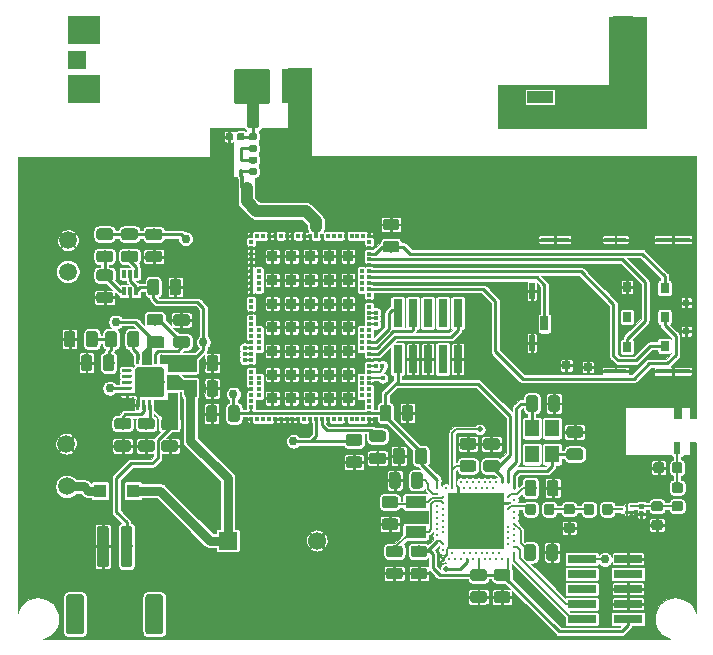
<source format=gbr>
G04 #@! TF.GenerationSoftware,KiCad,Pcbnew,(5.1.0-0)*
G04 #@! TF.CreationDate,2020-07-17T10:06:27-06:00*
G04 #@! TF.ProjectId,Monitor,4d6f6e69-746f-4722-9e6b-696361645f70,rev?*
G04 #@! TF.SameCoordinates,Original*
G04 #@! TF.FileFunction,Copper,L1,Top*
G04 #@! TF.FilePolarity,Positive*
%FSLAX46Y46*%
G04 Gerber Fmt 4.6, Leading zero omitted, Abs format (unit mm)*
G04 Created by KiCad (PCBNEW (5.1.0-0)) date 2020-07-17 10:06:27*
%MOMM*%
%LPD*%
G04 APERTURE LIST*
%ADD10C,0.100000*%
%ADD11C,0.590000*%
%ADD12C,0.875000*%
%ADD13R,0.180000X0.250000*%
%ADD14C,0.400000*%
%ADD15R,1.524000X1.524000*%
%ADD16C,1.524000*%
%ADD17R,2.800000X2.400000*%
%ADD18R,1.600000X1.600000*%
%ADD19R,2.300000X1.100000*%
%ADD20C,1.700000*%
%ADD21R,2.600000X3.000000*%
%ADD22R,3.000000X3.000000*%
%ADD23R,0.600000X1.000000*%
%ADD24C,0.975000*%
%ADD25C,0.330000*%
%ADD26R,4.850000X4.850000*%
%ADD27R,2.400000X0.760000*%
%ADD28R,1.100000X1.100000*%
%ADD29R,0.900000X0.900000*%
%ADD30R,0.350000X0.350000*%
%ADD31R,1.800000X1.000000*%
%ADD32R,1.200000X1.400000*%
%ADD33C,0.250000*%
%ADD34C,2.500000*%
%ADD35R,0.400000X0.700000*%
%ADD36R,0.700000X0.900000*%
%ADD37R,0.700000X0.700000*%
%ADD38R,0.700000X0.750000*%
%ADD39R,1.900000X0.450000*%
%ADD40R,2.900000X0.450000*%
%ADD41R,0.600000X0.600000*%
%ADD42R,2.400000X0.450000*%
%ADD43R,0.650000X1.200000*%
%ADD44R,0.500000X1.400000*%
%ADD45C,1.500000*%
%ADD46C,1.000000*%
%ADD47R,0.760000X2.400000*%
%ADD48C,0.500000*%
%ADD49C,0.450000*%
%ADD50C,0.508000*%
%ADD51C,0.762000*%
%ADD52C,0.152400*%
%ADD53C,0.254000*%
%ADD54C,0.250000*%
%ADD55C,0.127000*%
%ADD56C,0.762000*%
%ADD57C,0.350000*%
%ADD58C,1.000000*%
%ADD59C,0.300000*%
%ADD60C,0.088900*%
G04 APERTURE END LIST*
D10*
G36*
X140396958Y-74390710D02*
G01*
X140411276Y-74392834D01*
X140425317Y-74396351D01*
X140438946Y-74401228D01*
X140452031Y-74407417D01*
X140464447Y-74414858D01*
X140476073Y-74423481D01*
X140486798Y-74433202D01*
X140496519Y-74443927D01*
X140505142Y-74455553D01*
X140512583Y-74467969D01*
X140518772Y-74481054D01*
X140523649Y-74494683D01*
X140527166Y-74508724D01*
X140529290Y-74523042D01*
X140530000Y-74537500D01*
X140530000Y-74832500D01*
X140529290Y-74846958D01*
X140527166Y-74861276D01*
X140523649Y-74875317D01*
X140518772Y-74888946D01*
X140512583Y-74902031D01*
X140505142Y-74914447D01*
X140496519Y-74926073D01*
X140486798Y-74936798D01*
X140476073Y-74946519D01*
X140464447Y-74955142D01*
X140452031Y-74962583D01*
X140438946Y-74968772D01*
X140425317Y-74973649D01*
X140411276Y-74977166D01*
X140396958Y-74979290D01*
X140382500Y-74980000D01*
X140037500Y-74980000D01*
X140023042Y-74979290D01*
X140008724Y-74977166D01*
X139994683Y-74973649D01*
X139981054Y-74968772D01*
X139967969Y-74962583D01*
X139955553Y-74955142D01*
X139943927Y-74946519D01*
X139933202Y-74936798D01*
X139923481Y-74926073D01*
X139914858Y-74914447D01*
X139907417Y-74902031D01*
X139901228Y-74888946D01*
X139896351Y-74875317D01*
X139892834Y-74861276D01*
X139890710Y-74846958D01*
X139890000Y-74832500D01*
X139890000Y-74537500D01*
X139890710Y-74523042D01*
X139892834Y-74508724D01*
X139896351Y-74494683D01*
X139901228Y-74481054D01*
X139907417Y-74467969D01*
X139914858Y-74455553D01*
X139923481Y-74443927D01*
X139933202Y-74433202D01*
X139943927Y-74423481D01*
X139955553Y-74414858D01*
X139967969Y-74407417D01*
X139981054Y-74401228D01*
X139994683Y-74396351D01*
X140008724Y-74392834D01*
X140023042Y-74390710D01*
X140037500Y-74390000D01*
X140382500Y-74390000D01*
X140396958Y-74390710D01*
X140396958Y-74390710D01*
G37*
D11*
X140210000Y-74685000D03*
D10*
G36*
X140396958Y-75360710D02*
G01*
X140411276Y-75362834D01*
X140425317Y-75366351D01*
X140438946Y-75371228D01*
X140452031Y-75377417D01*
X140464447Y-75384858D01*
X140476073Y-75393481D01*
X140486798Y-75403202D01*
X140496519Y-75413927D01*
X140505142Y-75425553D01*
X140512583Y-75437969D01*
X140518772Y-75451054D01*
X140523649Y-75464683D01*
X140527166Y-75478724D01*
X140529290Y-75493042D01*
X140530000Y-75507500D01*
X140530000Y-75802500D01*
X140529290Y-75816958D01*
X140527166Y-75831276D01*
X140523649Y-75845317D01*
X140518772Y-75858946D01*
X140512583Y-75872031D01*
X140505142Y-75884447D01*
X140496519Y-75896073D01*
X140486798Y-75906798D01*
X140476073Y-75916519D01*
X140464447Y-75925142D01*
X140452031Y-75932583D01*
X140438946Y-75938772D01*
X140425317Y-75943649D01*
X140411276Y-75947166D01*
X140396958Y-75949290D01*
X140382500Y-75950000D01*
X140037500Y-75950000D01*
X140023042Y-75949290D01*
X140008724Y-75947166D01*
X139994683Y-75943649D01*
X139981054Y-75938772D01*
X139967969Y-75932583D01*
X139955553Y-75925142D01*
X139943927Y-75916519D01*
X139933202Y-75906798D01*
X139923481Y-75896073D01*
X139914858Y-75884447D01*
X139907417Y-75872031D01*
X139901228Y-75858946D01*
X139896351Y-75845317D01*
X139892834Y-75831276D01*
X139890710Y-75816958D01*
X139890000Y-75802500D01*
X139890000Y-75507500D01*
X139890710Y-75493042D01*
X139892834Y-75478724D01*
X139896351Y-75464683D01*
X139901228Y-75451054D01*
X139907417Y-75437969D01*
X139914858Y-75425553D01*
X139923481Y-75413927D01*
X139933202Y-75403202D01*
X139943927Y-75393481D01*
X139955553Y-75384858D01*
X139967969Y-75377417D01*
X139981054Y-75371228D01*
X139994683Y-75366351D01*
X140008724Y-75362834D01*
X140023042Y-75360710D01*
X140037500Y-75360000D01*
X140382500Y-75360000D01*
X140396958Y-75360710D01*
X140396958Y-75360710D01*
G37*
D11*
X140210000Y-75655000D03*
D10*
G36*
X138371958Y-72390710D02*
G01*
X138386276Y-72392834D01*
X138400317Y-72396351D01*
X138413946Y-72401228D01*
X138427031Y-72407417D01*
X138439447Y-72414858D01*
X138451073Y-72423481D01*
X138461798Y-72433202D01*
X138471519Y-72443927D01*
X138480142Y-72455553D01*
X138487583Y-72467969D01*
X138493772Y-72481054D01*
X138498649Y-72494683D01*
X138502166Y-72508724D01*
X138504290Y-72523042D01*
X138505000Y-72537500D01*
X138505000Y-72882500D01*
X138504290Y-72896958D01*
X138502166Y-72911276D01*
X138498649Y-72925317D01*
X138493772Y-72938946D01*
X138487583Y-72952031D01*
X138480142Y-72964447D01*
X138471519Y-72976073D01*
X138461798Y-72986798D01*
X138451073Y-72996519D01*
X138439447Y-73005142D01*
X138427031Y-73012583D01*
X138413946Y-73018772D01*
X138400317Y-73023649D01*
X138386276Y-73027166D01*
X138371958Y-73029290D01*
X138357500Y-73030000D01*
X138062500Y-73030000D01*
X138048042Y-73029290D01*
X138033724Y-73027166D01*
X138019683Y-73023649D01*
X138006054Y-73018772D01*
X137992969Y-73012583D01*
X137980553Y-73005142D01*
X137968927Y-72996519D01*
X137958202Y-72986798D01*
X137948481Y-72976073D01*
X137939858Y-72964447D01*
X137932417Y-72952031D01*
X137926228Y-72938946D01*
X137921351Y-72925317D01*
X137917834Y-72911276D01*
X137915710Y-72896958D01*
X137915000Y-72882500D01*
X137915000Y-72537500D01*
X137915710Y-72523042D01*
X137917834Y-72508724D01*
X137921351Y-72494683D01*
X137926228Y-72481054D01*
X137932417Y-72467969D01*
X137939858Y-72455553D01*
X137948481Y-72443927D01*
X137958202Y-72433202D01*
X137968927Y-72423481D01*
X137980553Y-72414858D01*
X137992969Y-72407417D01*
X138006054Y-72401228D01*
X138019683Y-72396351D01*
X138033724Y-72392834D01*
X138048042Y-72390710D01*
X138062500Y-72390000D01*
X138357500Y-72390000D01*
X138371958Y-72390710D01*
X138371958Y-72390710D01*
G37*
D11*
X138210000Y-72710000D03*
D10*
G36*
X139341958Y-72390710D02*
G01*
X139356276Y-72392834D01*
X139370317Y-72396351D01*
X139383946Y-72401228D01*
X139397031Y-72407417D01*
X139409447Y-72414858D01*
X139421073Y-72423481D01*
X139431798Y-72433202D01*
X139441519Y-72443927D01*
X139450142Y-72455553D01*
X139457583Y-72467969D01*
X139463772Y-72481054D01*
X139468649Y-72494683D01*
X139472166Y-72508724D01*
X139474290Y-72523042D01*
X139475000Y-72537500D01*
X139475000Y-72882500D01*
X139474290Y-72896958D01*
X139472166Y-72911276D01*
X139468649Y-72925317D01*
X139463772Y-72938946D01*
X139457583Y-72952031D01*
X139450142Y-72964447D01*
X139441519Y-72976073D01*
X139431798Y-72986798D01*
X139421073Y-72996519D01*
X139409447Y-73005142D01*
X139397031Y-73012583D01*
X139383946Y-73018772D01*
X139370317Y-73023649D01*
X139356276Y-73027166D01*
X139341958Y-73029290D01*
X139327500Y-73030000D01*
X139032500Y-73030000D01*
X139018042Y-73029290D01*
X139003724Y-73027166D01*
X138989683Y-73023649D01*
X138976054Y-73018772D01*
X138962969Y-73012583D01*
X138950553Y-73005142D01*
X138938927Y-72996519D01*
X138928202Y-72986798D01*
X138918481Y-72976073D01*
X138909858Y-72964447D01*
X138902417Y-72952031D01*
X138896228Y-72938946D01*
X138891351Y-72925317D01*
X138887834Y-72911276D01*
X138885710Y-72896958D01*
X138885000Y-72882500D01*
X138885000Y-72537500D01*
X138885710Y-72523042D01*
X138887834Y-72508724D01*
X138891351Y-72494683D01*
X138896228Y-72481054D01*
X138902417Y-72467969D01*
X138909858Y-72455553D01*
X138918481Y-72443927D01*
X138928202Y-72433202D01*
X138938927Y-72423481D01*
X138950553Y-72414858D01*
X138962969Y-72407417D01*
X138976054Y-72401228D01*
X138989683Y-72396351D01*
X139003724Y-72392834D01*
X139018042Y-72390710D01*
X139032500Y-72390000D01*
X139327500Y-72390000D01*
X139341958Y-72390710D01*
X139341958Y-72390710D01*
G37*
D11*
X139180000Y-72710000D03*
D10*
G36*
X140386958Y-73390710D02*
G01*
X140401276Y-73392834D01*
X140415317Y-73396351D01*
X140428946Y-73401228D01*
X140442031Y-73407417D01*
X140454447Y-73414858D01*
X140466073Y-73423481D01*
X140476798Y-73433202D01*
X140486519Y-73443927D01*
X140495142Y-73455553D01*
X140502583Y-73467969D01*
X140508772Y-73481054D01*
X140513649Y-73494683D01*
X140517166Y-73508724D01*
X140519290Y-73523042D01*
X140520000Y-73537500D01*
X140520000Y-73832500D01*
X140519290Y-73846958D01*
X140517166Y-73861276D01*
X140513649Y-73875317D01*
X140508772Y-73888946D01*
X140502583Y-73902031D01*
X140495142Y-73914447D01*
X140486519Y-73926073D01*
X140476798Y-73936798D01*
X140466073Y-73946519D01*
X140454447Y-73955142D01*
X140442031Y-73962583D01*
X140428946Y-73968772D01*
X140415317Y-73973649D01*
X140401276Y-73977166D01*
X140386958Y-73979290D01*
X140372500Y-73980000D01*
X140027500Y-73980000D01*
X140013042Y-73979290D01*
X139998724Y-73977166D01*
X139984683Y-73973649D01*
X139971054Y-73968772D01*
X139957969Y-73962583D01*
X139945553Y-73955142D01*
X139933927Y-73946519D01*
X139923202Y-73936798D01*
X139913481Y-73926073D01*
X139904858Y-73914447D01*
X139897417Y-73902031D01*
X139891228Y-73888946D01*
X139886351Y-73875317D01*
X139882834Y-73861276D01*
X139880710Y-73846958D01*
X139880000Y-73832500D01*
X139880000Y-73537500D01*
X139880710Y-73523042D01*
X139882834Y-73508724D01*
X139886351Y-73494683D01*
X139891228Y-73481054D01*
X139897417Y-73467969D01*
X139904858Y-73455553D01*
X139913481Y-73443927D01*
X139923202Y-73433202D01*
X139933927Y-73423481D01*
X139945553Y-73414858D01*
X139957969Y-73407417D01*
X139971054Y-73401228D01*
X139984683Y-73396351D01*
X139998724Y-73392834D01*
X140013042Y-73390710D01*
X140027500Y-73390000D01*
X140372500Y-73390000D01*
X140386958Y-73390710D01*
X140386958Y-73390710D01*
G37*
D11*
X140200000Y-73685000D03*
D10*
G36*
X140386958Y-72420710D02*
G01*
X140401276Y-72422834D01*
X140415317Y-72426351D01*
X140428946Y-72431228D01*
X140442031Y-72437417D01*
X140454447Y-72444858D01*
X140466073Y-72453481D01*
X140476798Y-72463202D01*
X140486519Y-72473927D01*
X140495142Y-72485553D01*
X140502583Y-72497969D01*
X140508772Y-72511054D01*
X140513649Y-72524683D01*
X140517166Y-72538724D01*
X140519290Y-72553042D01*
X140520000Y-72567500D01*
X140520000Y-72862500D01*
X140519290Y-72876958D01*
X140517166Y-72891276D01*
X140513649Y-72905317D01*
X140508772Y-72918946D01*
X140502583Y-72932031D01*
X140495142Y-72944447D01*
X140486519Y-72956073D01*
X140476798Y-72966798D01*
X140466073Y-72976519D01*
X140454447Y-72985142D01*
X140442031Y-72992583D01*
X140428946Y-72998772D01*
X140415317Y-73003649D01*
X140401276Y-73007166D01*
X140386958Y-73009290D01*
X140372500Y-73010000D01*
X140027500Y-73010000D01*
X140013042Y-73009290D01*
X139998724Y-73007166D01*
X139984683Y-73003649D01*
X139971054Y-72998772D01*
X139957969Y-72992583D01*
X139945553Y-72985142D01*
X139933927Y-72976519D01*
X139923202Y-72966798D01*
X139913481Y-72956073D01*
X139904858Y-72944447D01*
X139897417Y-72932031D01*
X139891228Y-72918946D01*
X139886351Y-72905317D01*
X139882834Y-72891276D01*
X139880710Y-72876958D01*
X139880000Y-72862500D01*
X139880000Y-72567500D01*
X139880710Y-72553042D01*
X139882834Y-72538724D01*
X139886351Y-72524683D01*
X139891228Y-72511054D01*
X139897417Y-72497969D01*
X139904858Y-72485553D01*
X139913481Y-72473927D01*
X139923202Y-72463202D01*
X139933927Y-72453481D01*
X139945553Y-72444858D01*
X139957969Y-72437417D01*
X139971054Y-72431228D01*
X139984683Y-72426351D01*
X139998724Y-72422834D01*
X140013042Y-72420710D01*
X140027500Y-72420000D01*
X140372500Y-72420000D01*
X140386958Y-72420710D01*
X140386958Y-72420710D01*
G37*
D11*
X140200000Y-72715000D03*
D10*
G36*
X174795191Y-100256053D02*
G01*
X174816426Y-100259203D01*
X174837250Y-100264419D01*
X174857462Y-100271651D01*
X174876868Y-100280830D01*
X174895281Y-100291866D01*
X174912524Y-100304654D01*
X174928430Y-100319070D01*
X174942846Y-100334976D01*
X174955634Y-100352219D01*
X174966670Y-100370632D01*
X174975849Y-100390038D01*
X174983081Y-100410250D01*
X174988297Y-100431074D01*
X174991447Y-100452309D01*
X174992500Y-100473750D01*
X174992500Y-100986250D01*
X174991447Y-101007691D01*
X174988297Y-101028926D01*
X174983081Y-101049750D01*
X174975849Y-101069962D01*
X174966670Y-101089368D01*
X174955634Y-101107781D01*
X174942846Y-101125024D01*
X174928430Y-101140930D01*
X174912524Y-101155346D01*
X174895281Y-101168134D01*
X174876868Y-101179170D01*
X174857462Y-101188349D01*
X174837250Y-101195581D01*
X174816426Y-101200797D01*
X174795191Y-101203947D01*
X174773750Y-101205000D01*
X174336250Y-101205000D01*
X174314809Y-101203947D01*
X174293574Y-101200797D01*
X174272750Y-101195581D01*
X174252538Y-101188349D01*
X174233132Y-101179170D01*
X174214719Y-101168134D01*
X174197476Y-101155346D01*
X174181570Y-101140930D01*
X174167154Y-101125024D01*
X174154366Y-101107781D01*
X174143330Y-101089368D01*
X174134151Y-101069962D01*
X174126919Y-101049750D01*
X174121703Y-101028926D01*
X174118553Y-101007691D01*
X174117500Y-100986250D01*
X174117500Y-100473750D01*
X174118553Y-100452309D01*
X174121703Y-100431074D01*
X174126919Y-100410250D01*
X174134151Y-100390038D01*
X174143330Y-100370632D01*
X174154366Y-100352219D01*
X174167154Y-100334976D01*
X174181570Y-100319070D01*
X174197476Y-100304654D01*
X174214719Y-100291866D01*
X174233132Y-100280830D01*
X174252538Y-100271651D01*
X174272750Y-100264419D01*
X174293574Y-100259203D01*
X174314809Y-100256053D01*
X174336250Y-100255000D01*
X174773750Y-100255000D01*
X174795191Y-100256053D01*
X174795191Y-100256053D01*
G37*
D12*
X174555000Y-100730000D03*
D10*
G36*
X176370191Y-100256053D02*
G01*
X176391426Y-100259203D01*
X176412250Y-100264419D01*
X176432462Y-100271651D01*
X176451868Y-100280830D01*
X176470281Y-100291866D01*
X176487524Y-100304654D01*
X176503430Y-100319070D01*
X176517846Y-100334976D01*
X176530634Y-100352219D01*
X176541670Y-100370632D01*
X176550849Y-100390038D01*
X176558081Y-100410250D01*
X176563297Y-100431074D01*
X176566447Y-100452309D01*
X176567500Y-100473750D01*
X176567500Y-100986250D01*
X176566447Y-101007691D01*
X176563297Y-101028926D01*
X176558081Y-101049750D01*
X176550849Y-101069962D01*
X176541670Y-101089368D01*
X176530634Y-101107781D01*
X176517846Y-101125024D01*
X176503430Y-101140930D01*
X176487524Y-101155346D01*
X176470281Y-101168134D01*
X176451868Y-101179170D01*
X176432462Y-101188349D01*
X176412250Y-101195581D01*
X176391426Y-101200797D01*
X176370191Y-101203947D01*
X176348750Y-101205000D01*
X175911250Y-101205000D01*
X175889809Y-101203947D01*
X175868574Y-101200797D01*
X175847750Y-101195581D01*
X175827538Y-101188349D01*
X175808132Y-101179170D01*
X175789719Y-101168134D01*
X175772476Y-101155346D01*
X175756570Y-101140930D01*
X175742154Y-101125024D01*
X175729366Y-101107781D01*
X175718330Y-101089368D01*
X175709151Y-101069962D01*
X175701919Y-101049750D01*
X175696703Y-101028926D01*
X175693553Y-101007691D01*
X175692500Y-100986250D01*
X175692500Y-100473750D01*
X175693553Y-100452309D01*
X175696703Y-100431074D01*
X175701919Y-100410250D01*
X175709151Y-100390038D01*
X175718330Y-100370632D01*
X175729366Y-100352219D01*
X175742154Y-100334976D01*
X175756570Y-100319070D01*
X175772476Y-100304654D01*
X175789719Y-100291866D01*
X175808132Y-100280830D01*
X175827538Y-100271651D01*
X175847750Y-100264419D01*
X175868574Y-100259203D01*
X175889809Y-100256053D01*
X175911250Y-100255000D01*
X176348750Y-100255000D01*
X176370191Y-100256053D01*
X176370191Y-100256053D01*
G37*
D12*
X176130000Y-100730000D03*
D10*
G36*
X176407691Y-103563553D02*
G01*
X176428926Y-103566703D01*
X176449750Y-103571919D01*
X176469962Y-103579151D01*
X176489368Y-103588330D01*
X176507781Y-103599366D01*
X176525024Y-103612154D01*
X176540930Y-103626570D01*
X176555346Y-103642476D01*
X176568134Y-103659719D01*
X176579170Y-103678132D01*
X176588349Y-103697538D01*
X176595581Y-103717750D01*
X176600797Y-103738574D01*
X176603947Y-103759809D01*
X176605000Y-103781250D01*
X176605000Y-104218750D01*
X176603947Y-104240191D01*
X176600797Y-104261426D01*
X176595581Y-104282250D01*
X176588349Y-104302462D01*
X176579170Y-104321868D01*
X176568134Y-104340281D01*
X176555346Y-104357524D01*
X176540930Y-104373430D01*
X176525024Y-104387846D01*
X176507781Y-104400634D01*
X176489368Y-104411670D01*
X176469962Y-104420849D01*
X176449750Y-104428081D01*
X176428926Y-104433297D01*
X176407691Y-104436447D01*
X176386250Y-104437500D01*
X175873750Y-104437500D01*
X175852309Y-104436447D01*
X175831074Y-104433297D01*
X175810250Y-104428081D01*
X175790038Y-104420849D01*
X175770632Y-104411670D01*
X175752219Y-104400634D01*
X175734976Y-104387846D01*
X175719070Y-104373430D01*
X175704654Y-104357524D01*
X175691866Y-104340281D01*
X175680830Y-104321868D01*
X175671651Y-104302462D01*
X175664419Y-104282250D01*
X175659203Y-104261426D01*
X175656053Y-104240191D01*
X175655000Y-104218750D01*
X175655000Y-103781250D01*
X175656053Y-103759809D01*
X175659203Y-103738574D01*
X175664419Y-103717750D01*
X175671651Y-103697538D01*
X175680830Y-103678132D01*
X175691866Y-103659719D01*
X175704654Y-103642476D01*
X175719070Y-103626570D01*
X175734976Y-103612154D01*
X175752219Y-103599366D01*
X175770632Y-103588330D01*
X175790038Y-103579151D01*
X175810250Y-103571919D01*
X175831074Y-103566703D01*
X175852309Y-103563553D01*
X175873750Y-103562500D01*
X176386250Y-103562500D01*
X176407691Y-103563553D01*
X176407691Y-103563553D01*
G37*
D12*
X176130000Y-104000000D03*
D10*
G36*
X176407691Y-101988553D02*
G01*
X176428926Y-101991703D01*
X176449750Y-101996919D01*
X176469962Y-102004151D01*
X176489368Y-102013330D01*
X176507781Y-102024366D01*
X176525024Y-102037154D01*
X176540930Y-102051570D01*
X176555346Y-102067476D01*
X176568134Y-102084719D01*
X176579170Y-102103132D01*
X176588349Y-102122538D01*
X176595581Y-102142750D01*
X176600797Y-102163574D01*
X176603947Y-102184809D01*
X176605000Y-102206250D01*
X176605000Y-102643750D01*
X176603947Y-102665191D01*
X176600797Y-102686426D01*
X176595581Y-102707250D01*
X176588349Y-102727462D01*
X176579170Y-102746868D01*
X176568134Y-102765281D01*
X176555346Y-102782524D01*
X176540930Y-102798430D01*
X176525024Y-102812846D01*
X176507781Y-102825634D01*
X176489368Y-102836670D01*
X176469962Y-102845849D01*
X176449750Y-102853081D01*
X176428926Y-102858297D01*
X176407691Y-102861447D01*
X176386250Y-102862500D01*
X175873750Y-102862500D01*
X175852309Y-102861447D01*
X175831074Y-102858297D01*
X175810250Y-102853081D01*
X175790038Y-102845849D01*
X175770632Y-102836670D01*
X175752219Y-102825634D01*
X175734976Y-102812846D01*
X175719070Y-102798430D01*
X175704654Y-102782524D01*
X175691866Y-102765281D01*
X175680830Y-102746868D01*
X175671651Y-102727462D01*
X175664419Y-102707250D01*
X175659203Y-102686426D01*
X175656053Y-102665191D01*
X175655000Y-102643750D01*
X175655000Y-102206250D01*
X175656053Y-102184809D01*
X175659203Y-102163574D01*
X175664419Y-102142750D01*
X175671651Y-102122538D01*
X175680830Y-102103132D01*
X175691866Y-102084719D01*
X175704654Y-102067476D01*
X175719070Y-102051570D01*
X175734976Y-102037154D01*
X175752219Y-102024366D01*
X175770632Y-102013330D01*
X175790038Y-102004151D01*
X175810250Y-101996919D01*
X175831074Y-101991703D01*
X175852309Y-101988553D01*
X175873750Y-101987500D01*
X176386250Y-101987500D01*
X176407691Y-101988553D01*
X176407691Y-101988553D01*
G37*
D12*
X176130000Y-102425000D03*
D10*
G36*
X174687691Y-103563553D02*
G01*
X174708926Y-103566703D01*
X174729750Y-103571919D01*
X174749962Y-103579151D01*
X174769368Y-103588330D01*
X174787781Y-103599366D01*
X174805024Y-103612154D01*
X174820930Y-103626570D01*
X174835346Y-103642476D01*
X174848134Y-103659719D01*
X174859170Y-103678132D01*
X174868349Y-103697538D01*
X174875581Y-103717750D01*
X174880797Y-103738574D01*
X174883947Y-103759809D01*
X174885000Y-103781250D01*
X174885000Y-104218750D01*
X174883947Y-104240191D01*
X174880797Y-104261426D01*
X174875581Y-104282250D01*
X174868349Y-104302462D01*
X174859170Y-104321868D01*
X174848134Y-104340281D01*
X174835346Y-104357524D01*
X174820930Y-104373430D01*
X174805024Y-104387846D01*
X174787781Y-104400634D01*
X174769368Y-104411670D01*
X174749962Y-104420849D01*
X174729750Y-104428081D01*
X174708926Y-104433297D01*
X174687691Y-104436447D01*
X174666250Y-104437500D01*
X174153750Y-104437500D01*
X174132309Y-104436447D01*
X174111074Y-104433297D01*
X174090250Y-104428081D01*
X174070038Y-104420849D01*
X174050632Y-104411670D01*
X174032219Y-104400634D01*
X174014976Y-104387846D01*
X173999070Y-104373430D01*
X173984654Y-104357524D01*
X173971866Y-104340281D01*
X173960830Y-104321868D01*
X173951651Y-104302462D01*
X173944419Y-104282250D01*
X173939203Y-104261426D01*
X173936053Y-104240191D01*
X173935000Y-104218750D01*
X173935000Y-103781250D01*
X173936053Y-103759809D01*
X173939203Y-103738574D01*
X173944419Y-103717750D01*
X173951651Y-103697538D01*
X173960830Y-103678132D01*
X173971866Y-103659719D01*
X173984654Y-103642476D01*
X173999070Y-103626570D01*
X174014976Y-103612154D01*
X174032219Y-103599366D01*
X174050632Y-103588330D01*
X174070038Y-103579151D01*
X174090250Y-103571919D01*
X174111074Y-103566703D01*
X174132309Y-103563553D01*
X174153750Y-103562500D01*
X174666250Y-103562500D01*
X174687691Y-103563553D01*
X174687691Y-103563553D01*
G37*
D12*
X174410000Y-104000000D03*
D10*
G36*
X174687691Y-105138553D02*
G01*
X174708926Y-105141703D01*
X174729750Y-105146919D01*
X174749962Y-105154151D01*
X174769368Y-105163330D01*
X174787781Y-105174366D01*
X174805024Y-105187154D01*
X174820930Y-105201570D01*
X174835346Y-105217476D01*
X174848134Y-105234719D01*
X174859170Y-105253132D01*
X174868349Y-105272538D01*
X174875581Y-105292750D01*
X174880797Y-105313574D01*
X174883947Y-105334809D01*
X174885000Y-105356250D01*
X174885000Y-105793750D01*
X174883947Y-105815191D01*
X174880797Y-105836426D01*
X174875581Y-105857250D01*
X174868349Y-105877462D01*
X174859170Y-105896868D01*
X174848134Y-105915281D01*
X174835346Y-105932524D01*
X174820930Y-105948430D01*
X174805024Y-105962846D01*
X174787781Y-105975634D01*
X174769368Y-105986670D01*
X174749962Y-105995849D01*
X174729750Y-106003081D01*
X174708926Y-106008297D01*
X174687691Y-106011447D01*
X174666250Y-106012500D01*
X174153750Y-106012500D01*
X174132309Y-106011447D01*
X174111074Y-106008297D01*
X174090250Y-106003081D01*
X174070038Y-105995849D01*
X174050632Y-105986670D01*
X174032219Y-105975634D01*
X174014976Y-105962846D01*
X173999070Y-105948430D01*
X173984654Y-105932524D01*
X173971866Y-105915281D01*
X173960830Y-105896868D01*
X173951651Y-105877462D01*
X173944419Y-105857250D01*
X173939203Y-105836426D01*
X173936053Y-105815191D01*
X173935000Y-105793750D01*
X173935000Y-105356250D01*
X173936053Y-105334809D01*
X173939203Y-105313574D01*
X173944419Y-105292750D01*
X173951651Y-105272538D01*
X173960830Y-105253132D01*
X173971866Y-105234719D01*
X173984654Y-105217476D01*
X173999070Y-105201570D01*
X174014976Y-105187154D01*
X174032219Y-105174366D01*
X174050632Y-105163330D01*
X174070038Y-105154151D01*
X174090250Y-105146919D01*
X174111074Y-105141703D01*
X174132309Y-105138553D01*
X174153750Y-105137500D01*
X174666250Y-105137500D01*
X174687691Y-105138553D01*
X174687691Y-105138553D01*
G37*
D12*
X174410000Y-105575000D03*
D10*
G36*
X168882691Y-103776053D02*
G01*
X168903926Y-103779203D01*
X168924750Y-103784419D01*
X168944962Y-103791651D01*
X168964368Y-103800830D01*
X168982781Y-103811866D01*
X169000024Y-103824654D01*
X169015930Y-103839070D01*
X169030346Y-103854976D01*
X169043134Y-103872219D01*
X169054170Y-103890632D01*
X169063349Y-103910038D01*
X169070581Y-103930250D01*
X169075797Y-103951074D01*
X169078947Y-103972309D01*
X169080000Y-103993750D01*
X169080000Y-104506250D01*
X169078947Y-104527691D01*
X169075797Y-104548926D01*
X169070581Y-104569750D01*
X169063349Y-104589962D01*
X169054170Y-104609368D01*
X169043134Y-104627781D01*
X169030346Y-104645024D01*
X169015930Y-104660930D01*
X169000024Y-104675346D01*
X168982781Y-104688134D01*
X168964368Y-104699170D01*
X168944962Y-104708349D01*
X168924750Y-104715581D01*
X168903926Y-104720797D01*
X168882691Y-104723947D01*
X168861250Y-104725000D01*
X168423750Y-104725000D01*
X168402309Y-104723947D01*
X168381074Y-104720797D01*
X168360250Y-104715581D01*
X168340038Y-104708349D01*
X168320632Y-104699170D01*
X168302219Y-104688134D01*
X168284976Y-104675346D01*
X168269070Y-104660930D01*
X168254654Y-104645024D01*
X168241866Y-104627781D01*
X168230830Y-104609368D01*
X168221651Y-104589962D01*
X168214419Y-104569750D01*
X168209203Y-104548926D01*
X168206053Y-104527691D01*
X168205000Y-104506250D01*
X168205000Y-103993750D01*
X168206053Y-103972309D01*
X168209203Y-103951074D01*
X168214419Y-103930250D01*
X168221651Y-103910038D01*
X168230830Y-103890632D01*
X168241866Y-103872219D01*
X168254654Y-103854976D01*
X168269070Y-103839070D01*
X168284976Y-103824654D01*
X168302219Y-103811866D01*
X168320632Y-103800830D01*
X168340038Y-103791651D01*
X168360250Y-103784419D01*
X168381074Y-103779203D01*
X168402309Y-103776053D01*
X168423750Y-103775000D01*
X168861250Y-103775000D01*
X168882691Y-103776053D01*
X168882691Y-103776053D01*
G37*
D12*
X168642500Y-104250000D03*
D10*
G36*
X170457691Y-103776053D02*
G01*
X170478926Y-103779203D01*
X170499750Y-103784419D01*
X170519962Y-103791651D01*
X170539368Y-103800830D01*
X170557781Y-103811866D01*
X170575024Y-103824654D01*
X170590930Y-103839070D01*
X170605346Y-103854976D01*
X170618134Y-103872219D01*
X170629170Y-103890632D01*
X170638349Y-103910038D01*
X170645581Y-103930250D01*
X170650797Y-103951074D01*
X170653947Y-103972309D01*
X170655000Y-103993750D01*
X170655000Y-104506250D01*
X170653947Y-104527691D01*
X170650797Y-104548926D01*
X170645581Y-104569750D01*
X170638349Y-104589962D01*
X170629170Y-104609368D01*
X170618134Y-104627781D01*
X170605346Y-104645024D01*
X170590930Y-104660930D01*
X170575024Y-104675346D01*
X170557781Y-104688134D01*
X170539368Y-104699170D01*
X170519962Y-104708349D01*
X170499750Y-104715581D01*
X170478926Y-104720797D01*
X170457691Y-104723947D01*
X170436250Y-104725000D01*
X169998750Y-104725000D01*
X169977309Y-104723947D01*
X169956074Y-104720797D01*
X169935250Y-104715581D01*
X169915038Y-104708349D01*
X169895632Y-104699170D01*
X169877219Y-104688134D01*
X169859976Y-104675346D01*
X169844070Y-104660930D01*
X169829654Y-104645024D01*
X169816866Y-104627781D01*
X169805830Y-104609368D01*
X169796651Y-104589962D01*
X169789419Y-104569750D01*
X169784203Y-104548926D01*
X169781053Y-104527691D01*
X169780000Y-104506250D01*
X169780000Y-103993750D01*
X169781053Y-103972309D01*
X169784203Y-103951074D01*
X169789419Y-103930250D01*
X169796651Y-103910038D01*
X169805830Y-103890632D01*
X169816866Y-103872219D01*
X169829654Y-103854976D01*
X169844070Y-103839070D01*
X169859976Y-103824654D01*
X169877219Y-103811866D01*
X169895632Y-103800830D01*
X169915038Y-103791651D01*
X169935250Y-103784419D01*
X169956074Y-103779203D01*
X169977309Y-103776053D01*
X169998750Y-103775000D01*
X170436250Y-103775000D01*
X170457691Y-103776053D01*
X170457691Y-103776053D01*
G37*
D12*
X170217500Y-104250000D03*
D10*
G36*
X163952691Y-103776053D02*
G01*
X163973926Y-103779203D01*
X163994750Y-103784419D01*
X164014962Y-103791651D01*
X164034368Y-103800830D01*
X164052781Y-103811866D01*
X164070024Y-103824654D01*
X164085930Y-103839070D01*
X164100346Y-103854976D01*
X164113134Y-103872219D01*
X164124170Y-103890632D01*
X164133349Y-103910038D01*
X164140581Y-103930250D01*
X164145797Y-103951074D01*
X164148947Y-103972309D01*
X164150000Y-103993750D01*
X164150000Y-104506250D01*
X164148947Y-104527691D01*
X164145797Y-104548926D01*
X164140581Y-104569750D01*
X164133349Y-104589962D01*
X164124170Y-104609368D01*
X164113134Y-104627781D01*
X164100346Y-104645024D01*
X164085930Y-104660930D01*
X164070024Y-104675346D01*
X164052781Y-104688134D01*
X164034368Y-104699170D01*
X164014962Y-104708349D01*
X163994750Y-104715581D01*
X163973926Y-104720797D01*
X163952691Y-104723947D01*
X163931250Y-104725000D01*
X163493750Y-104725000D01*
X163472309Y-104723947D01*
X163451074Y-104720797D01*
X163430250Y-104715581D01*
X163410038Y-104708349D01*
X163390632Y-104699170D01*
X163372219Y-104688134D01*
X163354976Y-104675346D01*
X163339070Y-104660930D01*
X163324654Y-104645024D01*
X163311866Y-104627781D01*
X163300830Y-104609368D01*
X163291651Y-104589962D01*
X163284419Y-104569750D01*
X163279203Y-104548926D01*
X163276053Y-104527691D01*
X163275000Y-104506250D01*
X163275000Y-103993750D01*
X163276053Y-103972309D01*
X163279203Y-103951074D01*
X163284419Y-103930250D01*
X163291651Y-103910038D01*
X163300830Y-103890632D01*
X163311866Y-103872219D01*
X163324654Y-103854976D01*
X163339070Y-103839070D01*
X163354976Y-103824654D01*
X163372219Y-103811866D01*
X163390632Y-103800830D01*
X163410038Y-103791651D01*
X163430250Y-103784419D01*
X163451074Y-103779203D01*
X163472309Y-103776053D01*
X163493750Y-103775000D01*
X163931250Y-103775000D01*
X163952691Y-103776053D01*
X163952691Y-103776053D01*
G37*
D12*
X163712500Y-104250000D03*
D10*
G36*
X165527691Y-103776053D02*
G01*
X165548926Y-103779203D01*
X165569750Y-103784419D01*
X165589962Y-103791651D01*
X165609368Y-103800830D01*
X165627781Y-103811866D01*
X165645024Y-103824654D01*
X165660930Y-103839070D01*
X165675346Y-103854976D01*
X165688134Y-103872219D01*
X165699170Y-103890632D01*
X165708349Y-103910038D01*
X165715581Y-103930250D01*
X165720797Y-103951074D01*
X165723947Y-103972309D01*
X165725000Y-103993750D01*
X165725000Y-104506250D01*
X165723947Y-104527691D01*
X165720797Y-104548926D01*
X165715581Y-104569750D01*
X165708349Y-104589962D01*
X165699170Y-104609368D01*
X165688134Y-104627781D01*
X165675346Y-104645024D01*
X165660930Y-104660930D01*
X165645024Y-104675346D01*
X165627781Y-104688134D01*
X165609368Y-104699170D01*
X165589962Y-104708349D01*
X165569750Y-104715581D01*
X165548926Y-104720797D01*
X165527691Y-104723947D01*
X165506250Y-104725000D01*
X165068750Y-104725000D01*
X165047309Y-104723947D01*
X165026074Y-104720797D01*
X165005250Y-104715581D01*
X164985038Y-104708349D01*
X164965632Y-104699170D01*
X164947219Y-104688134D01*
X164929976Y-104675346D01*
X164914070Y-104660930D01*
X164899654Y-104645024D01*
X164886866Y-104627781D01*
X164875830Y-104609368D01*
X164866651Y-104589962D01*
X164859419Y-104569750D01*
X164854203Y-104548926D01*
X164851053Y-104527691D01*
X164850000Y-104506250D01*
X164850000Y-103993750D01*
X164851053Y-103972309D01*
X164854203Y-103951074D01*
X164859419Y-103930250D01*
X164866651Y-103910038D01*
X164875830Y-103890632D01*
X164886866Y-103872219D01*
X164899654Y-103854976D01*
X164914070Y-103839070D01*
X164929976Y-103824654D01*
X164947219Y-103811866D01*
X164965632Y-103800830D01*
X164985038Y-103791651D01*
X165005250Y-103784419D01*
X165026074Y-103779203D01*
X165047309Y-103776053D01*
X165068750Y-103775000D01*
X165506250Y-103775000D01*
X165527691Y-103776053D01*
X165527691Y-103776053D01*
G37*
D12*
X165287500Y-104250000D03*
D13*
X171445000Y-104250000D03*
X171830000Y-104500000D03*
X172215000Y-104500000D03*
X172215000Y-104000000D03*
X171830000Y-104000000D03*
D10*
G36*
X173209802Y-103770482D02*
G01*
X173219509Y-103771921D01*
X173229028Y-103774306D01*
X173238268Y-103777612D01*
X173247140Y-103781808D01*
X173255557Y-103786853D01*
X173263439Y-103792699D01*
X173270711Y-103799289D01*
X173277301Y-103806561D01*
X173283147Y-103814443D01*
X173288192Y-103822860D01*
X173292388Y-103831732D01*
X173295694Y-103840972D01*
X173298079Y-103850491D01*
X173299518Y-103860198D01*
X173300000Y-103870000D01*
X173300000Y-104130000D01*
X173299518Y-104139802D01*
X173298079Y-104149509D01*
X173295694Y-104159028D01*
X173292388Y-104168268D01*
X173288192Y-104177140D01*
X173283147Y-104185557D01*
X173277301Y-104193439D01*
X173270711Y-104200711D01*
X173263439Y-104207301D01*
X173255557Y-104213147D01*
X173247140Y-104218192D01*
X173238268Y-104222388D01*
X173229028Y-104225694D01*
X173219509Y-104228079D01*
X173209802Y-104229518D01*
X173200000Y-104230000D01*
X173000000Y-104230000D01*
X172990198Y-104229518D01*
X172980491Y-104228079D01*
X172970972Y-104225694D01*
X172961732Y-104222388D01*
X172952860Y-104218192D01*
X172944443Y-104213147D01*
X172936561Y-104207301D01*
X172929289Y-104200711D01*
X172922699Y-104193439D01*
X172916853Y-104185557D01*
X172911808Y-104177140D01*
X172907612Y-104168268D01*
X172904306Y-104159028D01*
X172901921Y-104149509D01*
X172900482Y-104139802D01*
X172900000Y-104130000D01*
X172900000Y-103870000D01*
X172900482Y-103860198D01*
X172901921Y-103850491D01*
X172904306Y-103840972D01*
X172907612Y-103831732D01*
X172911808Y-103822860D01*
X172916853Y-103814443D01*
X172922699Y-103806561D01*
X172929289Y-103799289D01*
X172936561Y-103792699D01*
X172944443Y-103786853D01*
X172952860Y-103781808D01*
X172961732Y-103777612D01*
X172970972Y-103774306D01*
X172980491Y-103771921D01*
X172990198Y-103770482D01*
X173000000Y-103770000D01*
X173200000Y-103770000D01*
X173209802Y-103770482D01*
X173209802Y-103770482D01*
G37*
D14*
X173100000Y-104000000D03*
D10*
G36*
X173209802Y-104410482D02*
G01*
X173219509Y-104411921D01*
X173229028Y-104414306D01*
X173238268Y-104417612D01*
X173247140Y-104421808D01*
X173255557Y-104426853D01*
X173263439Y-104432699D01*
X173270711Y-104439289D01*
X173277301Y-104446561D01*
X173283147Y-104454443D01*
X173288192Y-104462860D01*
X173292388Y-104471732D01*
X173295694Y-104480972D01*
X173298079Y-104490491D01*
X173299518Y-104500198D01*
X173300000Y-104510000D01*
X173300000Y-104770000D01*
X173299518Y-104779802D01*
X173298079Y-104789509D01*
X173295694Y-104799028D01*
X173292388Y-104808268D01*
X173288192Y-104817140D01*
X173283147Y-104825557D01*
X173277301Y-104833439D01*
X173270711Y-104840711D01*
X173263439Y-104847301D01*
X173255557Y-104853147D01*
X173247140Y-104858192D01*
X173238268Y-104862388D01*
X173229028Y-104865694D01*
X173219509Y-104868079D01*
X173209802Y-104869518D01*
X173200000Y-104870000D01*
X173000000Y-104870000D01*
X172990198Y-104869518D01*
X172980491Y-104868079D01*
X172970972Y-104865694D01*
X172961732Y-104862388D01*
X172952860Y-104858192D01*
X172944443Y-104853147D01*
X172936561Y-104847301D01*
X172929289Y-104840711D01*
X172922699Y-104833439D01*
X172916853Y-104825557D01*
X172911808Y-104817140D01*
X172907612Y-104808268D01*
X172904306Y-104799028D01*
X172901921Y-104789509D01*
X172900482Y-104779802D01*
X172900000Y-104770000D01*
X172900000Y-104510000D01*
X172900482Y-104500198D01*
X172901921Y-104490491D01*
X172904306Y-104480972D01*
X172907612Y-104471732D01*
X172911808Y-104462860D01*
X172916853Y-104454443D01*
X172922699Y-104446561D01*
X172929289Y-104439289D01*
X172936561Y-104432699D01*
X172944443Y-104426853D01*
X172952860Y-104421808D01*
X172961732Y-104417612D01*
X172970972Y-104414306D01*
X172980491Y-104411921D01*
X172990198Y-104410482D01*
X173000000Y-104410000D01*
X173200000Y-104410000D01*
X173209802Y-104410482D01*
X173209802Y-104410482D01*
G37*
D14*
X173100000Y-104640000D03*
D10*
G36*
X167257691Y-105388553D02*
G01*
X167278926Y-105391703D01*
X167299750Y-105396919D01*
X167319962Y-105404151D01*
X167339368Y-105413330D01*
X167357781Y-105424366D01*
X167375024Y-105437154D01*
X167390930Y-105451570D01*
X167405346Y-105467476D01*
X167418134Y-105484719D01*
X167429170Y-105503132D01*
X167438349Y-105522538D01*
X167445581Y-105542750D01*
X167450797Y-105563574D01*
X167453947Y-105584809D01*
X167455000Y-105606250D01*
X167455000Y-106043750D01*
X167453947Y-106065191D01*
X167450797Y-106086426D01*
X167445581Y-106107250D01*
X167438349Y-106127462D01*
X167429170Y-106146868D01*
X167418134Y-106165281D01*
X167405346Y-106182524D01*
X167390930Y-106198430D01*
X167375024Y-106212846D01*
X167357781Y-106225634D01*
X167339368Y-106236670D01*
X167319962Y-106245849D01*
X167299750Y-106253081D01*
X167278926Y-106258297D01*
X167257691Y-106261447D01*
X167236250Y-106262500D01*
X166723750Y-106262500D01*
X166702309Y-106261447D01*
X166681074Y-106258297D01*
X166660250Y-106253081D01*
X166640038Y-106245849D01*
X166620632Y-106236670D01*
X166602219Y-106225634D01*
X166584976Y-106212846D01*
X166569070Y-106198430D01*
X166554654Y-106182524D01*
X166541866Y-106165281D01*
X166530830Y-106146868D01*
X166521651Y-106127462D01*
X166514419Y-106107250D01*
X166509203Y-106086426D01*
X166506053Y-106065191D01*
X166505000Y-106043750D01*
X166505000Y-105606250D01*
X166506053Y-105584809D01*
X166509203Y-105563574D01*
X166514419Y-105542750D01*
X166521651Y-105522538D01*
X166530830Y-105503132D01*
X166541866Y-105484719D01*
X166554654Y-105467476D01*
X166569070Y-105451570D01*
X166584976Y-105437154D01*
X166602219Y-105424366D01*
X166620632Y-105413330D01*
X166640038Y-105404151D01*
X166660250Y-105396919D01*
X166681074Y-105391703D01*
X166702309Y-105388553D01*
X166723750Y-105387500D01*
X167236250Y-105387500D01*
X167257691Y-105388553D01*
X167257691Y-105388553D01*
G37*
D12*
X166980000Y-105825000D03*
D10*
G36*
X167257691Y-103813553D02*
G01*
X167278926Y-103816703D01*
X167299750Y-103821919D01*
X167319962Y-103829151D01*
X167339368Y-103838330D01*
X167357781Y-103849366D01*
X167375024Y-103862154D01*
X167390930Y-103876570D01*
X167405346Y-103892476D01*
X167418134Y-103909719D01*
X167429170Y-103928132D01*
X167438349Y-103947538D01*
X167445581Y-103967750D01*
X167450797Y-103988574D01*
X167453947Y-104009809D01*
X167455000Y-104031250D01*
X167455000Y-104468750D01*
X167453947Y-104490191D01*
X167450797Y-104511426D01*
X167445581Y-104532250D01*
X167438349Y-104552462D01*
X167429170Y-104571868D01*
X167418134Y-104590281D01*
X167405346Y-104607524D01*
X167390930Y-104623430D01*
X167375024Y-104637846D01*
X167357781Y-104650634D01*
X167339368Y-104661670D01*
X167319962Y-104670849D01*
X167299750Y-104678081D01*
X167278926Y-104683297D01*
X167257691Y-104686447D01*
X167236250Y-104687500D01*
X166723750Y-104687500D01*
X166702309Y-104686447D01*
X166681074Y-104683297D01*
X166660250Y-104678081D01*
X166640038Y-104670849D01*
X166620632Y-104661670D01*
X166602219Y-104650634D01*
X166584976Y-104637846D01*
X166569070Y-104623430D01*
X166554654Y-104607524D01*
X166541866Y-104590281D01*
X166530830Y-104571868D01*
X166521651Y-104552462D01*
X166514419Y-104532250D01*
X166509203Y-104511426D01*
X166506053Y-104490191D01*
X166505000Y-104468750D01*
X166505000Y-104031250D01*
X166506053Y-104009809D01*
X166509203Y-103988574D01*
X166514419Y-103967750D01*
X166521651Y-103947538D01*
X166530830Y-103928132D01*
X166541866Y-103909719D01*
X166554654Y-103892476D01*
X166569070Y-103876570D01*
X166584976Y-103862154D01*
X166602219Y-103849366D01*
X166620632Y-103838330D01*
X166640038Y-103829151D01*
X166660250Y-103821919D01*
X166681074Y-103816703D01*
X166702309Y-103813553D01*
X166723750Y-103812500D01*
X167236250Y-103812500D01*
X167257691Y-103813553D01*
X167257691Y-103813553D01*
G37*
D12*
X166980000Y-104250000D03*
D15*
X138081600Y-106900000D03*
D16*
X145600000Y-106900000D03*
D17*
X125900000Y-68700000D03*
D18*
X125300000Y-66200000D03*
D17*
X125900000Y-63700000D03*
D19*
X164500000Y-69350000D03*
D20*
X171550000Y-66200000D03*
D10*
G36*
X172400000Y-63700000D02*
G01*
X173500000Y-63700000D01*
X173500000Y-65600000D01*
X172400000Y-65600000D01*
X172400000Y-66800000D01*
X173500000Y-66800000D01*
X173500000Y-68700000D01*
X172400000Y-68700000D01*
X172400000Y-69900000D01*
X170700000Y-69900000D01*
X170700000Y-62500000D01*
X172400000Y-62500000D01*
X172400000Y-63700000D01*
X172400000Y-63700000D01*
G37*
D21*
X143900000Y-68400000D03*
D22*
X140100000Y-68400000D03*
D23*
X177430000Y-96100000D03*
X176130000Y-96100000D03*
X176130000Y-99100000D03*
X177430000Y-99100000D03*
D10*
G36*
X164092642Y-94601174D02*
G01*
X164116303Y-94604684D01*
X164139507Y-94610496D01*
X164162029Y-94618554D01*
X164183653Y-94628782D01*
X164204170Y-94641079D01*
X164223383Y-94655329D01*
X164241107Y-94671393D01*
X164257171Y-94689117D01*
X164271421Y-94708330D01*
X164283718Y-94728847D01*
X164293946Y-94750471D01*
X164302004Y-94772993D01*
X164307816Y-94796197D01*
X164311326Y-94819858D01*
X164312500Y-94843750D01*
X164312500Y-95756250D01*
X164311326Y-95780142D01*
X164307816Y-95803803D01*
X164302004Y-95827007D01*
X164293946Y-95849529D01*
X164283718Y-95871153D01*
X164271421Y-95891670D01*
X164257171Y-95910883D01*
X164241107Y-95928607D01*
X164223383Y-95944671D01*
X164204170Y-95958921D01*
X164183653Y-95971218D01*
X164162029Y-95981446D01*
X164139507Y-95989504D01*
X164116303Y-95995316D01*
X164092642Y-95998826D01*
X164068750Y-96000000D01*
X163581250Y-96000000D01*
X163557358Y-95998826D01*
X163533697Y-95995316D01*
X163510493Y-95989504D01*
X163487971Y-95981446D01*
X163466347Y-95971218D01*
X163445830Y-95958921D01*
X163426617Y-95944671D01*
X163408893Y-95928607D01*
X163392829Y-95910883D01*
X163378579Y-95891670D01*
X163366282Y-95871153D01*
X163356054Y-95849529D01*
X163347996Y-95827007D01*
X163342184Y-95803803D01*
X163338674Y-95780142D01*
X163337500Y-95756250D01*
X163337500Y-94843750D01*
X163338674Y-94819858D01*
X163342184Y-94796197D01*
X163347996Y-94772993D01*
X163356054Y-94750471D01*
X163366282Y-94728847D01*
X163378579Y-94708330D01*
X163392829Y-94689117D01*
X163408893Y-94671393D01*
X163426617Y-94655329D01*
X163445830Y-94641079D01*
X163466347Y-94628782D01*
X163487971Y-94618554D01*
X163510493Y-94610496D01*
X163533697Y-94604684D01*
X163557358Y-94601174D01*
X163581250Y-94600000D01*
X164068750Y-94600000D01*
X164092642Y-94601174D01*
X164092642Y-94601174D01*
G37*
D24*
X163825000Y-95300000D03*
D10*
G36*
X165967642Y-94601174D02*
G01*
X165991303Y-94604684D01*
X166014507Y-94610496D01*
X166037029Y-94618554D01*
X166058653Y-94628782D01*
X166079170Y-94641079D01*
X166098383Y-94655329D01*
X166116107Y-94671393D01*
X166132171Y-94689117D01*
X166146421Y-94708330D01*
X166158718Y-94728847D01*
X166168946Y-94750471D01*
X166177004Y-94772993D01*
X166182816Y-94796197D01*
X166186326Y-94819858D01*
X166187500Y-94843750D01*
X166187500Y-95756250D01*
X166186326Y-95780142D01*
X166182816Y-95803803D01*
X166177004Y-95827007D01*
X166168946Y-95849529D01*
X166158718Y-95871153D01*
X166146421Y-95891670D01*
X166132171Y-95910883D01*
X166116107Y-95928607D01*
X166098383Y-95944671D01*
X166079170Y-95958921D01*
X166058653Y-95971218D01*
X166037029Y-95981446D01*
X166014507Y-95989504D01*
X165991303Y-95995316D01*
X165967642Y-95998826D01*
X165943750Y-96000000D01*
X165456250Y-96000000D01*
X165432358Y-95998826D01*
X165408697Y-95995316D01*
X165385493Y-95989504D01*
X165362971Y-95981446D01*
X165341347Y-95971218D01*
X165320830Y-95958921D01*
X165301617Y-95944671D01*
X165283893Y-95928607D01*
X165267829Y-95910883D01*
X165253579Y-95891670D01*
X165241282Y-95871153D01*
X165231054Y-95849529D01*
X165222996Y-95827007D01*
X165217184Y-95803803D01*
X165213674Y-95780142D01*
X165212500Y-95756250D01*
X165212500Y-94843750D01*
X165213674Y-94819858D01*
X165217184Y-94796197D01*
X165222996Y-94772993D01*
X165231054Y-94750471D01*
X165241282Y-94728847D01*
X165253579Y-94708330D01*
X165267829Y-94689117D01*
X165283893Y-94671393D01*
X165301617Y-94655329D01*
X165320830Y-94641079D01*
X165341347Y-94628782D01*
X165362971Y-94618554D01*
X165385493Y-94610496D01*
X165408697Y-94604684D01*
X165432358Y-94601174D01*
X165456250Y-94600000D01*
X165943750Y-94600000D01*
X165967642Y-94601174D01*
X165967642Y-94601174D01*
G37*
D24*
X165700000Y-95300000D03*
D25*
X157060000Y-107215000D03*
X159060000Y-107215000D03*
X158060000Y-107215000D03*
X161060000Y-107215000D03*
X160060000Y-107215000D03*
X157060000Y-106215000D03*
X159060000Y-106215000D03*
X158060000Y-106215000D03*
X161060000Y-106215000D03*
X160060000Y-106215000D03*
X157060000Y-105215000D03*
X159060000Y-105215000D03*
X158060000Y-105215000D03*
X161060000Y-105215000D03*
X160060000Y-105215000D03*
X157060000Y-104215000D03*
X159060000Y-104215000D03*
X158060000Y-104215000D03*
X161060000Y-104215000D03*
X160060000Y-104215000D03*
X161060000Y-103215000D03*
X160060000Y-103215000D03*
X159060000Y-103215000D03*
X158060000Y-103215000D03*
X157060000Y-103215000D03*
D26*
X159060000Y-105215000D03*
D25*
X161810000Y-107215000D03*
X161810000Y-106715000D03*
X161810000Y-106215000D03*
X161810000Y-105715000D03*
X161810000Y-104215000D03*
X161810000Y-103715000D03*
X161810000Y-103215000D03*
X161060000Y-107965000D03*
X160560000Y-107965000D03*
X160060000Y-107965000D03*
X159560000Y-107965000D03*
X159060000Y-107965000D03*
X158560000Y-107965000D03*
X158060000Y-107965000D03*
X157060000Y-107965000D03*
X156310000Y-107715000D03*
X156310000Y-107215000D03*
X156310000Y-106215000D03*
X156310000Y-105715000D03*
X156310000Y-105215000D03*
X156310000Y-104715000D03*
X156310000Y-104215000D03*
X156310000Y-103715000D03*
X156310000Y-103215000D03*
X156560000Y-102465000D03*
X157060000Y-102465000D03*
X157560000Y-102465000D03*
X158060000Y-102465000D03*
X158560000Y-102465000D03*
X159060000Y-102465000D03*
X159560000Y-102465000D03*
X160060000Y-102465000D03*
X160560000Y-102465000D03*
X155810000Y-102465000D03*
X155810000Y-102965000D03*
X155810000Y-103965000D03*
X155810000Y-104465000D03*
X155810000Y-104965000D03*
X155810000Y-105465000D03*
X155810000Y-105965000D03*
X155810000Y-106465000D03*
X155810000Y-106965000D03*
X156310000Y-108465000D03*
X156810000Y-108465000D03*
X157310000Y-108465000D03*
X157810000Y-108465000D03*
X158310000Y-108465000D03*
X158810000Y-108465000D03*
X159310000Y-108465000D03*
X159810000Y-108465000D03*
X160310000Y-108465000D03*
X160810000Y-108465000D03*
X161310000Y-108465000D03*
X161810000Y-108465000D03*
X162310000Y-102465000D03*
X162310000Y-103465000D03*
X162310000Y-104465000D03*
X162310000Y-104965000D03*
X162310000Y-105465000D03*
X162310000Y-105965000D03*
X162310000Y-106465000D03*
X162310000Y-106965000D03*
X162310000Y-107465000D03*
X162310000Y-107965000D03*
X157810000Y-101965000D03*
X158310000Y-101965000D03*
X158810000Y-101965000D03*
X159310000Y-101965000D03*
X159810000Y-101965000D03*
X160310000Y-101965000D03*
X160810000Y-101965000D03*
X161310000Y-101965000D03*
X161810000Y-101965000D03*
D10*
G36*
X133630142Y-98401174D02*
G01*
X133653803Y-98404684D01*
X133677007Y-98410496D01*
X133699529Y-98418554D01*
X133721153Y-98428782D01*
X133741670Y-98441079D01*
X133760883Y-98455329D01*
X133778607Y-98471393D01*
X133794671Y-98489117D01*
X133808921Y-98508330D01*
X133821218Y-98528847D01*
X133831446Y-98550471D01*
X133839504Y-98572993D01*
X133845316Y-98596197D01*
X133848826Y-98619858D01*
X133850000Y-98643750D01*
X133850000Y-99131250D01*
X133848826Y-99155142D01*
X133845316Y-99178803D01*
X133839504Y-99202007D01*
X133831446Y-99224529D01*
X133821218Y-99246153D01*
X133808921Y-99266670D01*
X133794671Y-99285883D01*
X133778607Y-99303607D01*
X133760883Y-99319671D01*
X133741670Y-99333921D01*
X133721153Y-99346218D01*
X133699529Y-99356446D01*
X133677007Y-99364504D01*
X133653803Y-99370316D01*
X133630142Y-99373826D01*
X133606250Y-99375000D01*
X132693750Y-99375000D01*
X132669858Y-99373826D01*
X132646197Y-99370316D01*
X132622993Y-99364504D01*
X132600471Y-99356446D01*
X132578847Y-99346218D01*
X132558330Y-99333921D01*
X132539117Y-99319671D01*
X132521393Y-99303607D01*
X132505329Y-99285883D01*
X132491079Y-99266670D01*
X132478782Y-99246153D01*
X132468554Y-99224529D01*
X132460496Y-99202007D01*
X132454684Y-99178803D01*
X132451174Y-99155142D01*
X132450000Y-99131250D01*
X132450000Y-98643750D01*
X132451174Y-98619858D01*
X132454684Y-98596197D01*
X132460496Y-98572993D01*
X132468554Y-98550471D01*
X132478782Y-98528847D01*
X132491079Y-98508330D01*
X132505329Y-98489117D01*
X132521393Y-98471393D01*
X132539117Y-98455329D01*
X132558330Y-98441079D01*
X132578847Y-98428782D01*
X132600471Y-98418554D01*
X132622993Y-98410496D01*
X132646197Y-98404684D01*
X132669858Y-98401174D01*
X132693750Y-98400000D01*
X133606250Y-98400000D01*
X133630142Y-98401174D01*
X133630142Y-98401174D01*
G37*
D24*
X133150000Y-98887500D03*
D10*
G36*
X133630142Y-96526174D02*
G01*
X133653803Y-96529684D01*
X133677007Y-96535496D01*
X133699529Y-96543554D01*
X133721153Y-96553782D01*
X133741670Y-96566079D01*
X133760883Y-96580329D01*
X133778607Y-96596393D01*
X133794671Y-96614117D01*
X133808921Y-96633330D01*
X133821218Y-96653847D01*
X133831446Y-96675471D01*
X133839504Y-96697993D01*
X133845316Y-96721197D01*
X133848826Y-96744858D01*
X133850000Y-96768750D01*
X133850000Y-97256250D01*
X133848826Y-97280142D01*
X133845316Y-97303803D01*
X133839504Y-97327007D01*
X133831446Y-97349529D01*
X133821218Y-97371153D01*
X133808921Y-97391670D01*
X133794671Y-97410883D01*
X133778607Y-97428607D01*
X133760883Y-97444671D01*
X133741670Y-97458921D01*
X133721153Y-97471218D01*
X133699529Y-97481446D01*
X133677007Y-97489504D01*
X133653803Y-97495316D01*
X133630142Y-97498826D01*
X133606250Y-97500000D01*
X132693750Y-97500000D01*
X132669858Y-97498826D01*
X132646197Y-97495316D01*
X132622993Y-97489504D01*
X132600471Y-97481446D01*
X132578847Y-97471218D01*
X132558330Y-97458921D01*
X132539117Y-97444671D01*
X132521393Y-97428607D01*
X132505329Y-97410883D01*
X132491079Y-97391670D01*
X132478782Y-97371153D01*
X132468554Y-97349529D01*
X132460496Y-97327007D01*
X132454684Y-97303803D01*
X132451174Y-97280142D01*
X132450000Y-97256250D01*
X132450000Y-96768750D01*
X132451174Y-96744858D01*
X132454684Y-96721197D01*
X132460496Y-96697993D01*
X132468554Y-96675471D01*
X132478782Y-96653847D01*
X132491079Y-96633330D01*
X132505329Y-96614117D01*
X132521393Y-96596393D01*
X132539117Y-96580329D01*
X132558330Y-96566079D01*
X132578847Y-96553782D01*
X132600471Y-96543554D01*
X132622993Y-96535496D01*
X132646197Y-96529684D01*
X132669858Y-96526174D01*
X132693750Y-96525000D01*
X133606250Y-96525000D01*
X133630142Y-96526174D01*
X133630142Y-96526174D01*
G37*
D24*
X133150000Y-97012500D03*
D27*
X168050000Y-108460000D03*
X171950000Y-108460000D03*
X168050000Y-109730000D03*
X171950000Y-109730000D03*
X168050000Y-111000000D03*
X171950000Y-111000000D03*
X168050000Y-112270000D03*
X171950000Y-112270000D03*
X168050000Y-113540000D03*
X171950000Y-113540000D03*
D28*
X127250000Y-102675000D03*
X130050000Y-102675000D03*
D29*
X141850000Y-82850000D03*
X143450000Y-82850000D03*
X145050000Y-82850000D03*
X146650000Y-82850000D03*
X148250000Y-82850000D03*
X141850000Y-84850000D03*
X143450000Y-84850000D03*
X145050000Y-84850000D03*
X146650000Y-84850000D03*
X148250000Y-84850000D03*
X141850000Y-86850000D03*
X143450000Y-86850000D03*
X145050000Y-86850000D03*
X146650000Y-86850000D03*
X148250000Y-86850000D03*
X141850000Y-88850000D03*
X143450000Y-88850000D03*
X145050000Y-88850000D03*
X146650000Y-88850000D03*
X148250000Y-88850000D03*
X141850000Y-90850000D03*
X143450000Y-90850000D03*
X145050000Y-90850000D03*
X146650000Y-90850000D03*
X148250000Y-90850000D03*
X141850000Y-92850000D03*
X143450000Y-92850000D03*
X145050000Y-92850000D03*
X146650000Y-92850000D03*
X148250000Y-92850000D03*
X141850000Y-94850000D03*
X143450000Y-94850000D03*
X145050000Y-94850000D03*
X146650000Y-94850000D03*
D30*
X140700000Y-94600000D03*
X140700000Y-94100000D03*
X140700000Y-93600000D03*
X140700000Y-93100000D03*
X140700000Y-90600000D03*
X140700000Y-90100000D03*
X140700000Y-89600000D03*
X140700000Y-89100000D03*
X140700000Y-85600000D03*
X140700000Y-85100000D03*
X140700000Y-84600000D03*
X140700000Y-84100000D03*
X149400000Y-84100000D03*
X149400000Y-84600000D03*
X149400000Y-85100000D03*
X149400000Y-85600000D03*
X149400000Y-89100000D03*
X149400000Y-89600000D03*
X149400000Y-90100000D03*
X149400000Y-90600000D03*
X149400000Y-93100000D03*
X149400000Y-93600000D03*
X149400000Y-94100000D03*
X149400000Y-94600000D03*
D29*
X148250000Y-94850000D03*
D30*
X140050000Y-96100000D03*
X140050000Y-95600000D03*
X140050000Y-95100000D03*
X140050000Y-94600000D03*
X140050000Y-94100000D03*
X140050000Y-93600000D03*
X140050000Y-93100000D03*
X140050000Y-92600000D03*
X140050000Y-92100000D03*
X140050000Y-91600000D03*
X140050000Y-91100000D03*
X140050000Y-90600000D03*
X140050000Y-90100000D03*
X140050000Y-89600000D03*
X140050000Y-89100000D03*
X140050000Y-88600000D03*
X140050000Y-88100000D03*
X140050000Y-87600000D03*
X140050000Y-87100000D03*
X140050000Y-86600000D03*
X140050000Y-86100000D03*
X140050000Y-85600000D03*
X140050000Y-85100000D03*
X140050000Y-84600000D03*
X140050000Y-84100000D03*
X140050000Y-83600000D03*
X140050000Y-83100000D03*
X140050000Y-82600000D03*
X140050000Y-82100000D03*
X140050000Y-81600000D03*
X140050000Y-81100000D03*
X140550000Y-81100000D03*
X141050000Y-81100000D03*
X141550000Y-81100000D03*
X142050000Y-81100000D03*
X142550000Y-81100000D03*
X143050000Y-81100000D03*
X143550000Y-81100000D03*
X144050000Y-81100000D03*
X144550000Y-81100000D03*
X145050000Y-81100000D03*
X145550000Y-81100000D03*
X146050000Y-81100000D03*
X146550000Y-81100000D03*
X147050000Y-81100000D03*
X147550000Y-81100000D03*
X148050000Y-81100000D03*
X148550000Y-81100000D03*
X149050000Y-81100000D03*
X149550000Y-81100000D03*
X150050000Y-81100000D03*
X150050000Y-81600000D03*
X150050000Y-82100000D03*
X150050000Y-82600000D03*
X150050000Y-83100000D03*
X150050000Y-83600000D03*
X150050000Y-84100000D03*
X150050000Y-84600000D03*
X150050000Y-85100000D03*
X150050000Y-85600000D03*
X150050000Y-86100000D03*
X150050000Y-86600000D03*
X150050000Y-87100000D03*
X150050000Y-87600000D03*
X150050000Y-88100000D03*
X150050000Y-88600000D03*
X150050000Y-89100000D03*
X150050000Y-89600000D03*
X150050000Y-90100000D03*
X150050000Y-90600000D03*
X150050000Y-91100000D03*
X150050000Y-91600000D03*
X150050000Y-92100000D03*
X150050000Y-92600000D03*
X150050000Y-93100000D03*
X150050000Y-93600000D03*
X150050000Y-94100000D03*
X150050000Y-94600000D03*
X150050000Y-95100000D03*
X150050000Y-95600000D03*
X150050000Y-96100000D03*
X150050000Y-96600000D03*
X149550000Y-96600000D03*
X149050000Y-96600000D03*
X148550000Y-96600000D03*
X148050000Y-96600000D03*
X147550000Y-96600000D03*
X147050000Y-96600000D03*
X146550000Y-96600000D03*
X146050000Y-96600000D03*
X145550000Y-96600000D03*
X145050000Y-96600000D03*
X144550000Y-96600000D03*
X144050000Y-96600000D03*
X143550000Y-96600000D03*
X143050000Y-96600000D03*
X142550000Y-96600000D03*
X142050000Y-96600000D03*
X141550000Y-96600000D03*
X141050000Y-96600000D03*
X140550000Y-96600000D03*
X140050000Y-96600000D03*
D31*
X154000000Y-106150000D03*
X154000000Y-103650000D03*
D32*
X165525000Y-97400000D03*
X165525000Y-99600000D03*
X163825000Y-99600000D03*
X163825000Y-97400000D03*
D10*
G36*
X133743626Y-92375301D02*
G01*
X133749693Y-92376201D01*
X133755643Y-92377691D01*
X133761418Y-92379758D01*
X133766962Y-92382380D01*
X133772223Y-92385533D01*
X133777150Y-92389187D01*
X133781694Y-92393306D01*
X133785813Y-92397850D01*
X133789467Y-92402777D01*
X133792620Y-92408038D01*
X133795242Y-92413582D01*
X133797309Y-92419357D01*
X133798799Y-92425307D01*
X133799699Y-92431374D01*
X133800000Y-92437500D01*
X133800000Y-92562500D01*
X133799699Y-92568626D01*
X133798799Y-92574693D01*
X133797309Y-92580643D01*
X133795242Y-92586418D01*
X133792620Y-92591962D01*
X133789467Y-92597223D01*
X133785813Y-92602150D01*
X133781694Y-92606694D01*
X133777150Y-92610813D01*
X133772223Y-92614467D01*
X133766962Y-92617620D01*
X133761418Y-92620242D01*
X133755643Y-92622309D01*
X133749693Y-92623799D01*
X133743626Y-92624699D01*
X133737500Y-92625000D01*
X133037500Y-92625000D01*
X133031374Y-92624699D01*
X133025307Y-92623799D01*
X133019357Y-92622309D01*
X133013582Y-92620242D01*
X133008038Y-92617620D01*
X133002777Y-92614467D01*
X132997850Y-92610813D01*
X132993306Y-92606694D01*
X132989187Y-92602150D01*
X132985533Y-92597223D01*
X132982380Y-92591962D01*
X132979758Y-92586418D01*
X132977691Y-92580643D01*
X132976201Y-92574693D01*
X132975301Y-92568626D01*
X132975000Y-92562500D01*
X132975000Y-92437500D01*
X132975301Y-92431374D01*
X132976201Y-92425307D01*
X132977691Y-92419357D01*
X132979758Y-92413582D01*
X132982380Y-92408038D01*
X132985533Y-92402777D01*
X132989187Y-92397850D01*
X132993306Y-92393306D01*
X132997850Y-92389187D01*
X133002777Y-92385533D01*
X133008038Y-92382380D01*
X133013582Y-92379758D01*
X133019357Y-92377691D01*
X133025307Y-92376201D01*
X133031374Y-92375301D01*
X133037500Y-92375000D01*
X133737500Y-92375000D01*
X133743626Y-92375301D01*
X133743626Y-92375301D01*
G37*
D33*
X133387500Y-92500000D03*
D10*
G36*
X133743626Y-92875301D02*
G01*
X133749693Y-92876201D01*
X133755643Y-92877691D01*
X133761418Y-92879758D01*
X133766962Y-92882380D01*
X133772223Y-92885533D01*
X133777150Y-92889187D01*
X133781694Y-92893306D01*
X133785813Y-92897850D01*
X133789467Y-92902777D01*
X133792620Y-92908038D01*
X133795242Y-92913582D01*
X133797309Y-92919357D01*
X133798799Y-92925307D01*
X133799699Y-92931374D01*
X133800000Y-92937500D01*
X133800000Y-93062500D01*
X133799699Y-93068626D01*
X133798799Y-93074693D01*
X133797309Y-93080643D01*
X133795242Y-93086418D01*
X133792620Y-93091962D01*
X133789467Y-93097223D01*
X133785813Y-93102150D01*
X133781694Y-93106694D01*
X133777150Y-93110813D01*
X133772223Y-93114467D01*
X133766962Y-93117620D01*
X133761418Y-93120242D01*
X133755643Y-93122309D01*
X133749693Y-93123799D01*
X133743626Y-93124699D01*
X133737500Y-93125000D01*
X133037500Y-93125000D01*
X133031374Y-93124699D01*
X133025307Y-93123799D01*
X133019357Y-93122309D01*
X133013582Y-93120242D01*
X133008038Y-93117620D01*
X133002777Y-93114467D01*
X132997850Y-93110813D01*
X132993306Y-93106694D01*
X132989187Y-93102150D01*
X132985533Y-93097223D01*
X132982380Y-93091962D01*
X132979758Y-93086418D01*
X132977691Y-93080643D01*
X132976201Y-93074693D01*
X132975301Y-93068626D01*
X132975000Y-93062500D01*
X132975000Y-92937500D01*
X132975301Y-92931374D01*
X132976201Y-92925307D01*
X132977691Y-92919357D01*
X132979758Y-92913582D01*
X132982380Y-92908038D01*
X132985533Y-92902777D01*
X132989187Y-92897850D01*
X132993306Y-92893306D01*
X132997850Y-92889187D01*
X133002777Y-92885533D01*
X133008038Y-92882380D01*
X133013582Y-92879758D01*
X133019357Y-92877691D01*
X133025307Y-92876201D01*
X133031374Y-92875301D01*
X133037500Y-92875000D01*
X133737500Y-92875000D01*
X133743626Y-92875301D01*
X133743626Y-92875301D01*
G37*
D33*
X133387500Y-93000000D03*
D10*
G36*
X133743626Y-93375301D02*
G01*
X133749693Y-93376201D01*
X133755643Y-93377691D01*
X133761418Y-93379758D01*
X133766962Y-93382380D01*
X133772223Y-93385533D01*
X133777150Y-93389187D01*
X133781694Y-93393306D01*
X133785813Y-93397850D01*
X133789467Y-93402777D01*
X133792620Y-93408038D01*
X133795242Y-93413582D01*
X133797309Y-93419357D01*
X133798799Y-93425307D01*
X133799699Y-93431374D01*
X133800000Y-93437500D01*
X133800000Y-93562500D01*
X133799699Y-93568626D01*
X133798799Y-93574693D01*
X133797309Y-93580643D01*
X133795242Y-93586418D01*
X133792620Y-93591962D01*
X133789467Y-93597223D01*
X133785813Y-93602150D01*
X133781694Y-93606694D01*
X133777150Y-93610813D01*
X133772223Y-93614467D01*
X133766962Y-93617620D01*
X133761418Y-93620242D01*
X133755643Y-93622309D01*
X133749693Y-93623799D01*
X133743626Y-93624699D01*
X133737500Y-93625000D01*
X133037500Y-93625000D01*
X133031374Y-93624699D01*
X133025307Y-93623799D01*
X133019357Y-93622309D01*
X133013582Y-93620242D01*
X133008038Y-93617620D01*
X133002777Y-93614467D01*
X132997850Y-93610813D01*
X132993306Y-93606694D01*
X132989187Y-93602150D01*
X132985533Y-93597223D01*
X132982380Y-93591962D01*
X132979758Y-93586418D01*
X132977691Y-93580643D01*
X132976201Y-93574693D01*
X132975301Y-93568626D01*
X132975000Y-93562500D01*
X132975000Y-93437500D01*
X132975301Y-93431374D01*
X132976201Y-93425307D01*
X132977691Y-93419357D01*
X132979758Y-93413582D01*
X132982380Y-93408038D01*
X132985533Y-93402777D01*
X132989187Y-93397850D01*
X132993306Y-93393306D01*
X132997850Y-93389187D01*
X133002777Y-93385533D01*
X133008038Y-93382380D01*
X133013582Y-93379758D01*
X133019357Y-93377691D01*
X133025307Y-93376201D01*
X133031374Y-93375301D01*
X133037500Y-93375000D01*
X133737500Y-93375000D01*
X133743626Y-93375301D01*
X133743626Y-93375301D01*
G37*
D33*
X133387500Y-93500000D03*
D10*
G36*
X133743626Y-93875301D02*
G01*
X133749693Y-93876201D01*
X133755643Y-93877691D01*
X133761418Y-93879758D01*
X133766962Y-93882380D01*
X133772223Y-93885533D01*
X133777150Y-93889187D01*
X133781694Y-93893306D01*
X133785813Y-93897850D01*
X133789467Y-93902777D01*
X133792620Y-93908038D01*
X133795242Y-93913582D01*
X133797309Y-93919357D01*
X133798799Y-93925307D01*
X133799699Y-93931374D01*
X133800000Y-93937500D01*
X133800000Y-94062500D01*
X133799699Y-94068626D01*
X133798799Y-94074693D01*
X133797309Y-94080643D01*
X133795242Y-94086418D01*
X133792620Y-94091962D01*
X133789467Y-94097223D01*
X133785813Y-94102150D01*
X133781694Y-94106694D01*
X133777150Y-94110813D01*
X133772223Y-94114467D01*
X133766962Y-94117620D01*
X133761418Y-94120242D01*
X133755643Y-94122309D01*
X133749693Y-94123799D01*
X133743626Y-94124699D01*
X133737500Y-94125000D01*
X133037500Y-94125000D01*
X133031374Y-94124699D01*
X133025307Y-94123799D01*
X133019357Y-94122309D01*
X133013582Y-94120242D01*
X133008038Y-94117620D01*
X133002777Y-94114467D01*
X132997850Y-94110813D01*
X132993306Y-94106694D01*
X132989187Y-94102150D01*
X132985533Y-94097223D01*
X132982380Y-94091962D01*
X132979758Y-94086418D01*
X132977691Y-94080643D01*
X132976201Y-94074693D01*
X132975301Y-94068626D01*
X132975000Y-94062500D01*
X132975000Y-93937500D01*
X132975301Y-93931374D01*
X132976201Y-93925307D01*
X132977691Y-93919357D01*
X132979758Y-93913582D01*
X132982380Y-93908038D01*
X132985533Y-93902777D01*
X132989187Y-93897850D01*
X132993306Y-93893306D01*
X132997850Y-93889187D01*
X133002777Y-93885533D01*
X133008038Y-93882380D01*
X133013582Y-93879758D01*
X133019357Y-93877691D01*
X133025307Y-93876201D01*
X133031374Y-93875301D01*
X133037500Y-93875000D01*
X133737500Y-93875000D01*
X133743626Y-93875301D01*
X133743626Y-93875301D01*
G37*
D33*
X133387500Y-94000000D03*
D10*
G36*
X133743626Y-94375301D02*
G01*
X133749693Y-94376201D01*
X133755643Y-94377691D01*
X133761418Y-94379758D01*
X133766962Y-94382380D01*
X133772223Y-94385533D01*
X133777150Y-94389187D01*
X133781694Y-94393306D01*
X133785813Y-94397850D01*
X133789467Y-94402777D01*
X133792620Y-94408038D01*
X133795242Y-94413582D01*
X133797309Y-94419357D01*
X133798799Y-94425307D01*
X133799699Y-94431374D01*
X133800000Y-94437500D01*
X133800000Y-94562500D01*
X133799699Y-94568626D01*
X133798799Y-94574693D01*
X133797309Y-94580643D01*
X133795242Y-94586418D01*
X133792620Y-94591962D01*
X133789467Y-94597223D01*
X133785813Y-94602150D01*
X133781694Y-94606694D01*
X133777150Y-94610813D01*
X133772223Y-94614467D01*
X133766962Y-94617620D01*
X133761418Y-94620242D01*
X133755643Y-94622309D01*
X133749693Y-94623799D01*
X133743626Y-94624699D01*
X133737500Y-94625000D01*
X133037500Y-94625000D01*
X133031374Y-94624699D01*
X133025307Y-94623799D01*
X133019357Y-94622309D01*
X133013582Y-94620242D01*
X133008038Y-94617620D01*
X133002777Y-94614467D01*
X132997850Y-94610813D01*
X132993306Y-94606694D01*
X132989187Y-94602150D01*
X132985533Y-94597223D01*
X132982380Y-94591962D01*
X132979758Y-94586418D01*
X132977691Y-94580643D01*
X132976201Y-94574693D01*
X132975301Y-94568626D01*
X132975000Y-94562500D01*
X132975000Y-94437500D01*
X132975301Y-94431374D01*
X132976201Y-94425307D01*
X132977691Y-94419357D01*
X132979758Y-94413582D01*
X132982380Y-94408038D01*
X132985533Y-94402777D01*
X132989187Y-94397850D01*
X132993306Y-94393306D01*
X132997850Y-94389187D01*
X133002777Y-94385533D01*
X133008038Y-94382380D01*
X133013582Y-94379758D01*
X133019357Y-94377691D01*
X133025307Y-94376201D01*
X133031374Y-94375301D01*
X133037500Y-94375000D01*
X133737500Y-94375000D01*
X133743626Y-94375301D01*
X133743626Y-94375301D01*
G37*
D33*
X133387500Y-94500000D03*
D10*
G36*
X132518626Y-95025301D02*
G01*
X132524693Y-95026201D01*
X132530643Y-95027691D01*
X132536418Y-95029758D01*
X132541962Y-95032380D01*
X132547223Y-95035533D01*
X132552150Y-95039187D01*
X132556694Y-95043306D01*
X132560813Y-95047850D01*
X132564467Y-95052777D01*
X132567620Y-95058038D01*
X132570242Y-95063582D01*
X132572309Y-95069357D01*
X132573799Y-95075307D01*
X132574699Y-95081374D01*
X132575000Y-95087500D01*
X132575000Y-95787500D01*
X132574699Y-95793626D01*
X132573799Y-95799693D01*
X132572309Y-95805643D01*
X132570242Y-95811418D01*
X132567620Y-95816962D01*
X132564467Y-95822223D01*
X132560813Y-95827150D01*
X132556694Y-95831694D01*
X132552150Y-95835813D01*
X132547223Y-95839467D01*
X132541962Y-95842620D01*
X132536418Y-95845242D01*
X132530643Y-95847309D01*
X132524693Y-95848799D01*
X132518626Y-95849699D01*
X132512500Y-95850000D01*
X132387500Y-95850000D01*
X132381374Y-95849699D01*
X132375307Y-95848799D01*
X132369357Y-95847309D01*
X132363582Y-95845242D01*
X132358038Y-95842620D01*
X132352777Y-95839467D01*
X132347850Y-95835813D01*
X132343306Y-95831694D01*
X132339187Y-95827150D01*
X132335533Y-95822223D01*
X132332380Y-95816962D01*
X132329758Y-95811418D01*
X132327691Y-95805643D01*
X132326201Y-95799693D01*
X132325301Y-95793626D01*
X132325000Y-95787500D01*
X132325000Y-95087500D01*
X132325301Y-95081374D01*
X132326201Y-95075307D01*
X132327691Y-95069357D01*
X132329758Y-95063582D01*
X132332380Y-95058038D01*
X132335533Y-95052777D01*
X132339187Y-95047850D01*
X132343306Y-95043306D01*
X132347850Y-95039187D01*
X132352777Y-95035533D01*
X132358038Y-95032380D01*
X132363582Y-95029758D01*
X132369357Y-95027691D01*
X132375307Y-95026201D01*
X132381374Y-95025301D01*
X132387500Y-95025000D01*
X132512500Y-95025000D01*
X132518626Y-95025301D01*
X132518626Y-95025301D01*
G37*
D33*
X132450000Y-95437500D03*
D10*
G36*
X132018626Y-95025301D02*
G01*
X132024693Y-95026201D01*
X132030643Y-95027691D01*
X132036418Y-95029758D01*
X132041962Y-95032380D01*
X132047223Y-95035533D01*
X132052150Y-95039187D01*
X132056694Y-95043306D01*
X132060813Y-95047850D01*
X132064467Y-95052777D01*
X132067620Y-95058038D01*
X132070242Y-95063582D01*
X132072309Y-95069357D01*
X132073799Y-95075307D01*
X132074699Y-95081374D01*
X132075000Y-95087500D01*
X132075000Y-95787500D01*
X132074699Y-95793626D01*
X132073799Y-95799693D01*
X132072309Y-95805643D01*
X132070242Y-95811418D01*
X132067620Y-95816962D01*
X132064467Y-95822223D01*
X132060813Y-95827150D01*
X132056694Y-95831694D01*
X132052150Y-95835813D01*
X132047223Y-95839467D01*
X132041962Y-95842620D01*
X132036418Y-95845242D01*
X132030643Y-95847309D01*
X132024693Y-95848799D01*
X132018626Y-95849699D01*
X132012500Y-95850000D01*
X131887500Y-95850000D01*
X131881374Y-95849699D01*
X131875307Y-95848799D01*
X131869357Y-95847309D01*
X131863582Y-95845242D01*
X131858038Y-95842620D01*
X131852777Y-95839467D01*
X131847850Y-95835813D01*
X131843306Y-95831694D01*
X131839187Y-95827150D01*
X131835533Y-95822223D01*
X131832380Y-95816962D01*
X131829758Y-95811418D01*
X131827691Y-95805643D01*
X131826201Y-95799693D01*
X131825301Y-95793626D01*
X131825000Y-95787500D01*
X131825000Y-95087500D01*
X131825301Y-95081374D01*
X131826201Y-95075307D01*
X131827691Y-95069357D01*
X131829758Y-95063582D01*
X131832380Y-95058038D01*
X131835533Y-95052777D01*
X131839187Y-95047850D01*
X131843306Y-95043306D01*
X131847850Y-95039187D01*
X131852777Y-95035533D01*
X131858038Y-95032380D01*
X131863582Y-95029758D01*
X131869357Y-95027691D01*
X131875307Y-95026201D01*
X131881374Y-95025301D01*
X131887500Y-95025000D01*
X132012500Y-95025000D01*
X132018626Y-95025301D01*
X132018626Y-95025301D01*
G37*
D33*
X131950000Y-95437500D03*
D10*
G36*
X131518626Y-95025301D02*
G01*
X131524693Y-95026201D01*
X131530643Y-95027691D01*
X131536418Y-95029758D01*
X131541962Y-95032380D01*
X131547223Y-95035533D01*
X131552150Y-95039187D01*
X131556694Y-95043306D01*
X131560813Y-95047850D01*
X131564467Y-95052777D01*
X131567620Y-95058038D01*
X131570242Y-95063582D01*
X131572309Y-95069357D01*
X131573799Y-95075307D01*
X131574699Y-95081374D01*
X131575000Y-95087500D01*
X131575000Y-95787500D01*
X131574699Y-95793626D01*
X131573799Y-95799693D01*
X131572309Y-95805643D01*
X131570242Y-95811418D01*
X131567620Y-95816962D01*
X131564467Y-95822223D01*
X131560813Y-95827150D01*
X131556694Y-95831694D01*
X131552150Y-95835813D01*
X131547223Y-95839467D01*
X131541962Y-95842620D01*
X131536418Y-95845242D01*
X131530643Y-95847309D01*
X131524693Y-95848799D01*
X131518626Y-95849699D01*
X131512500Y-95850000D01*
X131387500Y-95850000D01*
X131381374Y-95849699D01*
X131375307Y-95848799D01*
X131369357Y-95847309D01*
X131363582Y-95845242D01*
X131358038Y-95842620D01*
X131352777Y-95839467D01*
X131347850Y-95835813D01*
X131343306Y-95831694D01*
X131339187Y-95827150D01*
X131335533Y-95822223D01*
X131332380Y-95816962D01*
X131329758Y-95811418D01*
X131327691Y-95805643D01*
X131326201Y-95799693D01*
X131325301Y-95793626D01*
X131325000Y-95787500D01*
X131325000Y-95087500D01*
X131325301Y-95081374D01*
X131326201Y-95075307D01*
X131327691Y-95069357D01*
X131329758Y-95063582D01*
X131332380Y-95058038D01*
X131335533Y-95052777D01*
X131339187Y-95047850D01*
X131343306Y-95043306D01*
X131347850Y-95039187D01*
X131352777Y-95035533D01*
X131358038Y-95032380D01*
X131363582Y-95029758D01*
X131369357Y-95027691D01*
X131375307Y-95026201D01*
X131381374Y-95025301D01*
X131387500Y-95025000D01*
X131512500Y-95025000D01*
X131518626Y-95025301D01*
X131518626Y-95025301D01*
G37*
D33*
X131450000Y-95437500D03*
D10*
G36*
X131018626Y-95025301D02*
G01*
X131024693Y-95026201D01*
X131030643Y-95027691D01*
X131036418Y-95029758D01*
X131041962Y-95032380D01*
X131047223Y-95035533D01*
X131052150Y-95039187D01*
X131056694Y-95043306D01*
X131060813Y-95047850D01*
X131064467Y-95052777D01*
X131067620Y-95058038D01*
X131070242Y-95063582D01*
X131072309Y-95069357D01*
X131073799Y-95075307D01*
X131074699Y-95081374D01*
X131075000Y-95087500D01*
X131075000Y-95787500D01*
X131074699Y-95793626D01*
X131073799Y-95799693D01*
X131072309Y-95805643D01*
X131070242Y-95811418D01*
X131067620Y-95816962D01*
X131064467Y-95822223D01*
X131060813Y-95827150D01*
X131056694Y-95831694D01*
X131052150Y-95835813D01*
X131047223Y-95839467D01*
X131041962Y-95842620D01*
X131036418Y-95845242D01*
X131030643Y-95847309D01*
X131024693Y-95848799D01*
X131018626Y-95849699D01*
X131012500Y-95850000D01*
X130887500Y-95850000D01*
X130881374Y-95849699D01*
X130875307Y-95848799D01*
X130869357Y-95847309D01*
X130863582Y-95845242D01*
X130858038Y-95842620D01*
X130852777Y-95839467D01*
X130847850Y-95835813D01*
X130843306Y-95831694D01*
X130839187Y-95827150D01*
X130835533Y-95822223D01*
X130832380Y-95816962D01*
X130829758Y-95811418D01*
X130827691Y-95805643D01*
X130826201Y-95799693D01*
X130825301Y-95793626D01*
X130825000Y-95787500D01*
X130825000Y-95087500D01*
X130825301Y-95081374D01*
X130826201Y-95075307D01*
X130827691Y-95069357D01*
X130829758Y-95063582D01*
X130832380Y-95058038D01*
X130835533Y-95052777D01*
X130839187Y-95047850D01*
X130843306Y-95043306D01*
X130847850Y-95039187D01*
X130852777Y-95035533D01*
X130858038Y-95032380D01*
X130863582Y-95029758D01*
X130869357Y-95027691D01*
X130875307Y-95026201D01*
X130881374Y-95025301D01*
X130887500Y-95025000D01*
X131012500Y-95025000D01*
X131018626Y-95025301D01*
X131018626Y-95025301D01*
G37*
D33*
X130950000Y-95437500D03*
D10*
G36*
X130518626Y-95025301D02*
G01*
X130524693Y-95026201D01*
X130530643Y-95027691D01*
X130536418Y-95029758D01*
X130541962Y-95032380D01*
X130547223Y-95035533D01*
X130552150Y-95039187D01*
X130556694Y-95043306D01*
X130560813Y-95047850D01*
X130564467Y-95052777D01*
X130567620Y-95058038D01*
X130570242Y-95063582D01*
X130572309Y-95069357D01*
X130573799Y-95075307D01*
X130574699Y-95081374D01*
X130575000Y-95087500D01*
X130575000Y-95787500D01*
X130574699Y-95793626D01*
X130573799Y-95799693D01*
X130572309Y-95805643D01*
X130570242Y-95811418D01*
X130567620Y-95816962D01*
X130564467Y-95822223D01*
X130560813Y-95827150D01*
X130556694Y-95831694D01*
X130552150Y-95835813D01*
X130547223Y-95839467D01*
X130541962Y-95842620D01*
X130536418Y-95845242D01*
X130530643Y-95847309D01*
X130524693Y-95848799D01*
X130518626Y-95849699D01*
X130512500Y-95850000D01*
X130387500Y-95850000D01*
X130381374Y-95849699D01*
X130375307Y-95848799D01*
X130369357Y-95847309D01*
X130363582Y-95845242D01*
X130358038Y-95842620D01*
X130352777Y-95839467D01*
X130347850Y-95835813D01*
X130343306Y-95831694D01*
X130339187Y-95827150D01*
X130335533Y-95822223D01*
X130332380Y-95816962D01*
X130329758Y-95811418D01*
X130327691Y-95805643D01*
X130326201Y-95799693D01*
X130325301Y-95793626D01*
X130325000Y-95787500D01*
X130325000Y-95087500D01*
X130325301Y-95081374D01*
X130326201Y-95075307D01*
X130327691Y-95069357D01*
X130329758Y-95063582D01*
X130332380Y-95058038D01*
X130335533Y-95052777D01*
X130339187Y-95047850D01*
X130343306Y-95043306D01*
X130347850Y-95039187D01*
X130352777Y-95035533D01*
X130358038Y-95032380D01*
X130363582Y-95029758D01*
X130369357Y-95027691D01*
X130375307Y-95026201D01*
X130381374Y-95025301D01*
X130387500Y-95025000D01*
X130512500Y-95025000D01*
X130518626Y-95025301D01*
X130518626Y-95025301D01*
G37*
D33*
X130450000Y-95437500D03*
D10*
G36*
X129868626Y-94375301D02*
G01*
X129874693Y-94376201D01*
X129880643Y-94377691D01*
X129886418Y-94379758D01*
X129891962Y-94382380D01*
X129897223Y-94385533D01*
X129902150Y-94389187D01*
X129906694Y-94393306D01*
X129910813Y-94397850D01*
X129914467Y-94402777D01*
X129917620Y-94408038D01*
X129920242Y-94413582D01*
X129922309Y-94419357D01*
X129923799Y-94425307D01*
X129924699Y-94431374D01*
X129925000Y-94437500D01*
X129925000Y-94562500D01*
X129924699Y-94568626D01*
X129923799Y-94574693D01*
X129922309Y-94580643D01*
X129920242Y-94586418D01*
X129917620Y-94591962D01*
X129914467Y-94597223D01*
X129910813Y-94602150D01*
X129906694Y-94606694D01*
X129902150Y-94610813D01*
X129897223Y-94614467D01*
X129891962Y-94617620D01*
X129886418Y-94620242D01*
X129880643Y-94622309D01*
X129874693Y-94623799D01*
X129868626Y-94624699D01*
X129862500Y-94625000D01*
X129162500Y-94625000D01*
X129156374Y-94624699D01*
X129150307Y-94623799D01*
X129144357Y-94622309D01*
X129138582Y-94620242D01*
X129133038Y-94617620D01*
X129127777Y-94614467D01*
X129122850Y-94610813D01*
X129118306Y-94606694D01*
X129114187Y-94602150D01*
X129110533Y-94597223D01*
X129107380Y-94591962D01*
X129104758Y-94586418D01*
X129102691Y-94580643D01*
X129101201Y-94574693D01*
X129100301Y-94568626D01*
X129100000Y-94562500D01*
X129100000Y-94437500D01*
X129100301Y-94431374D01*
X129101201Y-94425307D01*
X129102691Y-94419357D01*
X129104758Y-94413582D01*
X129107380Y-94408038D01*
X129110533Y-94402777D01*
X129114187Y-94397850D01*
X129118306Y-94393306D01*
X129122850Y-94389187D01*
X129127777Y-94385533D01*
X129133038Y-94382380D01*
X129138582Y-94379758D01*
X129144357Y-94377691D01*
X129150307Y-94376201D01*
X129156374Y-94375301D01*
X129162500Y-94375000D01*
X129862500Y-94375000D01*
X129868626Y-94375301D01*
X129868626Y-94375301D01*
G37*
D33*
X129512500Y-94500000D03*
D10*
G36*
X129868626Y-93875301D02*
G01*
X129874693Y-93876201D01*
X129880643Y-93877691D01*
X129886418Y-93879758D01*
X129891962Y-93882380D01*
X129897223Y-93885533D01*
X129902150Y-93889187D01*
X129906694Y-93893306D01*
X129910813Y-93897850D01*
X129914467Y-93902777D01*
X129917620Y-93908038D01*
X129920242Y-93913582D01*
X129922309Y-93919357D01*
X129923799Y-93925307D01*
X129924699Y-93931374D01*
X129925000Y-93937500D01*
X129925000Y-94062500D01*
X129924699Y-94068626D01*
X129923799Y-94074693D01*
X129922309Y-94080643D01*
X129920242Y-94086418D01*
X129917620Y-94091962D01*
X129914467Y-94097223D01*
X129910813Y-94102150D01*
X129906694Y-94106694D01*
X129902150Y-94110813D01*
X129897223Y-94114467D01*
X129891962Y-94117620D01*
X129886418Y-94120242D01*
X129880643Y-94122309D01*
X129874693Y-94123799D01*
X129868626Y-94124699D01*
X129862500Y-94125000D01*
X129162500Y-94125000D01*
X129156374Y-94124699D01*
X129150307Y-94123799D01*
X129144357Y-94122309D01*
X129138582Y-94120242D01*
X129133038Y-94117620D01*
X129127777Y-94114467D01*
X129122850Y-94110813D01*
X129118306Y-94106694D01*
X129114187Y-94102150D01*
X129110533Y-94097223D01*
X129107380Y-94091962D01*
X129104758Y-94086418D01*
X129102691Y-94080643D01*
X129101201Y-94074693D01*
X129100301Y-94068626D01*
X129100000Y-94062500D01*
X129100000Y-93937500D01*
X129100301Y-93931374D01*
X129101201Y-93925307D01*
X129102691Y-93919357D01*
X129104758Y-93913582D01*
X129107380Y-93908038D01*
X129110533Y-93902777D01*
X129114187Y-93897850D01*
X129118306Y-93893306D01*
X129122850Y-93889187D01*
X129127777Y-93885533D01*
X129133038Y-93882380D01*
X129138582Y-93879758D01*
X129144357Y-93877691D01*
X129150307Y-93876201D01*
X129156374Y-93875301D01*
X129162500Y-93875000D01*
X129862500Y-93875000D01*
X129868626Y-93875301D01*
X129868626Y-93875301D01*
G37*
D33*
X129512500Y-94000000D03*
D10*
G36*
X129868626Y-93375301D02*
G01*
X129874693Y-93376201D01*
X129880643Y-93377691D01*
X129886418Y-93379758D01*
X129891962Y-93382380D01*
X129897223Y-93385533D01*
X129902150Y-93389187D01*
X129906694Y-93393306D01*
X129910813Y-93397850D01*
X129914467Y-93402777D01*
X129917620Y-93408038D01*
X129920242Y-93413582D01*
X129922309Y-93419357D01*
X129923799Y-93425307D01*
X129924699Y-93431374D01*
X129925000Y-93437500D01*
X129925000Y-93562500D01*
X129924699Y-93568626D01*
X129923799Y-93574693D01*
X129922309Y-93580643D01*
X129920242Y-93586418D01*
X129917620Y-93591962D01*
X129914467Y-93597223D01*
X129910813Y-93602150D01*
X129906694Y-93606694D01*
X129902150Y-93610813D01*
X129897223Y-93614467D01*
X129891962Y-93617620D01*
X129886418Y-93620242D01*
X129880643Y-93622309D01*
X129874693Y-93623799D01*
X129868626Y-93624699D01*
X129862500Y-93625000D01*
X129162500Y-93625000D01*
X129156374Y-93624699D01*
X129150307Y-93623799D01*
X129144357Y-93622309D01*
X129138582Y-93620242D01*
X129133038Y-93617620D01*
X129127777Y-93614467D01*
X129122850Y-93610813D01*
X129118306Y-93606694D01*
X129114187Y-93602150D01*
X129110533Y-93597223D01*
X129107380Y-93591962D01*
X129104758Y-93586418D01*
X129102691Y-93580643D01*
X129101201Y-93574693D01*
X129100301Y-93568626D01*
X129100000Y-93562500D01*
X129100000Y-93437500D01*
X129100301Y-93431374D01*
X129101201Y-93425307D01*
X129102691Y-93419357D01*
X129104758Y-93413582D01*
X129107380Y-93408038D01*
X129110533Y-93402777D01*
X129114187Y-93397850D01*
X129118306Y-93393306D01*
X129122850Y-93389187D01*
X129127777Y-93385533D01*
X129133038Y-93382380D01*
X129138582Y-93379758D01*
X129144357Y-93377691D01*
X129150307Y-93376201D01*
X129156374Y-93375301D01*
X129162500Y-93375000D01*
X129862500Y-93375000D01*
X129868626Y-93375301D01*
X129868626Y-93375301D01*
G37*
D33*
X129512500Y-93500000D03*
D10*
G36*
X129868626Y-92875301D02*
G01*
X129874693Y-92876201D01*
X129880643Y-92877691D01*
X129886418Y-92879758D01*
X129891962Y-92882380D01*
X129897223Y-92885533D01*
X129902150Y-92889187D01*
X129906694Y-92893306D01*
X129910813Y-92897850D01*
X129914467Y-92902777D01*
X129917620Y-92908038D01*
X129920242Y-92913582D01*
X129922309Y-92919357D01*
X129923799Y-92925307D01*
X129924699Y-92931374D01*
X129925000Y-92937500D01*
X129925000Y-93062500D01*
X129924699Y-93068626D01*
X129923799Y-93074693D01*
X129922309Y-93080643D01*
X129920242Y-93086418D01*
X129917620Y-93091962D01*
X129914467Y-93097223D01*
X129910813Y-93102150D01*
X129906694Y-93106694D01*
X129902150Y-93110813D01*
X129897223Y-93114467D01*
X129891962Y-93117620D01*
X129886418Y-93120242D01*
X129880643Y-93122309D01*
X129874693Y-93123799D01*
X129868626Y-93124699D01*
X129862500Y-93125000D01*
X129162500Y-93125000D01*
X129156374Y-93124699D01*
X129150307Y-93123799D01*
X129144357Y-93122309D01*
X129138582Y-93120242D01*
X129133038Y-93117620D01*
X129127777Y-93114467D01*
X129122850Y-93110813D01*
X129118306Y-93106694D01*
X129114187Y-93102150D01*
X129110533Y-93097223D01*
X129107380Y-93091962D01*
X129104758Y-93086418D01*
X129102691Y-93080643D01*
X129101201Y-93074693D01*
X129100301Y-93068626D01*
X129100000Y-93062500D01*
X129100000Y-92937500D01*
X129100301Y-92931374D01*
X129101201Y-92925307D01*
X129102691Y-92919357D01*
X129104758Y-92913582D01*
X129107380Y-92908038D01*
X129110533Y-92902777D01*
X129114187Y-92897850D01*
X129118306Y-92893306D01*
X129122850Y-92889187D01*
X129127777Y-92885533D01*
X129133038Y-92882380D01*
X129138582Y-92879758D01*
X129144357Y-92877691D01*
X129150307Y-92876201D01*
X129156374Y-92875301D01*
X129162500Y-92875000D01*
X129862500Y-92875000D01*
X129868626Y-92875301D01*
X129868626Y-92875301D01*
G37*
D33*
X129512500Y-93000000D03*
D10*
G36*
X129868626Y-92375301D02*
G01*
X129874693Y-92376201D01*
X129880643Y-92377691D01*
X129886418Y-92379758D01*
X129891962Y-92382380D01*
X129897223Y-92385533D01*
X129902150Y-92389187D01*
X129906694Y-92393306D01*
X129910813Y-92397850D01*
X129914467Y-92402777D01*
X129917620Y-92408038D01*
X129920242Y-92413582D01*
X129922309Y-92419357D01*
X129923799Y-92425307D01*
X129924699Y-92431374D01*
X129925000Y-92437500D01*
X129925000Y-92562500D01*
X129924699Y-92568626D01*
X129923799Y-92574693D01*
X129922309Y-92580643D01*
X129920242Y-92586418D01*
X129917620Y-92591962D01*
X129914467Y-92597223D01*
X129910813Y-92602150D01*
X129906694Y-92606694D01*
X129902150Y-92610813D01*
X129897223Y-92614467D01*
X129891962Y-92617620D01*
X129886418Y-92620242D01*
X129880643Y-92622309D01*
X129874693Y-92623799D01*
X129868626Y-92624699D01*
X129862500Y-92625000D01*
X129162500Y-92625000D01*
X129156374Y-92624699D01*
X129150307Y-92623799D01*
X129144357Y-92622309D01*
X129138582Y-92620242D01*
X129133038Y-92617620D01*
X129127777Y-92614467D01*
X129122850Y-92610813D01*
X129118306Y-92606694D01*
X129114187Y-92602150D01*
X129110533Y-92597223D01*
X129107380Y-92591962D01*
X129104758Y-92586418D01*
X129102691Y-92580643D01*
X129101201Y-92574693D01*
X129100301Y-92568626D01*
X129100000Y-92562500D01*
X129100000Y-92437500D01*
X129100301Y-92431374D01*
X129101201Y-92425307D01*
X129102691Y-92419357D01*
X129104758Y-92413582D01*
X129107380Y-92408038D01*
X129110533Y-92402777D01*
X129114187Y-92397850D01*
X129118306Y-92393306D01*
X129122850Y-92389187D01*
X129127777Y-92385533D01*
X129133038Y-92382380D01*
X129138582Y-92379758D01*
X129144357Y-92377691D01*
X129150307Y-92376201D01*
X129156374Y-92375301D01*
X129162500Y-92375000D01*
X129862500Y-92375000D01*
X129868626Y-92375301D01*
X129868626Y-92375301D01*
G37*
D33*
X129512500Y-92500000D03*
D10*
G36*
X130518626Y-91150301D02*
G01*
X130524693Y-91151201D01*
X130530643Y-91152691D01*
X130536418Y-91154758D01*
X130541962Y-91157380D01*
X130547223Y-91160533D01*
X130552150Y-91164187D01*
X130556694Y-91168306D01*
X130560813Y-91172850D01*
X130564467Y-91177777D01*
X130567620Y-91183038D01*
X130570242Y-91188582D01*
X130572309Y-91194357D01*
X130573799Y-91200307D01*
X130574699Y-91206374D01*
X130575000Y-91212500D01*
X130575000Y-91912500D01*
X130574699Y-91918626D01*
X130573799Y-91924693D01*
X130572309Y-91930643D01*
X130570242Y-91936418D01*
X130567620Y-91941962D01*
X130564467Y-91947223D01*
X130560813Y-91952150D01*
X130556694Y-91956694D01*
X130552150Y-91960813D01*
X130547223Y-91964467D01*
X130541962Y-91967620D01*
X130536418Y-91970242D01*
X130530643Y-91972309D01*
X130524693Y-91973799D01*
X130518626Y-91974699D01*
X130512500Y-91975000D01*
X130387500Y-91975000D01*
X130381374Y-91974699D01*
X130375307Y-91973799D01*
X130369357Y-91972309D01*
X130363582Y-91970242D01*
X130358038Y-91967620D01*
X130352777Y-91964467D01*
X130347850Y-91960813D01*
X130343306Y-91956694D01*
X130339187Y-91952150D01*
X130335533Y-91947223D01*
X130332380Y-91941962D01*
X130329758Y-91936418D01*
X130327691Y-91930643D01*
X130326201Y-91924693D01*
X130325301Y-91918626D01*
X130325000Y-91912500D01*
X130325000Y-91212500D01*
X130325301Y-91206374D01*
X130326201Y-91200307D01*
X130327691Y-91194357D01*
X130329758Y-91188582D01*
X130332380Y-91183038D01*
X130335533Y-91177777D01*
X130339187Y-91172850D01*
X130343306Y-91168306D01*
X130347850Y-91164187D01*
X130352777Y-91160533D01*
X130358038Y-91157380D01*
X130363582Y-91154758D01*
X130369357Y-91152691D01*
X130375307Y-91151201D01*
X130381374Y-91150301D01*
X130387500Y-91150000D01*
X130512500Y-91150000D01*
X130518626Y-91150301D01*
X130518626Y-91150301D01*
G37*
D33*
X130450000Y-91562500D03*
D10*
G36*
X131018626Y-91150301D02*
G01*
X131024693Y-91151201D01*
X131030643Y-91152691D01*
X131036418Y-91154758D01*
X131041962Y-91157380D01*
X131047223Y-91160533D01*
X131052150Y-91164187D01*
X131056694Y-91168306D01*
X131060813Y-91172850D01*
X131064467Y-91177777D01*
X131067620Y-91183038D01*
X131070242Y-91188582D01*
X131072309Y-91194357D01*
X131073799Y-91200307D01*
X131074699Y-91206374D01*
X131075000Y-91212500D01*
X131075000Y-91912500D01*
X131074699Y-91918626D01*
X131073799Y-91924693D01*
X131072309Y-91930643D01*
X131070242Y-91936418D01*
X131067620Y-91941962D01*
X131064467Y-91947223D01*
X131060813Y-91952150D01*
X131056694Y-91956694D01*
X131052150Y-91960813D01*
X131047223Y-91964467D01*
X131041962Y-91967620D01*
X131036418Y-91970242D01*
X131030643Y-91972309D01*
X131024693Y-91973799D01*
X131018626Y-91974699D01*
X131012500Y-91975000D01*
X130887500Y-91975000D01*
X130881374Y-91974699D01*
X130875307Y-91973799D01*
X130869357Y-91972309D01*
X130863582Y-91970242D01*
X130858038Y-91967620D01*
X130852777Y-91964467D01*
X130847850Y-91960813D01*
X130843306Y-91956694D01*
X130839187Y-91952150D01*
X130835533Y-91947223D01*
X130832380Y-91941962D01*
X130829758Y-91936418D01*
X130827691Y-91930643D01*
X130826201Y-91924693D01*
X130825301Y-91918626D01*
X130825000Y-91912500D01*
X130825000Y-91212500D01*
X130825301Y-91206374D01*
X130826201Y-91200307D01*
X130827691Y-91194357D01*
X130829758Y-91188582D01*
X130832380Y-91183038D01*
X130835533Y-91177777D01*
X130839187Y-91172850D01*
X130843306Y-91168306D01*
X130847850Y-91164187D01*
X130852777Y-91160533D01*
X130858038Y-91157380D01*
X130863582Y-91154758D01*
X130869357Y-91152691D01*
X130875307Y-91151201D01*
X130881374Y-91150301D01*
X130887500Y-91150000D01*
X131012500Y-91150000D01*
X131018626Y-91150301D01*
X131018626Y-91150301D01*
G37*
D33*
X130950000Y-91562500D03*
D10*
G36*
X131518626Y-91150301D02*
G01*
X131524693Y-91151201D01*
X131530643Y-91152691D01*
X131536418Y-91154758D01*
X131541962Y-91157380D01*
X131547223Y-91160533D01*
X131552150Y-91164187D01*
X131556694Y-91168306D01*
X131560813Y-91172850D01*
X131564467Y-91177777D01*
X131567620Y-91183038D01*
X131570242Y-91188582D01*
X131572309Y-91194357D01*
X131573799Y-91200307D01*
X131574699Y-91206374D01*
X131575000Y-91212500D01*
X131575000Y-91912500D01*
X131574699Y-91918626D01*
X131573799Y-91924693D01*
X131572309Y-91930643D01*
X131570242Y-91936418D01*
X131567620Y-91941962D01*
X131564467Y-91947223D01*
X131560813Y-91952150D01*
X131556694Y-91956694D01*
X131552150Y-91960813D01*
X131547223Y-91964467D01*
X131541962Y-91967620D01*
X131536418Y-91970242D01*
X131530643Y-91972309D01*
X131524693Y-91973799D01*
X131518626Y-91974699D01*
X131512500Y-91975000D01*
X131387500Y-91975000D01*
X131381374Y-91974699D01*
X131375307Y-91973799D01*
X131369357Y-91972309D01*
X131363582Y-91970242D01*
X131358038Y-91967620D01*
X131352777Y-91964467D01*
X131347850Y-91960813D01*
X131343306Y-91956694D01*
X131339187Y-91952150D01*
X131335533Y-91947223D01*
X131332380Y-91941962D01*
X131329758Y-91936418D01*
X131327691Y-91930643D01*
X131326201Y-91924693D01*
X131325301Y-91918626D01*
X131325000Y-91912500D01*
X131325000Y-91212500D01*
X131325301Y-91206374D01*
X131326201Y-91200307D01*
X131327691Y-91194357D01*
X131329758Y-91188582D01*
X131332380Y-91183038D01*
X131335533Y-91177777D01*
X131339187Y-91172850D01*
X131343306Y-91168306D01*
X131347850Y-91164187D01*
X131352777Y-91160533D01*
X131358038Y-91157380D01*
X131363582Y-91154758D01*
X131369357Y-91152691D01*
X131375307Y-91151201D01*
X131381374Y-91150301D01*
X131387500Y-91150000D01*
X131512500Y-91150000D01*
X131518626Y-91150301D01*
X131518626Y-91150301D01*
G37*
D33*
X131450000Y-91562500D03*
D10*
G36*
X132018626Y-91150301D02*
G01*
X132024693Y-91151201D01*
X132030643Y-91152691D01*
X132036418Y-91154758D01*
X132041962Y-91157380D01*
X132047223Y-91160533D01*
X132052150Y-91164187D01*
X132056694Y-91168306D01*
X132060813Y-91172850D01*
X132064467Y-91177777D01*
X132067620Y-91183038D01*
X132070242Y-91188582D01*
X132072309Y-91194357D01*
X132073799Y-91200307D01*
X132074699Y-91206374D01*
X132075000Y-91212500D01*
X132075000Y-91912500D01*
X132074699Y-91918626D01*
X132073799Y-91924693D01*
X132072309Y-91930643D01*
X132070242Y-91936418D01*
X132067620Y-91941962D01*
X132064467Y-91947223D01*
X132060813Y-91952150D01*
X132056694Y-91956694D01*
X132052150Y-91960813D01*
X132047223Y-91964467D01*
X132041962Y-91967620D01*
X132036418Y-91970242D01*
X132030643Y-91972309D01*
X132024693Y-91973799D01*
X132018626Y-91974699D01*
X132012500Y-91975000D01*
X131887500Y-91975000D01*
X131881374Y-91974699D01*
X131875307Y-91973799D01*
X131869357Y-91972309D01*
X131863582Y-91970242D01*
X131858038Y-91967620D01*
X131852777Y-91964467D01*
X131847850Y-91960813D01*
X131843306Y-91956694D01*
X131839187Y-91952150D01*
X131835533Y-91947223D01*
X131832380Y-91941962D01*
X131829758Y-91936418D01*
X131827691Y-91930643D01*
X131826201Y-91924693D01*
X131825301Y-91918626D01*
X131825000Y-91912500D01*
X131825000Y-91212500D01*
X131825301Y-91206374D01*
X131826201Y-91200307D01*
X131827691Y-91194357D01*
X131829758Y-91188582D01*
X131832380Y-91183038D01*
X131835533Y-91177777D01*
X131839187Y-91172850D01*
X131843306Y-91168306D01*
X131847850Y-91164187D01*
X131852777Y-91160533D01*
X131858038Y-91157380D01*
X131863582Y-91154758D01*
X131869357Y-91152691D01*
X131875307Y-91151201D01*
X131881374Y-91150301D01*
X131887500Y-91150000D01*
X132012500Y-91150000D01*
X132018626Y-91150301D01*
X132018626Y-91150301D01*
G37*
D33*
X131950000Y-91562500D03*
D10*
G36*
X132518626Y-91150301D02*
G01*
X132524693Y-91151201D01*
X132530643Y-91152691D01*
X132536418Y-91154758D01*
X132541962Y-91157380D01*
X132547223Y-91160533D01*
X132552150Y-91164187D01*
X132556694Y-91168306D01*
X132560813Y-91172850D01*
X132564467Y-91177777D01*
X132567620Y-91183038D01*
X132570242Y-91188582D01*
X132572309Y-91194357D01*
X132573799Y-91200307D01*
X132574699Y-91206374D01*
X132575000Y-91212500D01*
X132575000Y-91912500D01*
X132574699Y-91918626D01*
X132573799Y-91924693D01*
X132572309Y-91930643D01*
X132570242Y-91936418D01*
X132567620Y-91941962D01*
X132564467Y-91947223D01*
X132560813Y-91952150D01*
X132556694Y-91956694D01*
X132552150Y-91960813D01*
X132547223Y-91964467D01*
X132541962Y-91967620D01*
X132536418Y-91970242D01*
X132530643Y-91972309D01*
X132524693Y-91973799D01*
X132518626Y-91974699D01*
X132512500Y-91975000D01*
X132387500Y-91975000D01*
X132381374Y-91974699D01*
X132375307Y-91973799D01*
X132369357Y-91972309D01*
X132363582Y-91970242D01*
X132358038Y-91967620D01*
X132352777Y-91964467D01*
X132347850Y-91960813D01*
X132343306Y-91956694D01*
X132339187Y-91952150D01*
X132335533Y-91947223D01*
X132332380Y-91941962D01*
X132329758Y-91936418D01*
X132327691Y-91930643D01*
X132326201Y-91924693D01*
X132325301Y-91918626D01*
X132325000Y-91912500D01*
X132325000Y-91212500D01*
X132325301Y-91206374D01*
X132326201Y-91200307D01*
X132327691Y-91194357D01*
X132329758Y-91188582D01*
X132332380Y-91183038D01*
X132335533Y-91177777D01*
X132339187Y-91172850D01*
X132343306Y-91168306D01*
X132347850Y-91164187D01*
X132352777Y-91160533D01*
X132358038Y-91157380D01*
X132363582Y-91154758D01*
X132369357Y-91152691D01*
X132375307Y-91151201D01*
X132381374Y-91150301D01*
X132387500Y-91150000D01*
X132512500Y-91150000D01*
X132518626Y-91150301D01*
X132518626Y-91150301D01*
G37*
D33*
X132450000Y-91562500D03*
D10*
G36*
X132474504Y-92251204D02*
G01*
X132498773Y-92254804D01*
X132522571Y-92260765D01*
X132545671Y-92269030D01*
X132567849Y-92279520D01*
X132588893Y-92292133D01*
X132608598Y-92306747D01*
X132626777Y-92323223D01*
X132643253Y-92341402D01*
X132657867Y-92361107D01*
X132670480Y-92382151D01*
X132680970Y-92404329D01*
X132689235Y-92427429D01*
X132695196Y-92451227D01*
X132698796Y-92475496D01*
X132700000Y-92500000D01*
X132700000Y-94500000D01*
X132698796Y-94524504D01*
X132695196Y-94548773D01*
X132689235Y-94572571D01*
X132680970Y-94595671D01*
X132670480Y-94617849D01*
X132657867Y-94638893D01*
X132643253Y-94658598D01*
X132626777Y-94676777D01*
X132608598Y-94693253D01*
X132588893Y-94707867D01*
X132567849Y-94720480D01*
X132545671Y-94730970D01*
X132522571Y-94739235D01*
X132498773Y-94745196D01*
X132474504Y-94748796D01*
X132450000Y-94750000D01*
X130450000Y-94750000D01*
X130425496Y-94748796D01*
X130401227Y-94745196D01*
X130377429Y-94739235D01*
X130354329Y-94730970D01*
X130332151Y-94720480D01*
X130311107Y-94707867D01*
X130291402Y-94693253D01*
X130273223Y-94676777D01*
X130256747Y-94658598D01*
X130242133Y-94638893D01*
X130229520Y-94617849D01*
X130219030Y-94595671D01*
X130210765Y-94572571D01*
X130204804Y-94548773D01*
X130201204Y-94524504D01*
X130200000Y-94500000D01*
X130200000Y-92500000D01*
X130201204Y-92475496D01*
X130204804Y-92451227D01*
X130210765Y-92427429D01*
X130219030Y-92404329D01*
X130229520Y-92382151D01*
X130242133Y-92361107D01*
X130256747Y-92341402D01*
X130273223Y-92323223D01*
X130291402Y-92306747D01*
X130311107Y-92292133D01*
X130332151Y-92279520D01*
X130354329Y-92269030D01*
X130377429Y-92260765D01*
X130401227Y-92254804D01*
X130425496Y-92251204D01*
X130450000Y-92250000D01*
X132450000Y-92250000D01*
X132474504Y-92251204D01*
X132474504Y-92251204D01*
G37*
D34*
X131450000Y-93500000D03*
D35*
X129800000Y-84300000D03*
X130300000Y-84300000D03*
X129800000Y-85800000D03*
X129300000Y-84300000D03*
X130300000Y-85800000D03*
X129300000Y-85800000D03*
D10*
G36*
X124955142Y-89151174D02*
G01*
X124978803Y-89154684D01*
X125002007Y-89160496D01*
X125024529Y-89168554D01*
X125046153Y-89178782D01*
X125066670Y-89191079D01*
X125085883Y-89205329D01*
X125103607Y-89221393D01*
X125119671Y-89239117D01*
X125133921Y-89258330D01*
X125146218Y-89278847D01*
X125156446Y-89300471D01*
X125164504Y-89322993D01*
X125170316Y-89346197D01*
X125173826Y-89369858D01*
X125175000Y-89393750D01*
X125175000Y-90306250D01*
X125173826Y-90330142D01*
X125170316Y-90353803D01*
X125164504Y-90377007D01*
X125156446Y-90399529D01*
X125146218Y-90421153D01*
X125133921Y-90441670D01*
X125119671Y-90460883D01*
X125103607Y-90478607D01*
X125085883Y-90494671D01*
X125066670Y-90508921D01*
X125046153Y-90521218D01*
X125024529Y-90531446D01*
X125002007Y-90539504D01*
X124978803Y-90545316D01*
X124955142Y-90548826D01*
X124931250Y-90550000D01*
X124443750Y-90550000D01*
X124419858Y-90548826D01*
X124396197Y-90545316D01*
X124372993Y-90539504D01*
X124350471Y-90531446D01*
X124328847Y-90521218D01*
X124308330Y-90508921D01*
X124289117Y-90494671D01*
X124271393Y-90478607D01*
X124255329Y-90460883D01*
X124241079Y-90441670D01*
X124228782Y-90421153D01*
X124218554Y-90399529D01*
X124210496Y-90377007D01*
X124204684Y-90353803D01*
X124201174Y-90330142D01*
X124200000Y-90306250D01*
X124200000Y-89393750D01*
X124201174Y-89369858D01*
X124204684Y-89346197D01*
X124210496Y-89322993D01*
X124218554Y-89300471D01*
X124228782Y-89278847D01*
X124241079Y-89258330D01*
X124255329Y-89239117D01*
X124271393Y-89221393D01*
X124289117Y-89205329D01*
X124308330Y-89191079D01*
X124328847Y-89178782D01*
X124350471Y-89168554D01*
X124372993Y-89160496D01*
X124396197Y-89154684D01*
X124419858Y-89151174D01*
X124443750Y-89150000D01*
X124931250Y-89150000D01*
X124955142Y-89151174D01*
X124955142Y-89151174D01*
G37*
D24*
X124687500Y-89850000D03*
D10*
G36*
X126830142Y-89151174D02*
G01*
X126853803Y-89154684D01*
X126877007Y-89160496D01*
X126899529Y-89168554D01*
X126921153Y-89178782D01*
X126941670Y-89191079D01*
X126960883Y-89205329D01*
X126978607Y-89221393D01*
X126994671Y-89239117D01*
X127008921Y-89258330D01*
X127021218Y-89278847D01*
X127031446Y-89300471D01*
X127039504Y-89322993D01*
X127045316Y-89346197D01*
X127048826Y-89369858D01*
X127050000Y-89393750D01*
X127050000Y-90306250D01*
X127048826Y-90330142D01*
X127045316Y-90353803D01*
X127039504Y-90377007D01*
X127031446Y-90399529D01*
X127021218Y-90421153D01*
X127008921Y-90441670D01*
X126994671Y-90460883D01*
X126978607Y-90478607D01*
X126960883Y-90494671D01*
X126941670Y-90508921D01*
X126921153Y-90521218D01*
X126899529Y-90531446D01*
X126877007Y-90539504D01*
X126853803Y-90545316D01*
X126830142Y-90548826D01*
X126806250Y-90550000D01*
X126318750Y-90550000D01*
X126294858Y-90548826D01*
X126271197Y-90545316D01*
X126247993Y-90539504D01*
X126225471Y-90531446D01*
X126203847Y-90521218D01*
X126183330Y-90508921D01*
X126164117Y-90494671D01*
X126146393Y-90478607D01*
X126130329Y-90460883D01*
X126116079Y-90441670D01*
X126103782Y-90421153D01*
X126093554Y-90399529D01*
X126085496Y-90377007D01*
X126079684Y-90353803D01*
X126076174Y-90330142D01*
X126075000Y-90306250D01*
X126075000Y-89393750D01*
X126076174Y-89369858D01*
X126079684Y-89346197D01*
X126085496Y-89322993D01*
X126093554Y-89300471D01*
X126103782Y-89278847D01*
X126116079Y-89258330D01*
X126130329Y-89239117D01*
X126146393Y-89221393D01*
X126164117Y-89205329D01*
X126183330Y-89191079D01*
X126203847Y-89178782D01*
X126225471Y-89168554D01*
X126247993Y-89160496D01*
X126271197Y-89154684D01*
X126294858Y-89151174D01*
X126318750Y-89150000D01*
X126806250Y-89150000D01*
X126830142Y-89151174D01*
X126830142Y-89151174D01*
G37*
D24*
X126562500Y-89850000D03*
D10*
G36*
X126380142Y-91151174D02*
G01*
X126403803Y-91154684D01*
X126427007Y-91160496D01*
X126449529Y-91168554D01*
X126471153Y-91178782D01*
X126491670Y-91191079D01*
X126510883Y-91205329D01*
X126528607Y-91221393D01*
X126544671Y-91239117D01*
X126558921Y-91258330D01*
X126571218Y-91278847D01*
X126581446Y-91300471D01*
X126589504Y-91322993D01*
X126595316Y-91346197D01*
X126598826Y-91369858D01*
X126600000Y-91393750D01*
X126600000Y-92306250D01*
X126598826Y-92330142D01*
X126595316Y-92353803D01*
X126589504Y-92377007D01*
X126581446Y-92399529D01*
X126571218Y-92421153D01*
X126558921Y-92441670D01*
X126544671Y-92460883D01*
X126528607Y-92478607D01*
X126510883Y-92494671D01*
X126491670Y-92508921D01*
X126471153Y-92521218D01*
X126449529Y-92531446D01*
X126427007Y-92539504D01*
X126403803Y-92545316D01*
X126380142Y-92548826D01*
X126356250Y-92550000D01*
X125868750Y-92550000D01*
X125844858Y-92548826D01*
X125821197Y-92545316D01*
X125797993Y-92539504D01*
X125775471Y-92531446D01*
X125753847Y-92521218D01*
X125733330Y-92508921D01*
X125714117Y-92494671D01*
X125696393Y-92478607D01*
X125680329Y-92460883D01*
X125666079Y-92441670D01*
X125653782Y-92421153D01*
X125643554Y-92399529D01*
X125635496Y-92377007D01*
X125629684Y-92353803D01*
X125626174Y-92330142D01*
X125625000Y-92306250D01*
X125625000Y-91393750D01*
X125626174Y-91369858D01*
X125629684Y-91346197D01*
X125635496Y-91322993D01*
X125643554Y-91300471D01*
X125653782Y-91278847D01*
X125666079Y-91258330D01*
X125680329Y-91239117D01*
X125696393Y-91221393D01*
X125714117Y-91205329D01*
X125733330Y-91191079D01*
X125753847Y-91178782D01*
X125775471Y-91168554D01*
X125797993Y-91160496D01*
X125821197Y-91154684D01*
X125844858Y-91151174D01*
X125868750Y-91150000D01*
X126356250Y-91150000D01*
X126380142Y-91151174D01*
X126380142Y-91151174D01*
G37*
D24*
X126112500Y-91850000D03*
D10*
G36*
X128255142Y-91151174D02*
G01*
X128278803Y-91154684D01*
X128302007Y-91160496D01*
X128324529Y-91168554D01*
X128346153Y-91178782D01*
X128366670Y-91191079D01*
X128385883Y-91205329D01*
X128403607Y-91221393D01*
X128419671Y-91239117D01*
X128433921Y-91258330D01*
X128446218Y-91278847D01*
X128456446Y-91300471D01*
X128464504Y-91322993D01*
X128470316Y-91346197D01*
X128473826Y-91369858D01*
X128475000Y-91393750D01*
X128475000Y-92306250D01*
X128473826Y-92330142D01*
X128470316Y-92353803D01*
X128464504Y-92377007D01*
X128456446Y-92399529D01*
X128446218Y-92421153D01*
X128433921Y-92441670D01*
X128419671Y-92460883D01*
X128403607Y-92478607D01*
X128385883Y-92494671D01*
X128366670Y-92508921D01*
X128346153Y-92521218D01*
X128324529Y-92531446D01*
X128302007Y-92539504D01*
X128278803Y-92545316D01*
X128255142Y-92548826D01*
X128231250Y-92550000D01*
X127743750Y-92550000D01*
X127719858Y-92548826D01*
X127696197Y-92545316D01*
X127672993Y-92539504D01*
X127650471Y-92531446D01*
X127628847Y-92521218D01*
X127608330Y-92508921D01*
X127589117Y-92494671D01*
X127571393Y-92478607D01*
X127555329Y-92460883D01*
X127541079Y-92441670D01*
X127528782Y-92421153D01*
X127518554Y-92399529D01*
X127510496Y-92377007D01*
X127504684Y-92353803D01*
X127501174Y-92330142D01*
X127500000Y-92306250D01*
X127500000Y-91393750D01*
X127501174Y-91369858D01*
X127504684Y-91346197D01*
X127510496Y-91322993D01*
X127518554Y-91300471D01*
X127528782Y-91278847D01*
X127541079Y-91258330D01*
X127555329Y-91239117D01*
X127571393Y-91221393D01*
X127589117Y-91205329D01*
X127608330Y-91191079D01*
X127628847Y-91178782D01*
X127650471Y-91168554D01*
X127672993Y-91160496D01*
X127696197Y-91154684D01*
X127719858Y-91151174D01*
X127743750Y-91150000D01*
X128231250Y-91150000D01*
X128255142Y-91151174D01*
X128255142Y-91151174D01*
G37*
D24*
X127987500Y-91850000D03*
D10*
G36*
X128455142Y-89151174D02*
G01*
X128478803Y-89154684D01*
X128502007Y-89160496D01*
X128524529Y-89168554D01*
X128546153Y-89178782D01*
X128566670Y-89191079D01*
X128585883Y-89205329D01*
X128603607Y-89221393D01*
X128619671Y-89239117D01*
X128633921Y-89258330D01*
X128646218Y-89278847D01*
X128656446Y-89300471D01*
X128664504Y-89322993D01*
X128670316Y-89346197D01*
X128673826Y-89369858D01*
X128675000Y-89393750D01*
X128675000Y-90306250D01*
X128673826Y-90330142D01*
X128670316Y-90353803D01*
X128664504Y-90377007D01*
X128656446Y-90399529D01*
X128646218Y-90421153D01*
X128633921Y-90441670D01*
X128619671Y-90460883D01*
X128603607Y-90478607D01*
X128585883Y-90494671D01*
X128566670Y-90508921D01*
X128546153Y-90521218D01*
X128524529Y-90531446D01*
X128502007Y-90539504D01*
X128478803Y-90545316D01*
X128455142Y-90548826D01*
X128431250Y-90550000D01*
X127943750Y-90550000D01*
X127919858Y-90548826D01*
X127896197Y-90545316D01*
X127872993Y-90539504D01*
X127850471Y-90531446D01*
X127828847Y-90521218D01*
X127808330Y-90508921D01*
X127789117Y-90494671D01*
X127771393Y-90478607D01*
X127755329Y-90460883D01*
X127741079Y-90441670D01*
X127728782Y-90421153D01*
X127718554Y-90399529D01*
X127710496Y-90377007D01*
X127704684Y-90353803D01*
X127701174Y-90330142D01*
X127700000Y-90306250D01*
X127700000Y-89393750D01*
X127701174Y-89369858D01*
X127704684Y-89346197D01*
X127710496Y-89322993D01*
X127718554Y-89300471D01*
X127728782Y-89278847D01*
X127741079Y-89258330D01*
X127755329Y-89239117D01*
X127771393Y-89221393D01*
X127789117Y-89205329D01*
X127808330Y-89191079D01*
X127828847Y-89178782D01*
X127850471Y-89168554D01*
X127872993Y-89160496D01*
X127896197Y-89154684D01*
X127919858Y-89151174D01*
X127943750Y-89150000D01*
X128431250Y-89150000D01*
X128455142Y-89151174D01*
X128455142Y-89151174D01*
G37*
D24*
X128187500Y-89850000D03*
D10*
G36*
X130330142Y-89151174D02*
G01*
X130353803Y-89154684D01*
X130377007Y-89160496D01*
X130399529Y-89168554D01*
X130421153Y-89178782D01*
X130441670Y-89191079D01*
X130460883Y-89205329D01*
X130478607Y-89221393D01*
X130494671Y-89239117D01*
X130508921Y-89258330D01*
X130521218Y-89278847D01*
X130531446Y-89300471D01*
X130539504Y-89322993D01*
X130545316Y-89346197D01*
X130548826Y-89369858D01*
X130550000Y-89393750D01*
X130550000Y-90306250D01*
X130548826Y-90330142D01*
X130545316Y-90353803D01*
X130539504Y-90377007D01*
X130531446Y-90399529D01*
X130521218Y-90421153D01*
X130508921Y-90441670D01*
X130494671Y-90460883D01*
X130478607Y-90478607D01*
X130460883Y-90494671D01*
X130441670Y-90508921D01*
X130421153Y-90521218D01*
X130399529Y-90531446D01*
X130377007Y-90539504D01*
X130353803Y-90545316D01*
X130330142Y-90548826D01*
X130306250Y-90550000D01*
X129818750Y-90550000D01*
X129794858Y-90548826D01*
X129771197Y-90545316D01*
X129747993Y-90539504D01*
X129725471Y-90531446D01*
X129703847Y-90521218D01*
X129683330Y-90508921D01*
X129664117Y-90494671D01*
X129646393Y-90478607D01*
X129630329Y-90460883D01*
X129616079Y-90441670D01*
X129603782Y-90421153D01*
X129593554Y-90399529D01*
X129585496Y-90377007D01*
X129579684Y-90353803D01*
X129576174Y-90330142D01*
X129575000Y-90306250D01*
X129575000Y-89393750D01*
X129576174Y-89369858D01*
X129579684Y-89346197D01*
X129585496Y-89322993D01*
X129593554Y-89300471D01*
X129603782Y-89278847D01*
X129616079Y-89258330D01*
X129630329Y-89239117D01*
X129646393Y-89221393D01*
X129664117Y-89205329D01*
X129683330Y-89191079D01*
X129703847Y-89178782D01*
X129725471Y-89168554D01*
X129747993Y-89160496D01*
X129771197Y-89154684D01*
X129794858Y-89151174D01*
X129818750Y-89150000D01*
X130306250Y-89150000D01*
X130330142Y-89151174D01*
X130330142Y-89151174D01*
G37*
D24*
X130062500Y-89850000D03*
D10*
G36*
X128130142Y-85826174D02*
G01*
X128153803Y-85829684D01*
X128177007Y-85835496D01*
X128199529Y-85843554D01*
X128221153Y-85853782D01*
X128241670Y-85866079D01*
X128260883Y-85880329D01*
X128278607Y-85896393D01*
X128294671Y-85914117D01*
X128308921Y-85933330D01*
X128321218Y-85953847D01*
X128331446Y-85975471D01*
X128339504Y-85997993D01*
X128345316Y-86021197D01*
X128348826Y-86044858D01*
X128350000Y-86068750D01*
X128350000Y-86556250D01*
X128348826Y-86580142D01*
X128345316Y-86603803D01*
X128339504Y-86627007D01*
X128331446Y-86649529D01*
X128321218Y-86671153D01*
X128308921Y-86691670D01*
X128294671Y-86710883D01*
X128278607Y-86728607D01*
X128260883Y-86744671D01*
X128241670Y-86758921D01*
X128221153Y-86771218D01*
X128199529Y-86781446D01*
X128177007Y-86789504D01*
X128153803Y-86795316D01*
X128130142Y-86798826D01*
X128106250Y-86800000D01*
X127193750Y-86800000D01*
X127169858Y-86798826D01*
X127146197Y-86795316D01*
X127122993Y-86789504D01*
X127100471Y-86781446D01*
X127078847Y-86771218D01*
X127058330Y-86758921D01*
X127039117Y-86744671D01*
X127021393Y-86728607D01*
X127005329Y-86710883D01*
X126991079Y-86691670D01*
X126978782Y-86671153D01*
X126968554Y-86649529D01*
X126960496Y-86627007D01*
X126954684Y-86603803D01*
X126951174Y-86580142D01*
X126950000Y-86556250D01*
X126950000Y-86068750D01*
X126951174Y-86044858D01*
X126954684Y-86021197D01*
X126960496Y-85997993D01*
X126968554Y-85975471D01*
X126978782Y-85953847D01*
X126991079Y-85933330D01*
X127005329Y-85914117D01*
X127021393Y-85896393D01*
X127039117Y-85880329D01*
X127058330Y-85866079D01*
X127078847Y-85853782D01*
X127100471Y-85843554D01*
X127122993Y-85835496D01*
X127146197Y-85829684D01*
X127169858Y-85826174D01*
X127193750Y-85825000D01*
X128106250Y-85825000D01*
X128130142Y-85826174D01*
X128130142Y-85826174D01*
G37*
D24*
X127650000Y-86312500D03*
D10*
G36*
X128130142Y-83951174D02*
G01*
X128153803Y-83954684D01*
X128177007Y-83960496D01*
X128199529Y-83968554D01*
X128221153Y-83978782D01*
X128241670Y-83991079D01*
X128260883Y-84005329D01*
X128278607Y-84021393D01*
X128294671Y-84039117D01*
X128308921Y-84058330D01*
X128321218Y-84078847D01*
X128331446Y-84100471D01*
X128339504Y-84122993D01*
X128345316Y-84146197D01*
X128348826Y-84169858D01*
X128350000Y-84193750D01*
X128350000Y-84681250D01*
X128348826Y-84705142D01*
X128345316Y-84728803D01*
X128339504Y-84752007D01*
X128331446Y-84774529D01*
X128321218Y-84796153D01*
X128308921Y-84816670D01*
X128294671Y-84835883D01*
X128278607Y-84853607D01*
X128260883Y-84869671D01*
X128241670Y-84883921D01*
X128221153Y-84896218D01*
X128199529Y-84906446D01*
X128177007Y-84914504D01*
X128153803Y-84920316D01*
X128130142Y-84923826D01*
X128106250Y-84925000D01*
X127193750Y-84925000D01*
X127169858Y-84923826D01*
X127146197Y-84920316D01*
X127122993Y-84914504D01*
X127100471Y-84906446D01*
X127078847Y-84896218D01*
X127058330Y-84883921D01*
X127039117Y-84869671D01*
X127021393Y-84853607D01*
X127005329Y-84835883D01*
X126991079Y-84816670D01*
X126978782Y-84796153D01*
X126968554Y-84774529D01*
X126960496Y-84752007D01*
X126954684Y-84728803D01*
X126951174Y-84705142D01*
X126950000Y-84681250D01*
X126950000Y-84193750D01*
X126951174Y-84169858D01*
X126954684Y-84146197D01*
X126960496Y-84122993D01*
X126968554Y-84100471D01*
X126978782Y-84078847D01*
X126991079Y-84058330D01*
X127005329Y-84039117D01*
X127021393Y-84021393D01*
X127039117Y-84005329D01*
X127058330Y-83991079D01*
X127078847Y-83978782D01*
X127100471Y-83968554D01*
X127122993Y-83960496D01*
X127146197Y-83954684D01*
X127169858Y-83951174D01*
X127193750Y-83950000D01*
X128106250Y-83950000D01*
X128130142Y-83951174D01*
X128130142Y-83951174D01*
G37*
D24*
X127650000Y-84437500D03*
D10*
G36*
X129655142Y-98401174D02*
G01*
X129678803Y-98404684D01*
X129702007Y-98410496D01*
X129724529Y-98418554D01*
X129746153Y-98428782D01*
X129766670Y-98441079D01*
X129785883Y-98455329D01*
X129803607Y-98471393D01*
X129819671Y-98489117D01*
X129833921Y-98508330D01*
X129846218Y-98528847D01*
X129856446Y-98550471D01*
X129864504Y-98572993D01*
X129870316Y-98596197D01*
X129873826Y-98619858D01*
X129875000Y-98643750D01*
X129875000Y-99131250D01*
X129873826Y-99155142D01*
X129870316Y-99178803D01*
X129864504Y-99202007D01*
X129856446Y-99224529D01*
X129846218Y-99246153D01*
X129833921Y-99266670D01*
X129819671Y-99285883D01*
X129803607Y-99303607D01*
X129785883Y-99319671D01*
X129766670Y-99333921D01*
X129746153Y-99346218D01*
X129724529Y-99356446D01*
X129702007Y-99364504D01*
X129678803Y-99370316D01*
X129655142Y-99373826D01*
X129631250Y-99375000D01*
X128718750Y-99375000D01*
X128694858Y-99373826D01*
X128671197Y-99370316D01*
X128647993Y-99364504D01*
X128625471Y-99356446D01*
X128603847Y-99346218D01*
X128583330Y-99333921D01*
X128564117Y-99319671D01*
X128546393Y-99303607D01*
X128530329Y-99285883D01*
X128516079Y-99266670D01*
X128503782Y-99246153D01*
X128493554Y-99224529D01*
X128485496Y-99202007D01*
X128479684Y-99178803D01*
X128476174Y-99155142D01*
X128475000Y-99131250D01*
X128475000Y-98643750D01*
X128476174Y-98619858D01*
X128479684Y-98596197D01*
X128485496Y-98572993D01*
X128493554Y-98550471D01*
X128503782Y-98528847D01*
X128516079Y-98508330D01*
X128530329Y-98489117D01*
X128546393Y-98471393D01*
X128564117Y-98455329D01*
X128583330Y-98441079D01*
X128603847Y-98428782D01*
X128625471Y-98418554D01*
X128647993Y-98410496D01*
X128671197Y-98404684D01*
X128694858Y-98401174D01*
X128718750Y-98400000D01*
X129631250Y-98400000D01*
X129655142Y-98401174D01*
X129655142Y-98401174D01*
G37*
D24*
X129175000Y-98887500D03*
D10*
G36*
X129655142Y-96526174D02*
G01*
X129678803Y-96529684D01*
X129702007Y-96535496D01*
X129724529Y-96543554D01*
X129746153Y-96553782D01*
X129766670Y-96566079D01*
X129785883Y-96580329D01*
X129803607Y-96596393D01*
X129819671Y-96614117D01*
X129833921Y-96633330D01*
X129846218Y-96653847D01*
X129856446Y-96675471D01*
X129864504Y-96697993D01*
X129870316Y-96721197D01*
X129873826Y-96744858D01*
X129875000Y-96768750D01*
X129875000Y-97256250D01*
X129873826Y-97280142D01*
X129870316Y-97303803D01*
X129864504Y-97327007D01*
X129856446Y-97349529D01*
X129846218Y-97371153D01*
X129833921Y-97391670D01*
X129819671Y-97410883D01*
X129803607Y-97428607D01*
X129785883Y-97444671D01*
X129766670Y-97458921D01*
X129746153Y-97471218D01*
X129724529Y-97481446D01*
X129702007Y-97489504D01*
X129678803Y-97495316D01*
X129655142Y-97498826D01*
X129631250Y-97500000D01*
X128718750Y-97500000D01*
X128694858Y-97498826D01*
X128671197Y-97495316D01*
X128647993Y-97489504D01*
X128625471Y-97481446D01*
X128603847Y-97471218D01*
X128583330Y-97458921D01*
X128564117Y-97444671D01*
X128546393Y-97428607D01*
X128530329Y-97410883D01*
X128516079Y-97391670D01*
X128503782Y-97371153D01*
X128493554Y-97349529D01*
X128485496Y-97327007D01*
X128479684Y-97303803D01*
X128476174Y-97280142D01*
X128475000Y-97256250D01*
X128475000Y-96768750D01*
X128476174Y-96744858D01*
X128479684Y-96721197D01*
X128485496Y-96697993D01*
X128493554Y-96675471D01*
X128503782Y-96653847D01*
X128516079Y-96633330D01*
X128530329Y-96614117D01*
X128546393Y-96596393D01*
X128564117Y-96580329D01*
X128583330Y-96566079D01*
X128603847Y-96553782D01*
X128625471Y-96543554D01*
X128647993Y-96535496D01*
X128671197Y-96529684D01*
X128694858Y-96526174D01*
X128718750Y-96525000D01*
X129631250Y-96525000D01*
X129655142Y-96526174D01*
X129655142Y-96526174D01*
G37*
D24*
X129175000Y-97012500D03*
D10*
G36*
X131655142Y-98401174D02*
G01*
X131678803Y-98404684D01*
X131702007Y-98410496D01*
X131724529Y-98418554D01*
X131746153Y-98428782D01*
X131766670Y-98441079D01*
X131785883Y-98455329D01*
X131803607Y-98471393D01*
X131819671Y-98489117D01*
X131833921Y-98508330D01*
X131846218Y-98528847D01*
X131856446Y-98550471D01*
X131864504Y-98572993D01*
X131870316Y-98596197D01*
X131873826Y-98619858D01*
X131875000Y-98643750D01*
X131875000Y-99131250D01*
X131873826Y-99155142D01*
X131870316Y-99178803D01*
X131864504Y-99202007D01*
X131856446Y-99224529D01*
X131846218Y-99246153D01*
X131833921Y-99266670D01*
X131819671Y-99285883D01*
X131803607Y-99303607D01*
X131785883Y-99319671D01*
X131766670Y-99333921D01*
X131746153Y-99346218D01*
X131724529Y-99356446D01*
X131702007Y-99364504D01*
X131678803Y-99370316D01*
X131655142Y-99373826D01*
X131631250Y-99375000D01*
X130718750Y-99375000D01*
X130694858Y-99373826D01*
X130671197Y-99370316D01*
X130647993Y-99364504D01*
X130625471Y-99356446D01*
X130603847Y-99346218D01*
X130583330Y-99333921D01*
X130564117Y-99319671D01*
X130546393Y-99303607D01*
X130530329Y-99285883D01*
X130516079Y-99266670D01*
X130503782Y-99246153D01*
X130493554Y-99224529D01*
X130485496Y-99202007D01*
X130479684Y-99178803D01*
X130476174Y-99155142D01*
X130475000Y-99131250D01*
X130475000Y-98643750D01*
X130476174Y-98619858D01*
X130479684Y-98596197D01*
X130485496Y-98572993D01*
X130493554Y-98550471D01*
X130503782Y-98528847D01*
X130516079Y-98508330D01*
X130530329Y-98489117D01*
X130546393Y-98471393D01*
X130564117Y-98455329D01*
X130583330Y-98441079D01*
X130603847Y-98428782D01*
X130625471Y-98418554D01*
X130647993Y-98410496D01*
X130671197Y-98404684D01*
X130694858Y-98401174D01*
X130718750Y-98400000D01*
X131631250Y-98400000D01*
X131655142Y-98401174D01*
X131655142Y-98401174D01*
G37*
D24*
X131175000Y-98887500D03*
D10*
G36*
X131655142Y-96526174D02*
G01*
X131678803Y-96529684D01*
X131702007Y-96535496D01*
X131724529Y-96543554D01*
X131746153Y-96553782D01*
X131766670Y-96566079D01*
X131785883Y-96580329D01*
X131803607Y-96596393D01*
X131819671Y-96614117D01*
X131833921Y-96633330D01*
X131846218Y-96653847D01*
X131856446Y-96675471D01*
X131864504Y-96697993D01*
X131870316Y-96721197D01*
X131873826Y-96744858D01*
X131875000Y-96768750D01*
X131875000Y-97256250D01*
X131873826Y-97280142D01*
X131870316Y-97303803D01*
X131864504Y-97327007D01*
X131856446Y-97349529D01*
X131846218Y-97371153D01*
X131833921Y-97391670D01*
X131819671Y-97410883D01*
X131803607Y-97428607D01*
X131785883Y-97444671D01*
X131766670Y-97458921D01*
X131746153Y-97471218D01*
X131724529Y-97481446D01*
X131702007Y-97489504D01*
X131678803Y-97495316D01*
X131655142Y-97498826D01*
X131631250Y-97500000D01*
X130718750Y-97500000D01*
X130694858Y-97498826D01*
X130671197Y-97495316D01*
X130647993Y-97489504D01*
X130625471Y-97481446D01*
X130603847Y-97471218D01*
X130583330Y-97458921D01*
X130564117Y-97444671D01*
X130546393Y-97428607D01*
X130530329Y-97410883D01*
X130516079Y-97391670D01*
X130503782Y-97371153D01*
X130493554Y-97349529D01*
X130485496Y-97327007D01*
X130479684Y-97303803D01*
X130476174Y-97280142D01*
X130475000Y-97256250D01*
X130475000Y-96768750D01*
X130476174Y-96744858D01*
X130479684Y-96721197D01*
X130485496Y-96697993D01*
X130493554Y-96675471D01*
X130503782Y-96653847D01*
X130516079Y-96633330D01*
X130530329Y-96614117D01*
X130546393Y-96596393D01*
X130564117Y-96580329D01*
X130583330Y-96566079D01*
X130603847Y-96553782D01*
X130625471Y-96543554D01*
X130647993Y-96535496D01*
X130671197Y-96529684D01*
X130694858Y-96526174D01*
X130718750Y-96525000D01*
X131631250Y-96525000D01*
X131655142Y-96526174D01*
X131655142Y-96526174D01*
G37*
D24*
X131175000Y-97012500D03*
D10*
G36*
X128130142Y-82351174D02*
G01*
X128153803Y-82354684D01*
X128177007Y-82360496D01*
X128199529Y-82368554D01*
X128221153Y-82378782D01*
X128241670Y-82391079D01*
X128260883Y-82405329D01*
X128278607Y-82421393D01*
X128294671Y-82439117D01*
X128308921Y-82458330D01*
X128321218Y-82478847D01*
X128331446Y-82500471D01*
X128339504Y-82522993D01*
X128345316Y-82546197D01*
X128348826Y-82569858D01*
X128350000Y-82593750D01*
X128350000Y-83081250D01*
X128348826Y-83105142D01*
X128345316Y-83128803D01*
X128339504Y-83152007D01*
X128331446Y-83174529D01*
X128321218Y-83196153D01*
X128308921Y-83216670D01*
X128294671Y-83235883D01*
X128278607Y-83253607D01*
X128260883Y-83269671D01*
X128241670Y-83283921D01*
X128221153Y-83296218D01*
X128199529Y-83306446D01*
X128177007Y-83314504D01*
X128153803Y-83320316D01*
X128130142Y-83323826D01*
X128106250Y-83325000D01*
X127193750Y-83325000D01*
X127169858Y-83323826D01*
X127146197Y-83320316D01*
X127122993Y-83314504D01*
X127100471Y-83306446D01*
X127078847Y-83296218D01*
X127058330Y-83283921D01*
X127039117Y-83269671D01*
X127021393Y-83253607D01*
X127005329Y-83235883D01*
X126991079Y-83216670D01*
X126978782Y-83196153D01*
X126968554Y-83174529D01*
X126960496Y-83152007D01*
X126954684Y-83128803D01*
X126951174Y-83105142D01*
X126950000Y-83081250D01*
X126950000Y-82593750D01*
X126951174Y-82569858D01*
X126954684Y-82546197D01*
X126960496Y-82522993D01*
X126968554Y-82500471D01*
X126978782Y-82478847D01*
X126991079Y-82458330D01*
X127005329Y-82439117D01*
X127021393Y-82421393D01*
X127039117Y-82405329D01*
X127058330Y-82391079D01*
X127078847Y-82378782D01*
X127100471Y-82368554D01*
X127122993Y-82360496D01*
X127146197Y-82354684D01*
X127169858Y-82351174D01*
X127193750Y-82350000D01*
X128106250Y-82350000D01*
X128130142Y-82351174D01*
X128130142Y-82351174D01*
G37*
D24*
X127650000Y-82837500D03*
D10*
G36*
X128130142Y-80476174D02*
G01*
X128153803Y-80479684D01*
X128177007Y-80485496D01*
X128199529Y-80493554D01*
X128221153Y-80503782D01*
X128241670Y-80516079D01*
X128260883Y-80530329D01*
X128278607Y-80546393D01*
X128294671Y-80564117D01*
X128308921Y-80583330D01*
X128321218Y-80603847D01*
X128331446Y-80625471D01*
X128339504Y-80647993D01*
X128345316Y-80671197D01*
X128348826Y-80694858D01*
X128350000Y-80718750D01*
X128350000Y-81206250D01*
X128348826Y-81230142D01*
X128345316Y-81253803D01*
X128339504Y-81277007D01*
X128331446Y-81299529D01*
X128321218Y-81321153D01*
X128308921Y-81341670D01*
X128294671Y-81360883D01*
X128278607Y-81378607D01*
X128260883Y-81394671D01*
X128241670Y-81408921D01*
X128221153Y-81421218D01*
X128199529Y-81431446D01*
X128177007Y-81439504D01*
X128153803Y-81445316D01*
X128130142Y-81448826D01*
X128106250Y-81450000D01*
X127193750Y-81450000D01*
X127169858Y-81448826D01*
X127146197Y-81445316D01*
X127122993Y-81439504D01*
X127100471Y-81431446D01*
X127078847Y-81421218D01*
X127058330Y-81408921D01*
X127039117Y-81394671D01*
X127021393Y-81378607D01*
X127005329Y-81360883D01*
X126991079Y-81341670D01*
X126978782Y-81321153D01*
X126968554Y-81299529D01*
X126960496Y-81277007D01*
X126954684Y-81253803D01*
X126951174Y-81230142D01*
X126950000Y-81206250D01*
X126950000Y-80718750D01*
X126951174Y-80694858D01*
X126954684Y-80671197D01*
X126960496Y-80647993D01*
X126968554Y-80625471D01*
X126978782Y-80603847D01*
X126991079Y-80583330D01*
X127005329Y-80564117D01*
X127021393Y-80546393D01*
X127039117Y-80530329D01*
X127058330Y-80516079D01*
X127078847Y-80503782D01*
X127100471Y-80493554D01*
X127122993Y-80485496D01*
X127146197Y-80479684D01*
X127169858Y-80476174D01*
X127193750Y-80475000D01*
X128106250Y-80475000D01*
X128130142Y-80476174D01*
X128130142Y-80476174D01*
G37*
D24*
X127650000Y-80962500D03*
D10*
G36*
X134630142Y-87726174D02*
G01*
X134653803Y-87729684D01*
X134677007Y-87735496D01*
X134699529Y-87743554D01*
X134721153Y-87753782D01*
X134741670Y-87766079D01*
X134760883Y-87780329D01*
X134778607Y-87796393D01*
X134794671Y-87814117D01*
X134808921Y-87833330D01*
X134821218Y-87853847D01*
X134831446Y-87875471D01*
X134839504Y-87897993D01*
X134845316Y-87921197D01*
X134848826Y-87944858D01*
X134850000Y-87968750D01*
X134850000Y-88456250D01*
X134848826Y-88480142D01*
X134845316Y-88503803D01*
X134839504Y-88527007D01*
X134831446Y-88549529D01*
X134821218Y-88571153D01*
X134808921Y-88591670D01*
X134794671Y-88610883D01*
X134778607Y-88628607D01*
X134760883Y-88644671D01*
X134741670Y-88658921D01*
X134721153Y-88671218D01*
X134699529Y-88681446D01*
X134677007Y-88689504D01*
X134653803Y-88695316D01*
X134630142Y-88698826D01*
X134606250Y-88700000D01*
X133693750Y-88700000D01*
X133669858Y-88698826D01*
X133646197Y-88695316D01*
X133622993Y-88689504D01*
X133600471Y-88681446D01*
X133578847Y-88671218D01*
X133558330Y-88658921D01*
X133539117Y-88644671D01*
X133521393Y-88628607D01*
X133505329Y-88610883D01*
X133491079Y-88591670D01*
X133478782Y-88571153D01*
X133468554Y-88549529D01*
X133460496Y-88527007D01*
X133454684Y-88503803D01*
X133451174Y-88480142D01*
X133450000Y-88456250D01*
X133450000Y-87968750D01*
X133451174Y-87944858D01*
X133454684Y-87921197D01*
X133460496Y-87897993D01*
X133468554Y-87875471D01*
X133478782Y-87853847D01*
X133491079Y-87833330D01*
X133505329Y-87814117D01*
X133521393Y-87796393D01*
X133539117Y-87780329D01*
X133558330Y-87766079D01*
X133578847Y-87753782D01*
X133600471Y-87743554D01*
X133622993Y-87735496D01*
X133646197Y-87729684D01*
X133669858Y-87726174D01*
X133693750Y-87725000D01*
X134606250Y-87725000D01*
X134630142Y-87726174D01*
X134630142Y-87726174D01*
G37*
D24*
X134150000Y-88212500D03*
D10*
G36*
X134630142Y-89601174D02*
G01*
X134653803Y-89604684D01*
X134677007Y-89610496D01*
X134699529Y-89618554D01*
X134721153Y-89628782D01*
X134741670Y-89641079D01*
X134760883Y-89655329D01*
X134778607Y-89671393D01*
X134794671Y-89689117D01*
X134808921Y-89708330D01*
X134821218Y-89728847D01*
X134831446Y-89750471D01*
X134839504Y-89772993D01*
X134845316Y-89796197D01*
X134848826Y-89819858D01*
X134850000Y-89843750D01*
X134850000Y-90331250D01*
X134848826Y-90355142D01*
X134845316Y-90378803D01*
X134839504Y-90402007D01*
X134831446Y-90424529D01*
X134821218Y-90446153D01*
X134808921Y-90466670D01*
X134794671Y-90485883D01*
X134778607Y-90503607D01*
X134760883Y-90519671D01*
X134741670Y-90533921D01*
X134721153Y-90546218D01*
X134699529Y-90556446D01*
X134677007Y-90564504D01*
X134653803Y-90570316D01*
X134630142Y-90573826D01*
X134606250Y-90575000D01*
X133693750Y-90575000D01*
X133669858Y-90573826D01*
X133646197Y-90570316D01*
X133622993Y-90564504D01*
X133600471Y-90556446D01*
X133578847Y-90546218D01*
X133558330Y-90533921D01*
X133539117Y-90519671D01*
X133521393Y-90503607D01*
X133505329Y-90485883D01*
X133491079Y-90466670D01*
X133478782Y-90446153D01*
X133468554Y-90424529D01*
X133460496Y-90402007D01*
X133454684Y-90378803D01*
X133451174Y-90355142D01*
X133450000Y-90331250D01*
X133450000Y-89843750D01*
X133451174Y-89819858D01*
X133454684Y-89796197D01*
X133460496Y-89772993D01*
X133468554Y-89750471D01*
X133478782Y-89728847D01*
X133491079Y-89708330D01*
X133505329Y-89689117D01*
X133521393Y-89671393D01*
X133539117Y-89655329D01*
X133558330Y-89641079D01*
X133578847Y-89628782D01*
X133600471Y-89618554D01*
X133622993Y-89610496D01*
X133646197Y-89604684D01*
X133669858Y-89601174D01*
X133693750Y-89600000D01*
X134606250Y-89600000D01*
X134630142Y-89601174D01*
X134630142Y-89601174D01*
G37*
D24*
X134150000Y-90087500D03*
D10*
G36*
X132380142Y-87701174D02*
G01*
X132403803Y-87704684D01*
X132427007Y-87710496D01*
X132449529Y-87718554D01*
X132471153Y-87728782D01*
X132491670Y-87741079D01*
X132510883Y-87755329D01*
X132528607Y-87771393D01*
X132544671Y-87789117D01*
X132558921Y-87808330D01*
X132571218Y-87828847D01*
X132581446Y-87850471D01*
X132589504Y-87872993D01*
X132595316Y-87896197D01*
X132598826Y-87919858D01*
X132600000Y-87943750D01*
X132600000Y-88431250D01*
X132598826Y-88455142D01*
X132595316Y-88478803D01*
X132589504Y-88502007D01*
X132581446Y-88524529D01*
X132571218Y-88546153D01*
X132558921Y-88566670D01*
X132544671Y-88585883D01*
X132528607Y-88603607D01*
X132510883Y-88619671D01*
X132491670Y-88633921D01*
X132471153Y-88646218D01*
X132449529Y-88656446D01*
X132427007Y-88664504D01*
X132403803Y-88670316D01*
X132380142Y-88673826D01*
X132356250Y-88675000D01*
X131443750Y-88675000D01*
X131419858Y-88673826D01*
X131396197Y-88670316D01*
X131372993Y-88664504D01*
X131350471Y-88656446D01*
X131328847Y-88646218D01*
X131308330Y-88633921D01*
X131289117Y-88619671D01*
X131271393Y-88603607D01*
X131255329Y-88585883D01*
X131241079Y-88566670D01*
X131228782Y-88546153D01*
X131218554Y-88524529D01*
X131210496Y-88502007D01*
X131204684Y-88478803D01*
X131201174Y-88455142D01*
X131200000Y-88431250D01*
X131200000Y-87943750D01*
X131201174Y-87919858D01*
X131204684Y-87896197D01*
X131210496Y-87872993D01*
X131218554Y-87850471D01*
X131228782Y-87828847D01*
X131241079Y-87808330D01*
X131255329Y-87789117D01*
X131271393Y-87771393D01*
X131289117Y-87755329D01*
X131308330Y-87741079D01*
X131328847Y-87728782D01*
X131350471Y-87718554D01*
X131372993Y-87710496D01*
X131396197Y-87704684D01*
X131419858Y-87701174D01*
X131443750Y-87700000D01*
X132356250Y-87700000D01*
X132380142Y-87701174D01*
X132380142Y-87701174D01*
G37*
D24*
X131900000Y-88187500D03*
D10*
G36*
X132380142Y-89576174D02*
G01*
X132403803Y-89579684D01*
X132427007Y-89585496D01*
X132449529Y-89593554D01*
X132471153Y-89603782D01*
X132491670Y-89616079D01*
X132510883Y-89630329D01*
X132528607Y-89646393D01*
X132544671Y-89664117D01*
X132558921Y-89683330D01*
X132571218Y-89703847D01*
X132581446Y-89725471D01*
X132589504Y-89747993D01*
X132595316Y-89771197D01*
X132598826Y-89794858D01*
X132600000Y-89818750D01*
X132600000Y-90306250D01*
X132598826Y-90330142D01*
X132595316Y-90353803D01*
X132589504Y-90377007D01*
X132581446Y-90399529D01*
X132571218Y-90421153D01*
X132558921Y-90441670D01*
X132544671Y-90460883D01*
X132528607Y-90478607D01*
X132510883Y-90494671D01*
X132491670Y-90508921D01*
X132471153Y-90521218D01*
X132449529Y-90531446D01*
X132427007Y-90539504D01*
X132403803Y-90545316D01*
X132380142Y-90548826D01*
X132356250Y-90550000D01*
X131443750Y-90550000D01*
X131419858Y-90548826D01*
X131396197Y-90545316D01*
X131372993Y-90539504D01*
X131350471Y-90531446D01*
X131328847Y-90521218D01*
X131308330Y-90508921D01*
X131289117Y-90494671D01*
X131271393Y-90478607D01*
X131255329Y-90460883D01*
X131241079Y-90441670D01*
X131228782Y-90421153D01*
X131218554Y-90399529D01*
X131210496Y-90377007D01*
X131204684Y-90353803D01*
X131201174Y-90330142D01*
X131200000Y-90306250D01*
X131200000Y-89818750D01*
X131201174Y-89794858D01*
X131204684Y-89771197D01*
X131210496Y-89747993D01*
X131218554Y-89725471D01*
X131228782Y-89703847D01*
X131241079Y-89683330D01*
X131255329Y-89664117D01*
X131271393Y-89646393D01*
X131289117Y-89630329D01*
X131308330Y-89616079D01*
X131328847Y-89603782D01*
X131350471Y-89593554D01*
X131372993Y-89585496D01*
X131396197Y-89579684D01*
X131419858Y-89576174D01*
X131443750Y-89575000D01*
X132356250Y-89575000D01*
X132380142Y-89576174D01*
X132380142Y-89576174D01*
G37*
D24*
X131900000Y-90062500D03*
D36*
X175050000Y-85535000D03*
X175050000Y-87975000D03*
X175050000Y-90415000D03*
X171880000Y-85435000D03*
X171880000Y-87975000D03*
X171880000Y-90515000D03*
D37*
X168550000Y-92220000D03*
D38*
X166750000Y-92070000D03*
D39*
X170900000Y-92570000D03*
D40*
X175750000Y-92570000D03*
D41*
X176900000Y-89195000D03*
X176900000Y-86755000D03*
D40*
X175750000Y-81420000D03*
D39*
X170900000Y-81420000D03*
D42*
X165750000Y-81420000D03*
D43*
X164875000Y-88525000D03*
D44*
X163800000Y-85775000D03*
X163800000Y-90175000D03*
D10*
G36*
X130230142Y-80476174D02*
G01*
X130253803Y-80479684D01*
X130277007Y-80485496D01*
X130299529Y-80493554D01*
X130321153Y-80503782D01*
X130341670Y-80516079D01*
X130360883Y-80530329D01*
X130378607Y-80546393D01*
X130394671Y-80564117D01*
X130408921Y-80583330D01*
X130421218Y-80603847D01*
X130431446Y-80625471D01*
X130439504Y-80647993D01*
X130445316Y-80671197D01*
X130448826Y-80694858D01*
X130450000Y-80718750D01*
X130450000Y-81206250D01*
X130448826Y-81230142D01*
X130445316Y-81253803D01*
X130439504Y-81277007D01*
X130431446Y-81299529D01*
X130421218Y-81321153D01*
X130408921Y-81341670D01*
X130394671Y-81360883D01*
X130378607Y-81378607D01*
X130360883Y-81394671D01*
X130341670Y-81408921D01*
X130321153Y-81421218D01*
X130299529Y-81431446D01*
X130277007Y-81439504D01*
X130253803Y-81445316D01*
X130230142Y-81448826D01*
X130206250Y-81450000D01*
X129293750Y-81450000D01*
X129269858Y-81448826D01*
X129246197Y-81445316D01*
X129222993Y-81439504D01*
X129200471Y-81431446D01*
X129178847Y-81421218D01*
X129158330Y-81408921D01*
X129139117Y-81394671D01*
X129121393Y-81378607D01*
X129105329Y-81360883D01*
X129091079Y-81341670D01*
X129078782Y-81321153D01*
X129068554Y-81299529D01*
X129060496Y-81277007D01*
X129054684Y-81253803D01*
X129051174Y-81230142D01*
X129050000Y-81206250D01*
X129050000Y-80718750D01*
X129051174Y-80694858D01*
X129054684Y-80671197D01*
X129060496Y-80647993D01*
X129068554Y-80625471D01*
X129078782Y-80603847D01*
X129091079Y-80583330D01*
X129105329Y-80564117D01*
X129121393Y-80546393D01*
X129139117Y-80530329D01*
X129158330Y-80516079D01*
X129178847Y-80503782D01*
X129200471Y-80493554D01*
X129222993Y-80485496D01*
X129246197Y-80479684D01*
X129269858Y-80476174D01*
X129293750Y-80475000D01*
X130206250Y-80475000D01*
X130230142Y-80476174D01*
X130230142Y-80476174D01*
G37*
D24*
X129750000Y-80962500D03*
D10*
G36*
X130230142Y-82351174D02*
G01*
X130253803Y-82354684D01*
X130277007Y-82360496D01*
X130299529Y-82368554D01*
X130321153Y-82378782D01*
X130341670Y-82391079D01*
X130360883Y-82405329D01*
X130378607Y-82421393D01*
X130394671Y-82439117D01*
X130408921Y-82458330D01*
X130421218Y-82478847D01*
X130431446Y-82500471D01*
X130439504Y-82522993D01*
X130445316Y-82546197D01*
X130448826Y-82569858D01*
X130450000Y-82593750D01*
X130450000Y-83081250D01*
X130448826Y-83105142D01*
X130445316Y-83128803D01*
X130439504Y-83152007D01*
X130431446Y-83174529D01*
X130421218Y-83196153D01*
X130408921Y-83216670D01*
X130394671Y-83235883D01*
X130378607Y-83253607D01*
X130360883Y-83269671D01*
X130341670Y-83283921D01*
X130321153Y-83296218D01*
X130299529Y-83306446D01*
X130277007Y-83314504D01*
X130253803Y-83320316D01*
X130230142Y-83323826D01*
X130206250Y-83325000D01*
X129293750Y-83325000D01*
X129269858Y-83323826D01*
X129246197Y-83320316D01*
X129222993Y-83314504D01*
X129200471Y-83306446D01*
X129178847Y-83296218D01*
X129158330Y-83283921D01*
X129139117Y-83269671D01*
X129121393Y-83253607D01*
X129105329Y-83235883D01*
X129091079Y-83216670D01*
X129078782Y-83196153D01*
X129068554Y-83174529D01*
X129060496Y-83152007D01*
X129054684Y-83128803D01*
X129051174Y-83105142D01*
X129050000Y-83081250D01*
X129050000Y-82593750D01*
X129051174Y-82569858D01*
X129054684Y-82546197D01*
X129060496Y-82522993D01*
X129068554Y-82500471D01*
X129078782Y-82478847D01*
X129091079Y-82458330D01*
X129105329Y-82439117D01*
X129121393Y-82421393D01*
X129139117Y-82405329D01*
X129158330Y-82391079D01*
X129178847Y-82378782D01*
X129200471Y-82368554D01*
X129222993Y-82360496D01*
X129246197Y-82354684D01*
X129269858Y-82351174D01*
X129293750Y-82350000D01*
X130206250Y-82350000D01*
X130230142Y-82351174D01*
X130230142Y-82351174D01*
G37*
D24*
X129750000Y-82837500D03*
D10*
G36*
X132374504Y-111451204D02*
G01*
X132398773Y-111454804D01*
X132422571Y-111460765D01*
X132445671Y-111469030D01*
X132467849Y-111479520D01*
X132488893Y-111492133D01*
X132508598Y-111506747D01*
X132526777Y-111523223D01*
X132543253Y-111541402D01*
X132557867Y-111561107D01*
X132570480Y-111582151D01*
X132580970Y-111604329D01*
X132589235Y-111627429D01*
X132595196Y-111651227D01*
X132598796Y-111675496D01*
X132600000Y-111700000D01*
X132600000Y-114600000D01*
X132598796Y-114624504D01*
X132595196Y-114648773D01*
X132589235Y-114672571D01*
X132580970Y-114695671D01*
X132570480Y-114717849D01*
X132557867Y-114738893D01*
X132543253Y-114758598D01*
X132526777Y-114776777D01*
X132508598Y-114793253D01*
X132488893Y-114807867D01*
X132467849Y-114820480D01*
X132445671Y-114830970D01*
X132422571Y-114839235D01*
X132398773Y-114845196D01*
X132374504Y-114848796D01*
X132350000Y-114850000D01*
X131350000Y-114850000D01*
X131325496Y-114848796D01*
X131301227Y-114845196D01*
X131277429Y-114839235D01*
X131254329Y-114830970D01*
X131232151Y-114820480D01*
X131211107Y-114807867D01*
X131191402Y-114793253D01*
X131173223Y-114776777D01*
X131156747Y-114758598D01*
X131142133Y-114738893D01*
X131129520Y-114717849D01*
X131119030Y-114695671D01*
X131110765Y-114672571D01*
X131104804Y-114648773D01*
X131101204Y-114624504D01*
X131100000Y-114600000D01*
X131100000Y-111700000D01*
X131101204Y-111675496D01*
X131104804Y-111651227D01*
X131110765Y-111627429D01*
X131119030Y-111604329D01*
X131129520Y-111582151D01*
X131142133Y-111561107D01*
X131156747Y-111541402D01*
X131173223Y-111523223D01*
X131191402Y-111506747D01*
X131211107Y-111492133D01*
X131232151Y-111479520D01*
X131254329Y-111469030D01*
X131277429Y-111460765D01*
X131301227Y-111454804D01*
X131325496Y-111451204D01*
X131350000Y-111450000D01*
X132350000Y-111450000D01*
X132374504Y-111451204D01*
X132374504Y-111451204D01*
G37*
D45*
X131850000Y-113150000D03*
D10*
G36*
X125674504Y-111451204D02*
G01*
X125698773Y-111454804D01*
X125722571Y-111460765D01*
X125745671Y-111469030D01*
X125767849Y-111479520D01*
X125788893Y-111492133D01*
X125808598Y-111506747D01*
X125826777Y-111523223D01*
X125843253Y-111541402D01*
X125857867Y-111561107D01*
X125870480Y-111582151D01*
X125880970Y-111604329D01*
X125889235Y-111627429D01*
X125895196Y-111651227D01*
X125898796Y-111675496D01*
X125900000Y-111700000D01*
X125900000Y-114600000D01*
X125898796Y-114624504D01*
X125895196Y-114648773D01*
X125889235Y-114672571D01*
X125880970Y-114695671D01*
X125870480Y-114717849D01*
X125857867Y-114738893D01*
X125843253Y-114758598D01*
X125826777Y-114776777D01*
X125808598Y-114793253D01*
X125788893Y-114807867D01*
X125767849Y-114820480D01*
X125745671Y-114830970D01*
X125722571Y-114839235D01*
X125698773Y-114845196D01*
X125674504Y-114848796D01*
X125650000Y-114850000D01*
X124650000Y-114850000D01*
X124625496Y-114848796D01*
X124601227Y-114845196D01*
X124577429Y-114839235D01*
X124554329Y-114830970D01*
X124532151Y-114820480D01*
X124511107Y-114807867D01*
X124491402Y-114793253D01*
X124473223Y-114776777D01*
X124456747Y-114758598D01*
X124442133Y-114738893D01*
X124429520Y-114717849D01*
X124419030Y-114695671D01*
X124410765Y-114672571D01*
X124404804Y-114648773D01*
X124401204Y-114624504D01*
X124400000Y-114600000D01*
X124400000Y-111700000D01*
X124401204Y-111675496D01*
X124404804Y-111651227D01*
X124410765Y-111627429D01*
X124419030Y-111604329D01*
X124429520Y-111582151D01*
X124442133Y-111561107D01*
X124456747Y-111541402D01*
X124473223Y-111523223D01*
X124491402Y-111506747D01*
X124511107Y-111492133D01*
X124532151Y-111479520D01*
X124554329Y-111469030D01*
X124577429Y-111460765D01*
X124601227Y-111454804D01*
X124625496Y-111451204D01*
X124650000Y-111450000D01*
X125650000Y-111450000D01*
X125674504Y-111451204D01*
X125674504Y-111451204D01*
G37*
D45*
X125150000Y-113150000D03*
D10*
G36*
X129774504Y-105651204D02*
G01*
X129798773Y-105654804D01*
X129822571Y-105660765D01*
X129845671Y-105669030D01*
X129867849Y-105679520D01*
X129888893Y-105692133D01*
X129908598Y-105706747D01*
X129926777Y-105723223D01*
X129943253Y-105741402D01*
X129957867Y-105761107D01*
X129970480Y-105782151D01*
X129980970Y-105804329D01*
X129989235Y-105827429D01*
X129995196Y-105851227D01*
X129998796Y-105875496D01*
X130000000Y-105900000D01*
X130000000Y-108900000D01*
X129998796Y-108924504D01*
X129995196Y-108948773D01*
X129989235Y-108972571D01*
X129980970Y-108995671D01*
X129970480Y-109017849D01*
X129957867Y-109038893D01*
X129943253Y-109058598D01*
X129926777Y-109076777D01*
X129908598Y-109093253D01*
X129888893Y-109107867D01*
X129867849Y-109120480D01*
X129845671Y-109130970D01*
X129822571Y-109139235D01*
X129798773Y-109145196D01*
X129774504Y-109148796D01*
X129750000Y-109150000D01*
X129250000Y-109150000D01*
X129225496Y-109148796D01*
X129201227Y-109145196D01*
X129177429Y-109139235D01*
X129154329Y-109130970D01*
X129132151Y-109120480D01*
X129111107Y-109107867D01*
X129091402Y-109093253D01*
X129073223Y-109076777D01*
X129056747Y-109058598D01*
X129042133Y-109038893D01*
X129029520Y-109017849D01*
X129019030Y-108995671D01*
X129010765Y-108972571D01*
X129004804Y-108948773D01*
X129001204Y-108924504D01*
X129000000Y-108900000D01*
X129000000Y-105900000D01*
X129001204Y-105875496D01*
X129004804Y-105851227D01*
X129010765Y-105827429D01*
X129019030Y-105804329D01*
X129029520Y-105782151D01*
X129042133Y-105761107D01*
X129056747Y-105741402D01*
X129073223Y-105723223D01*
X129091402Y-105706747D01*
X129111107Y-105692133D01*
X129132151Y-105679520D01*
X129154329Y-105669030D01*
X129177429Y-105660765D01*
X129201227Y-105654804D01*
X129225496Y-105651204D01*
X129250000Y-105650000D01*
X129750000Y-105650000D01*
X129774504Y-105651204D01*
X129774504Y-105651204D01*
G37*
D46*
X129500000Y-107400000D03*
D10*
G36*
X127774504Y-105651204D02*
G01*
X127798773Y-105654804D01*
X127822571Y-105660765D01*
X127845671Y-105669030D01*
X127867849Y-105679520D01*
X127888893Y-105692133D01*
X127908598Y-105706747D01*
X127926777Y-105723223D01*
X127943253Y-105741402D01*
X127957867Y-105761107D01*
X127970480Y-105782151D01*
X127980970Y-105804329D01*
X127989235Y-105827429D01*
X127995196Y-105851227D01*
X127998796Y-105875496D01*
X128000000Y-105900000D01*
X128000000Y-108900000D01*
X127998796Y-108924504D01*
X127995196Y-108948773D01*
X127989235Y-108972571D01*
X127980970Y-108995671D01*
X127970480Y-109017849D01*
X127957867Y-109038893D01*
X127943253Y-109058598D01*
X127926777Y-109076777D01*
X127908598Y-109093253D01*
X127888893Y-109107867D01*
X127867849Y-109120480D01*
X127845671Y-109130970D01*
X127822571Y-109139235D01*
X127798773Y-109145196D01*
X127774504Y-109148796D01*
X127750000Y-109150000D01*
X127250000Y-109150000D01*
X127225496Y-109148796D01*
X127201227Y-109145196D01*
X127177429Y-109139235D01*
X127154329Y-109130970D01*
X127132151Y-109120480D01*
X127111107Y-109107867D01*
X127091402Y-109093253D01*
X127073223Y-109076777D01*
X127056747Y-109058598D01*
X127042133Y-109038893D01*
X127029520Y-109017849D01*
X127019030Y-108995671D01*
X127010765Y-108972571D01*
X127004804Y-108948773D01*
X127001204Y-108924504D01*
X127000000Y-108900000D01*
X127000000Y-105900000D01*
X127001204Y-105875496D01*
X127004804Y-105851227D01*
X127010765Y-105827429D01*
X127019030Y-105804329D01*
X127029520Y-105782151D01*
X127042133Y-105761107D01*
X127056747Y-105741402D01*
X127073223Y-105723223D01*
X127091402Y-105706747D01*
X127111107Y-105692133D01*
X127132151Y-105679520D01*
X127154329Y-105669030D01*
X127177429Y-105660765D01*
X127201227Y-105654804D01*
X127225496Y-105651204D01*
X127250000Y-105650000D01*
X127750000Y-105650000D01*
X127774504Y-105651204D01*
X127774504Y-105651204D01*
G37*
D46*
X127500000Y-107400000D03*
D47*
X157540000Y-87650000D03*
X157540000Y-91550000D03*
X156270000Y-87650000D03*
X156270000Y-91550000D03*
X155000000Y-87650000D03*
X155000000Y-91550000D03*
X153730000Y-87650000D03*
X153730000Y-91550000D03*
X152460000Y-87650000D03*
X152460000Y-91550000D03*
D45*
X124375000Y-98700000D03*
X124450000Y-102325000D03*
X124550000Y-81475000D03*
X124525000Y-84125000D03*
D10*
G36*
X159780142Y-111201174D02*
G01*
X159803803Y-111204684D01*
X159827007Y-111210496D01*
X159849529Y-111218554D01*
X159871153Y-111228782D01*
X159891670Y-111241079D01*
X159910883Y-111255329D01*
X159928607Y-111271393D01*
X159944671Y-111289117D01*
X159958921Y-111308330D01*
X159971218Y-111328847D01*
X159981446Y-111350471D01*
X159989504Y-111372993D01*
X159995316Y-111396197D01*
X159998826Y-111419858D01*
X160000000Y-111443750D01*
X160000000Y-111931250D01*
X159998826Y-111955142D01*
X159995316Y-111978803D01*
X159989504Y-112002007D01*
X159981446Y-112024529D01*
X159971218Y-112046153D01*
X159958921Y-112066670D01*
X159944671Y-112085883D01*
X159928607Y-112103607D01*
X159910883Y-112119671D01*
X159891670Y-112133921D01*
X159871153Y-112146218D01*
X159849529Y-112156446D01*
X159827007Y-112164504D01*
X159803803Y-112170316D01*
X159780142Y-112173826D01*
X159756250Y-112175000D01*
X158843750Y-112175000D01*
X158819858Y-112173826D01*
X158796197Y-112170316D01*
X158772993Y-112164504D01*
X158750471Y-112156446D01*
X158728847Y-112146218D01*
X158708330Y-112133921D01*
X158689117Y-112119671D01*
X158671393Y-112103607D01*
X158655329Y-112085883D01*
X158641079Y-112066670D01*
X158628782Y-112046153D01*
X158618554Y-112024529D01*
X158610496Y-112002007D01*
X158604684Y-111978803D01*
X158601174Y-111955142D01*
X158600000Y-111931250D01*
X158600000Y-111443750D01*
X158601174Y-111419858D01*
X158604684Y-111396197D01*
X158610496Y-111372993D01*
X158618554Y-111350471D01*
X158628782Y-111328847D01*
X158641079Y-111308330D01*
X158655329Y-111289117D01*
X158671393Y-111271393D01*
X158689117Y-111255329D01*
X158708330Y-111241079D01*
X158728847Y-111228782D01*
X158750471Y-111218554D01*
X158772993Y-111210496D01*
X158796197Y-111204684D01*
X158819858Y-111201174D01*
X158843750Y-111200000D01*
X159756250Y-111200000D01*
X159780142Y-111201174D01*
X159780142Y-111201174D01*
G37*
D24*
X159300000Y-111687500D03*
D10*
G36*
X159780142Y-109326174D02*
G01*
X159803803Y-109329684D01*
X159827007Y-109335496D01*
X159849529Y-109343554D01*
X159871153Y-109353782D01*
X159891670Y-109366079D01*
X159910883Y-109380329D01*
X159928607Y-109396393D01*
X159944671Y-109414117D01*
X159958921Y-109433330D01*
X159971218Y-109453847D01*
X159981446Y-109475471D01*
X159989504Y-109497993D01*
X159995316Y-109521197D01*
X159998826Y-109544858D01*
X160000000Y-109568750D01*
X160000000Y-110056250D01*
X159998826Y-110080142D01*
X159995316Y-110103803D01*
X159989504Y-110127007D01*
X159981446Y-110149529D01*
X159971218Y-110171153D01*
X159958921Y-110191670D01*
X159944671Y-110210883D01*
X159928607Y-110228607D01*
X159910883Y-110244671D01*
X159891670Y-110258921D01*
X159871153Y-110271218D01*
X159849529Y-110281446D01*
X159827007Y-110289504D01*
X159803803Y-110295316D01*
X159780142Y-110298826D01*
X159756250Y-110300000D01*
X158843750Y-110300000D01*
X158819858Y-110298826D01*
X158796197Y-110295316D01*
X158772993Y-110289504D01*
X158750471Y-110281446D01*
X158728847Y-110271218D01*
X158708330Y-110258921D01*
X158689117Y-110244671D01*
X158671393Y-110228607D01*
X158655329Y-110210883D01*
X158641079Y-110191670D01*
X158628782Y-110171153D01*
X158618554Y-110149529D01*
X158610496Y-110127007D01*
X158604684Y-110103803D01*
X158601174Y-110080142D01*
X158600000Y-110056250D01*
X158600000Y-109568750D01*
X158601174Y-109544858D01*
X158604684Y-109521197D01*
X158610496Y-109497993D01*
X158618554Y-109475471D01*
X158628782Y-109453847D01*
X158641079Y-109433330D01*
X158655329Y-109414117D01*
X158671393Y-109396393D01*
X158689117Y-109380329D01*
X158708330Y-109366079D01*
X158728847Y-109353782D01*
X158750471Y-109343554D01*
X158772993Y-109335496D01*
X158796197Y-109329684D01*
X158819858Y-109326174D01*
X158843750Y-109325000D01*
X159756250Y-109325000D01*
X159780142Y-109326174D01*
X159780142Y-109326174D01*
G37*
D24*
X159300000Y-109812500D03*
D10*
G36*
X161780142Y-111201174D02*
G01*
X161803803Y-111204684D01*
X161827007Y-111210496D01*
X161849529Y-111218554D01*
X161871153Y-111228782D01*
X161891670Y-111241079D01*
X161910883Y-111255329D01*
X161928607Y-111271393D01*
X161944671Y-111289117D01*
X161958921Y-111308330D01*
X161971218Y-111328847D01*
X161981446Y-111350471D01*
X161989504Y-111372993D01*
X161995316Y-111396197D01*
X161998826Y-111419858D01*
X162000000Y-111443750D01*
X162000000Y-111931250D01*
X161998826Y-111955142D01*
X161995316Y-111978803D01*
X161989504Y-112002007D01*
X161981446Y-112024529D01*
X161971218Y-112046153D01*
X161958921Y-112066670D01*
X161944671Y-112085883D01*
X161928607Y-112103607D01*
X161910883Y-112119671D01*
X161891670Y-112133921D01*
X161871153Y-112146218D01*
X161849529Y-112156446D01*
X161827007Y-112164504D01*
X161803803Y-112170316D01*
X161780142Y-112173826D01*
X161756250Y-112175000D01*
X160843750Y-112175000D01*
X160819858Y-112173826D01*
X160796197Y-112170316D01*
X160772993Y-112164504D01*
X160750471Y-112156446D01*
X160728847Y-112146218D01*
X160708330Y-112133921D01*
X160689117Y-112119671D01*
X160671393Y-112103607D01*
X160655329Y-112085883D01*
X160641079Y-112066670D01*
X160628782Y-112046153D01*
X160618554Y-112024529D01*
X160610496Y-112002007D01*
X160604684Y-111978803D01*
X160601174Y-111955142D01*
X160600000Y-111931250D01*
X160600000Y-111443750D01*
X160601174Y-111419858D01*
X160604684Y-111396197D01*
X160610496Y-111372993D01*
X160618554Y-111350471D01*
X160628782Y-111328847D01*
X160641079Y-111308330D01*
X160655329Y-111289117D01*
X160671393Y-111271393D01*
X160689117Y-111255329D01*
X160708330Y-111241079D01*
X160728847Y-111228782D01*
X160750471Y-111218554D01*
X160772993Y-111210496D01*
X160796197Y-111204684D01*
X160819858Y-111201174D01*
X160843750Y-111200000D01*
X161756250Y-111200000D01*
X161780142Y-111201174D01*
X161780142Y-111201174D01*
G37*
D24*
X161300000Y-111687500D03*
D10*
G36*
X161780142Y-109326174D02*
G01*
X161803803Y-109329684D01*
X161827007Y-109335496D01*
X161849529Y-109343554D01*
X161871153Y-109353782D01*
X161891670Y-109366079D01*
X161910883Y-109380329D01*
X161928607Y-109396393D01*
X161944671Y-109414117D01*
X161958921Y-109433330D01*
X161971218Y-109453847D01*
X161981446Y-109475471D01*
X161989504Y-109497993D01*
X161995316Y-109521197D01*
X161998826Y-109544858D01*
X162000000Y-109568750D01*
X162000000Y-110056250D01*
X161998826Y-110080142D01*
X161995316Y-110103803D01*
X161989504Y-110127007D01*
X161981446Y-110149529D01*
X161971218Y-110171153D01*
X161958921Y-110191670D01*
X161944671Y-110210883D01*
X161928607Y-110228607D01*
X161910883Y-110244671D01*
X161891670Y-110258921D01*
X161871153Y-110271218D01*
X161849529Y-110281446D01*
X161827007Y-110289504D01*
X161803803Y-110295316D01*
X161780142Y-110298826D01*
X161756250Y-110300000D01*
X160843750Y-110300000D01*
X160819858Y-110298826D01*
X160796197Y-110295316D01*
X160772993Y-110289504D01*
X160750471Y-110281446D01*
X160728847Y-110271218D01*
X160708330Y-110258921D01*
X160689117Y-110244671D01*
X160671393Y-110228607D01*
X160655329Y-110210883D01*
X160641079Y-110191670D01*
X160628782Y-110171153D01*
X160618554Y-110149529D01*
X160610496Y-110127007D01*
X160604684Y-110103803D01*
X160601174Y-110080142D01*
X160600000Y-110056250D01*
X160600000Y-109568750D01*
X160601174Y-109544858D01*
X160604684Y-109521197D01*
X160610496Y-109497993D01*
X160618554Y-109475471D01*
X160628782Y-109453847D01*
X160641079Y-109433330D01*
X160655329Y-109414117D01*
X160671393Y-109396393D01*
X160689117Y-109380329D01*
X160708330Y-109366079D01*
X160728847Y-109353782D01*
X160750471Y-109343554D01*
X160772993Y-109335496D01*
X160796197Y-109329684D01*
X160819858Y-109326174D01*
X160843750Y-109325000D01*
X161756250Y-109325000D01*
X161780142Y-109326174D01*
X161780142Y-109326174D01*
G37*
D24*
X161300000Y-109812500D03*
D10*
G36*
X133905142Y-84751174D02*
G01*
X133928803Y-84754684D01*
X133952007Y-84760496D01*
X133974529Y-84768554D01*
X133996153Y-84778782D01*
X134016670Y-84791079D01*
X134035883Y-84805329D01*
X134053607Y-84821393D01*
X134069671Y-84839117D01*
X134083921Y-84858330D01*
X134096218Y-84878847D01*
X134106446Y-84900471D01*
X134114504Y-84922993D01*
X134120316Y-84946197D01*
X134123826Y-84969858D01*
X134125000Y-84993750D01*
X134125000Y-85906250D01*
X134123826Y-85930142D01*
X134120316Y-85953803D01*
X134114504Y-85977007D01*
X134106446Y-85999529D01*
X134096218Y-86021153D01*
X134083921Y-86041670D01*
X134069671Y-86060883D01*
X134053607Y-86078607D01*
X134035883Y-86094671D01*
X134016670Y-86108921D01*
X133996153Y-86121218D01*
X133974529Y-86131446D01*
X133952007Y-86139504D01*
X133928803Y-86145316D01*
X133905142Y-86148826D01*
X133881250Y-86150000D01*
X133393750Y-86150000D01*
X133369858Y-86148826D01*
X133346197Y-86145316D01*
X133322993Y-86139504D01*
X133300471Y-86131446D01*
X133278847Y-86121218D01*
X133258330Y-86108921D01*
X133239117Y-86094671D01*
X133221393Y-86078607D01*
X133205329Y-86060883D01*
X133191079Y-86041670D01*
X133178782Y-86021153D01*
X133168554Y-85999529D01*
X133160496Y-85977007D01*
X133154684Y-85953803D01*
X133151174Y-85930142D01*
X133150000Y-85906250D01*
X133150000Y-84993750D01*
X133151174Y-84969858D01*
X133154684Y-84946197D01*
X133160496Y-84922993D01*
X133168554Y-84900471D01*
X133178782Y-84878847D01*
X133191079Y-84858330D01*
X133205329Y-84839117D01*
X133221393Y-84821393D01*
X133239117Y-84805329D01*
X133258330Y-84791079D01*
X133278847Y-84778782D01*
X133300471Y-84768554D01*
X133322993Y-84760496D01*
X133346197Y-84754684D01*
X133369858Y-84751174D01*
X133393750Y-84750000D01*
X133881250Y-84750000D01*
X133905142Y-84751174D01*
X133905142Y-84751174D01*
G37*
D24*
X133637500Y-85450000D03*
D10*
G36*
X132030142Y-84751174D02*
G01*
X132053803Y-84754684D01*
X132077007Y-84760496D01*
X132099529Y-84768554D01*
X132121153Y-84778782D01*
X132141670Y-84791079D01*
X132160883Y-84805329D01*
X132178607Y-84821393D01*
X132194671Y-84839117D01*
X132208921Y-84858330D01*
X132221218Y-84878847D01*
X132231446Y-84900471D01*
X132239504Y-84922993D01*
X132245316Y-84946197D01*
X132248826Y-84969858D01*
X132250000Y-84993750D01*
X132250000Y-85906250D01*
X132248826Y-85930142D01*
X132245316Y-85953803D01*
X132239504Y-85977007D01*
X132231446Y-85999529D01*
X132221218Y-86021153D01*
X132208921Y-86041670D01*
X132194671Y-86060883D01*
X132178607Y-86078607D01*
X132160883Y-86094671D01*
X132141670Y-86108921D01*
X132121153Y-86121218D01*
X132099529Y-86131446D01*
X132077007Y-86139504D01*
X132053803Y-86145316D01*
X132030142Y-86148826D01*
X132006250Y-86150000D01*
X131518750Y-86150000D01*
X131494858Y-86148826D01*
X131471197Y-86145316D01*
X131447993Y-86139504D01*
X131425471Y-86131446D01*
X131403847Y-86121218D01*
X131383330Y-86108921D01*
X131364117Y-86094671D01*
X131346393Y-86078607D01*
X131330329Y-86060883D01*
X131316079Y-86041670D01*
X131303782Y-86021153D01*
X131293554Y-85999529D01*
X131285496Y-85977007D01*
X131279684Y-85953803D01*
X131276174Y-85930142D01*
X131275000Y-85906250D01*
X131275000Y-84993750D01*
X131276174Y-84969858D01*
X131279684Y-84946197D01*
X131285496Y-84922993D01*
X131293554Y-84900471D01*
X131303782Y-84878847D01*
X131316079Y-84858330D01*
X131330329Y-84839117D01*
X131346393Y-84821393D01*
X131364117Y-84805329D01*
X131383330Y-84791079D01*
X131403847Y-84778782D01*
X131425471Y-84768554D01*
X131447993Y-84760496D01*
X131471197Y-84754684D01*
X131494858Y-84751174D01*
X131518750Y-84750000D01*
X132006250Y-84750000D01*
X132030142Y-84751174D01*
X132030142Y-84751174D01*
G37*
D24*
X131762500Y-85450000D03*
D10*
G36*
X137030142Y-93326174D02*
G01*
X137053803Y-93329684D01*
X137077007Y-93335496D01*
X137099529Y-93343554D01*
X137121153Y-93353782D01*
X137141670Y-93366079D01*
X137160883Y-93380329D01*
X137178607Y-93396393D01*
X137194671Y-93414117D01*
X137208921Y-93433330D01*
X137221218Y-93453847D01*
X137231446Y-93475471D01*
X137239504Y-93497993D01*
X137245316Y-93521197D01*
X137248826Y-93544858D01*
X137250000Y-93568750D01*
X137250000Y-94481250D01*
X137248826Y-94505142D01*
X137245316Y-94528803D01*
X137239504Y-94552007D01*
X137231446Y-94574529D01*
X137221218Y-94596153D01*
X137208921Y-94616670D01*
X137194671Y-94635883D01*
X137178607Y-94653607D01*
X137160883Y-94669671D01*
X137141670Y-94683921D01*
X137121153Y-94696218D01*
X137099529Y-94706446D01*
X137077007Y-94714504D01*
X137053803Y-94720316D01*
X137030142Y-94723826D01*
X137006250Y-94725000D01*
X136518750Y-94725000D01*
X136494858Y-94723826D01*
X136471197Y-94720316D01*
X136447993Y-94714504D01*
X136425471Y-94706446D01*
X136403847Y-94696218D01*
X136383330Y-94683921D01*
X136364117Y-94669671D01*
X136346393Y-94653607D01*
X136330329Y-94635883D01*
X136316079Y-94616670D01*
X136303782Y-94596153D01*
X136293554Y-94574529D01*
X136285496Y-94552007D01*
X136279684Y-94528803D01*
X136276174Y-94505142D01*
X136275000Y-94481250D01*
X136275000Y-93568750D01*
X136276174Y-93544858D01*
X136279684Y-93521197D01*
X136285496Y-93497993D01*
X136293554Y-93475471D01*
X136303782Y-93453847D01*
X136316079Y-93433330D01*
X136330329Y-93414117D01*
X136346393Y-93396393D01*
X136364117Y-93380329D01*
X136383330Y-93366079D01*
X136403847Y-93353782D01*
X136425471Y-93343554D01*
X136447993Y-93335496D01*
X136471197Y-93329684D01*
X136494858Y-93326174D01*
X136518750Y-93325000D01*
X137006250Y-93325000D01*
X137030142Y-93326174D01*
X137030142Y-93326174D01*
G37*
D24*
X136762500Y-94025000D03*
D10*
G36*
X135155142Y-93326174D02*
G01*
X135178803Y-93329684D01*
X135202007Y-93335496D01*
X135224529Y-93343554D01*
X135246153Y-93353782D01*
X135266670Y-93366079D01*
X135285883Y-93380329D01*
X135303607Y-93396393D01*
X135319671Y-93414117D01*
X135333921Y-93433330D01*
X135346218Y-93453847D01*
X135356446Y-93475471D01*
X135364504Y-93497993D01*
X135370316Y-93521197D01*
X135373826Y-93544858D01*
X135375000Y-93568750D01*
X135375000Y-94481250D01*
X135373826Y-94505142D01*
X135370316Y-94528803D01*
X135364504Y-94552007D01*
X135356446Y-94574529D01*
X135346218Y-94596153D01*
X135333921Y-94616670D01*
X135319671Y-94635883D01*
X135303607Y-94653607D01*
X135285883Y-94669671D01*
X135266670Y-94683921D01*
X135246153Y-94696218D01*
X135224529Y-94706446D01*
X135202007Y-94714504D01*
X135178803Y-94720316D01*
X135155142Y-94723826D01*
X135131250Y-94725000D01*
X134643750Y-94725000D01*
X134619858Y-94723826D01*
X134596197Y-94720316D01*
X134572993Y-94714504D01*
X134550471Y-94706446D01*
X134528847Y-94696218D01*
X134508330Y-94683921D01*
X134489117Y-94669671D01*
X134471393Y-94653607D01*
X134455329Y-94635883D01*
X134441079Y-94616670D01*
X134428782Y-94596153D01*
X134418554Y-94574529D01*
X134410496Y-94552007D01*
X134404684Y-94528803D01*
X134401174Y-94505142D01*
X134400000Y-94481250D01*
X134400000Y-93568750D01*
X134401174Y-93544858D01*
X134404684Y-93521197D01*
X134410496Y-93497993D01*
X134418554Y-93475471D01*
X134428782Y-93453847D01*
X134441079Y-93433330D01*
X134455329Y-93414117D01*
X134471393Y-93396393D01*
X134489117Y-93380329D01*
X134508330Y-93366079D01*
X134528847Y-93353782D01*
X134550471Y-93343554D01*
X134572993Y-93335496D01*
X134596197Y-93329684D01*
X134619858Y-93326174D01*
X134643750Y-93325000D01*
X135131250Y-93325000D01*
X135155142Y-93326174D01*
X135155142Y-93326174D01*
G37*
D24*
X134887500Y-94025000D03*
D10*
G36*
X132280142Y-82376174D02*
G01*
X132303803Y-82379684D01*
X132327007Y-82385496D01*
X132349529Y-82393554D01*
X132371153Y-82403782D01*
X132391670Y-82416079D01*
X132410883Y-82430329D01*
X132428607Y-82446393D01*
X132444671Y-82464117D01*
X132458921Y-82483330D01*
X132471218Y-82503847D01*
X132481446Y-82525471D01*
X132489504Y-82547993D01*
X132495316Y-82571197D01*
X132498826Y-82594858D01*
X132500000Y-82618750D01*
X132500000Y-83106250D01*
X132498826Y-83130142D01*
X132495316Y-83153803D01*
X132489504Y-83177007D01*
X132481446Y-83199529D01*
X132471218Y-83221153D01*
X132458921Y-83241670D01*
X132444671Y-83260883D01*
X132428607Y-83278607D01*
X132410883Y-83294671D01*
X132391670Y-83308921D01*
X132371153Y-83321218D01*
X132349529Y-83331446D01*
X132327007Y-83339504D01*
X132303803Y-83345316D01*
X132280142Y-83348826D01*
X132256250Y-83350000D01*
X131343750Y-83350000D01*
X131319858Y-83348826D01*
X131296197Y-83345316D01*
X131272993Y-83339504D01*
X131250471Y-83331446D01*
X131228847Y-83321218D01*
X131208330Y-83308921D01*
X131189117Y-83294671D01*
X131171393Y-83278607D01*
X131155329Y-83260883D01*
X131141079Y-83241670D01*
X131128782Y-83221153D01*
X131118554Y-83199529D01*
X131110496Y-83177007D01*
X131104684Y-83153803D01*
X131101174Y-83130142D01*
X131100000Y-83106250D01*
X131100000Y-82618750D01*
X131101174Y-82594858D01*
X131104684Y-82571197D01*
X131110496Y-82547993D01*
X131118554Y-82525471D01*
X131128782Y-82503847D01*
X131141079Y-82483330D01*
X131155329Y-82464117D01*
X131171393Y-82446393D01*
X131189117Y-82430329D01*
X131208330Y-82416079D01*
X131228847Y-82403782D01*
X131250471Y-82393554D01*
X131272993Y-82385496D01*
X131296197Y-82379684D01*
X131319858Y-82376174D01*
X131343750Y-82375000D01*
X132256250Y-82375000D01*
X132280142Y-82376174D01*
X132280142Y-82376174D01*
G37*
D24*
X131800000Y-82862500D03*
D10*
G36*
X132280142Y-80501174D02*
G01*
X132303803Y-80504684D01*
X132327007Y-80510496D01*
X132349529Y-80518554D01*
X132371153Y-80528782D01*
X132391670Y-80541079D01*
X132410883Y-80555329D01*
X132428607Y-80571393D01*
X132444671Y-80589117D01*
X132458921Y-80608330D01*
X132471218Y-80628847D01*
X132481446Y-80650471D01*
X132489504Y-80672993D01*
X132495316Y-80696197D01*
X132498826Y-80719858D01*
X132500000Y-80743750D01*
X132500000Y-81231250D01*
X132498826Y-81255142D01*
X132495316Y-81278803D01*
X132489504Y-81302007D01*
X132481446Y-81324529D01*
X132471218Y-81346153D01*
X132458921Y-81366670D01*
X132444671Y-81385883D01*
X132428607Y-81403607D01*
X132410883Y-81419671D01*
X132391670Y-81433921D01*
X132371153Y-81446218D01*
X132349529Y-81456446D01*
X132327007Y-81464504D01*
X132303803Y-81470316D01*
X132280142Y-81473826D01*
X132256250Y-81475000D01*
X131343750Y-81475000D01*
X131319858Y-81473826D01*
X131296197Y-81470316D01*
X131272993Y-81464504D01*
X131250471Y-81456446D01*
X131228847Y-81446218D01*
X131208330Y-81433921D01*
X131189117Y-81419671D01*
X131171393Y-81403607D01*
X131155329Y-81385883D01*
X131141079Y-81366670D01*
X131128782Y-81346153D01*
X131118554Y-81324529D01*
X131110496Y-81302007D01*
X131104684Y-81278803D01*
X131101174Y-81255142D01*
X131100000Y-81231250D01*
X131100000Y-80743750D01*
X131101174Y-80719858D01*
X131104684Y-80696197D01*
X131110496Y-80672993D01*
X131118554Y-80650471D01*
X131128782Y-80628847D01*
X131141079Y-80608330D01*
X131155329Y-80589117D01*
X131171393Y-80571393D01*
X131189117Y-80555329D01*
X131208330Y-80541079D01*
X131228847Y-80528782D01*
X131250471Y-80518554D01*
X131272993Y-80510496D01*
X131296197Y-80504684D01*
X131319858Y-80501174D01*
X131343750Y-80500000D01*
X132256250Y-80500000D01*
X132280142Y-80501174D01*
X132280142Y-80501174D01*
G37*
D24*
X131800000Y-80987500D03*
D10*
G36*
X135155142Y-91176174D02*
G01*
X135178803Y-91179684D01*
X135202007Y-91185496D01*
X135224529Y-91193554D01*
X135246153Y-91203782D01*
X135266670Y-91216079D01*
X135285883Y-91230329D01*
X135303607Y-91246393D01*
X135319671Y-91264117D01*
X135333921Y-91283330D01*
X135346218Y-91303847D01*
X135356446Y-91325471D01*
X135364504Y-91347993D01*
X135370316Y-91371197D01*
X135373826Y-91394858D01*
X135375000Y-91418750D01*
X135375000Y-92331250D01*
X135373826Y-92355142D01*
X135370316Y-92378803D01*
X135364504Y-92402007D01*
X135356446Y-92424529D01*
X135346218Y-92446153D01*
X135333921Y-92466670D01*
X135319671Y-92485883D01*
X135303607Y-92503607D01*
X135285883Y-92519671D01*
X135266670Y-92533921D01*
X135246153Y-92546218D01*
X135224529Y-92556446D01*
X135202007Y-92564504D01*
X135178803Y-92570316D01*
X135155142Y-92573826D01*
X135131250Y-92575000D01*
X134643750Y-92575000D01*
X134619858Y-92573826D01*
X134596197Y-92570316D01*
X134572993Y-92564504D01*
X134550471Y-92556446D01*
X134528847Y-92546218D01*
X134508330Y-92533921D01*
X134489117Y-92519671D01*
X134471393Y-92503607D01*
X134455329Y-92485883D01*
X134441079Y-92466670D01*
X134428782Y-92446153D01*
X134418554Y-92424529D01*
X134410496Y-92402007D01*
X134404684Y-92378803D01*
X134401174Y-92355142D01*
X134400000Y-92331250D01*
X134400000Y-91418750D01*
X134401174Y-91394858D01*
X134404684Y-91371197D01*
X134410496Y-91347993D01*
X134418554Y-91325471D01*
X134428782Y-91303847D01*
X134441079Y-91283330D01*
X134455329Y-91264117D01*
X134471393Y-91246393D01*
X134489117Y-91230329D01*
X134508330Y-91216079D01*
X134528847Y-91203782D01*
X134550471Y-91193554D01*
X134572993Y-91185496D01*
X134596197Y-91179684D01*
X134619858Y-91176174D01*
X134643750Y-91175000D01*
X135131250Y-91175000D01*
X135155142Y-91176174D01*
X135155142Y-91176174D01*
G37*
D24*
X134887500Y-91875000D03*
D10*
G36*
X137030142Y-91176174D02*
G01*
X137053803Y-91179684D01*
X137077007Y-91185496D01*
X137099529Y-91193554D01*
X137121153Y-91203782D01*
X137141670Y-91216079D01*
X137160883Y-91230329D01*
X137178607Y-91246393D01*
X137194671Y-91264117D01*
X137208921Y-91283330D01*
X137221218Y-91303847D01*
X137231446Y-91325471D01*
X137239504Y-91347993D01*
X137245316Y-91371197D01*
X137248826Y-91394858D01*
X137250000Y-91418750D01*
X137250000Y-92331250D01*
X137248826Y-92355142D01*
X137245316Y-92378803D01*
X137239504Y-92402007D01*
X137231446Y-92424529D01*
X137221218Y-92446153D01*
X137208921Y-92466670D01*
X137194671Y-92485883D01*
X137178607Y-92503607D01*
X137160883Y-92519671D01*
X137141670Y-92533921D01*
X137121153Y-92546218D01*
X137099529Y-92556446D01*
X137077007Y-92564504D01*
X137053803Y-92570316D01*
X137030142Y-92573826D01*
X137006250Y-92575000D01*
X136518750Y-92575000D01*
X136494858Y-92573826D01*
X136471197Y-92570316D01*
X136447993Y-92564504D01*
X136425471Y-92556446D01*
X136403847Y-92546218D01*
X136383330Y-92533921D01*
X136364117Y-92519671D01*
X136346393Y-92503607D01*
X136330329Y-92485883D01*
X136316079Y-92466670D01*
X136303782Y-92446153D01*
X136293554Y-92424529D01*
X136285496Y-92402007D01*
X136279684Y-92378803D01*
X136276174Y-92355142D01*
X136275000Y-92331250D01*
X136275000Y-91418750D01*
X136276174Y-91394858D01*
X136279684Y-91371197D01*
X136285496Y-91347993D01*
X136293554Y-91325471D01*
X136303782Y-91303847D01*
X136316079Y-91283330D01*
X136330329Y-91264117D01*
X136346393Y-91246393D01*
X136364117Y-91230329D01*
X136383330Y-91216079D01*
X136403847Y-91203782D01*
X136425471Y-91193554D01*
X136447993Y-91185496D01*
X136471197Y-91179684D01*
X136494858Y-91176174D01*
X136518750Y-91175000D01*
X137006250Y-91175000D01*
X137030142Y-91176174D01*
X137030142Y-91176174D01*
G37*
D24*
X136762500Y-91875000D03*
D10*
G36*
X153555142Y-95401174D02*
G01*
X153578803Y-95404684D01*
X153602007Y-95410496D01*
X153624529Y-95418554D01*
X153646153Y-95428782D01*
X153666670Y-95441079D01*
X153685883Y-95455329D01*
X153703607Y-95471393D01*
X153719671Y-95489117D01*
X153733921Y-95508330D01*
X153746218Y-95528847D01*
X153756446Y-95550471D01*
X153764504Y-95572993D01*
X153770316Y-95596197D01*
X153773826Y-95619858D01*
X153775000Y-95643750D01*
X153775000Y-96556250D01*
X153773826Y-96580142D01*
X153770316Y-96603803D01*
X153764504Y-96627007D01*
X153756446Y-96649529D01*
X153746218Y-96671153D01*
X153733921Y-96691670D01*
X153719671Y-96710883D01*
X153703607Y-96728607D01*
X153685883Y-96744671D01*
X153666670Y-96758921D01*
X153646153Y-96771218D01*
X153624529Y-96781446D01*
X153602007Y-96789504D01*
X153578803Y-96795316D01*
X153555142Y-96798826D01*
X153531250Y-96800000D01*
X153043750Y-96800000D01*
X153019858Y-96798826D01*
X152996197Y-96795316D01*
X152972993Y-96789504D01*
X152950471Y-96781446D01*
X152928847Y-96771218D01*
X152908330Y-96758921D01*
X152889117Y-96744671D01*
X152871393Y-96728607D01*
X152855329Y-96710883D01*
X152841079Y-96691670D01*
X152828782Y-96671153D01*
X152818554Y-96649529D01*
X152810496Y-96627007D01*
X152804684Y-96603803D01*
X152801174Y-96580142D01*
X152800000Y-96556250D01*
X152800000Y-95643750D01*
X152801174Y-95619858D01*
X152804684Y-95596197D01*
X152810496Y-95572993D01*
X152818554Y-95550471D01*
X152828782Y-95528847D01*
X152841079Y-95508330D01*
X152855329Y-95489117D01*
X152871393Y-95471393D01*
X152889117Y-95455329D01*
X152908330Y-95441079D01*
X152928847Y-95428782D01*
X152950471Y-95418554D01*
X152972993Y-95410496D01*
X152996197Y-95404684D01*
X153019858Y-95401174D01*
X153043750Y-95400000D01*
X153531250Y-95400000D01*
X153555142Y-95401174D01*
X153555142Y-95401174D01*
G37*
D24*
X153287500Y-96100000D03*
D10*
G36*
X151680142Y-95401174D02*
G01*
X151703803Y-95404684D01*
X151727007Y-95410496D01*
X151749529Y-95418554D01*
X151771153Y-95428782D01*
X151791670Y-95441079D01*
X151810883Y-95455329D01*
X151828607Y-95471393D01*
X151844671Y-95489117D01*
X151858921Y-95508330D01*
X151871218Y-95528847D01*
X151881446Y-95550471D01*
X151889504Y-95572993D01*
X151895316Y-95596197D01*
X151898826Y-95619858D01*
X151900000Y-95643750D01*
X151900000Y-96556250D01*
X151898826Y-96580142D01*
X151895316Y-96603803D01*
X151889504Y-96627007D01*
X151881446Y-96649529D01*
X151871218Y-96671153D01*
X151858921Y-96691670D01*
X151844671Y-96710883D01*
X151828607Y-96728607D01*
X151810883Y-96744671D01*
X151791670Y-96758921D01*
X151771153Y-96771218D01*
X151749529Y-96781446D01*
X151727007Y-96789504D01*
X151703803Y-96795316D01*
X151680142Y-96798826D01*
X151656250Y-96800000D01*
X151168750Y-96800000D01*
X151144858Y-96798826D01*
X151121197Y-96795316D01*
X151097993Y-96789504D01*
X151075471Y-96781446D01*
X151053847Y-96771218D01*
X151033330Y-96758921D01*
X151014117Y-96744671D01*
X150996393Y-96728607D01*
X150980329Y-96710883D01*
X150966079Y-96691670D01*
X150953782Y-96671153D01*
X150943554Y-96649529D01*
X150935496Y-96627007D01*
X150929684Y-96603803D01*
X150926174Y-96580142D01*
X150925000Y-96556250D01*
X150925000Y-95643750D01*
X150926174Y-95619858D01*
X150929684Y-95596197D01*
X150935496Y-95572993D01*
X150943554Y-95550471D01*
X150953782Y-95528847D01*
X150966079Y-95508330D01*
X150980329Y-95489117D01*
X150996393Y-95471393D01*
X151014117Y-95455329D01*
X151033330Y-95441079D01*
X151053847Y-95428782D01*
X151075471Y-95418554D01*
X151097993Y-95410496D01*
X151121197Y-95404684D01*
X151144858Y-95401174D01*
X151168750Y-95400000D01*
X151656250Y-95400000D01*
X151680142Y-95401174D01*
X151680142Y-95401174D01*
G37*
D24*
X151412500Y-96100000D03*
D10*
G36*
X152370142Y-81531174D02*
G01*
X152393803Y-81534684D01*
X152417007Y-81540496D01*
X152439529Y-81548554D01*
X152461153Y-81558782D01*
X152481670Y-81571079D01*
X152500883Y-81585329D01*
X152518607Y-81601393D01*
X152534671Y-81619117D01*
X152548921Y-81638330D01*
X152561218Y-81658847D01*
X152571446Y-81680471D01*
X152579504Y-81702993D01*
X152585316Y-81726197D01*
X152588826Y-81749858D01*
X152590000Y-81773750D01*
X152590000Y-82261250D01*
X152588826Y-82285142D01*
X152585316Y-82308803D01*
X152579504Y-82332007D01*
X152571446Y-82354529D01*
X152561218Y-82376153D01*
X152548921Y-82396670D01*
X152534671Y-82415883D01*
X152518607Y-82433607D01*
X152500883Y-82449671D01*
X152481670Y-82463921D01*
X152461153Y-82476218D01*
X152439529Y-82486446D01*
X152417007Y-82494504D01*
X152393803Y-82500316D01*
X152370142Y-82503826D01*
X152346250Y-82505000D01*
X151433750Y-82505000D01*
X151409858Y-82503826D01*
X151386197Y-82500316D01*
X151362993Y-82494504D01*
X151340471Y-82486446D01*
X151318847Y-82476218D01*
X151298330Y-82463921D01*
X151279117Y-82449671D01*
X151261393Y-82433607D01*
X151245329Y-82415883D01*
X151231079Y-82396670D01*
X151218782Y-82376153D01*
X151208554Y-82354529D01*
X151200496Y-82332007D01*
X151194684Y-82308803D01*
X151191174Y-82285142D01*
X151190000Y-82261250D01*
X151190000Y-81773750D01*
X151191174Y-81749858D01*
X151194684Y-81726197D01*
X151200496Y-81702993D01*
X151208554Y-81680471D01*
X151218782Y-81658847D01*
X151231079Y-81638330D01*
X151245329Y-81619117D01*
X151261393Y-81601393D01*
X151279117Y-81585329D01*
X151298330Y-81571079D01*
X151318847Y-81558782D01*
X151340471Y-81548554D01*
X151362993Y-81540496D01*
X151386197Y-81534684D01*
X151409858Y-81531174D01*
X151433750Y-81530000D01*
X152346250Y-81530000D01*
X152370142Y-81531174D01*
X152370142Y-81531174D01*
G37*
D24*
X151890000Y-82017500D03*
D10*
G36*
X152370142Y-79656174D02*
G01*
X152393803Y-79659684D01*
X152417007Y-79665496D01*
X152439529Y-79673554D01*
X152461153Y-79683782D01*
X152481670Y-79696079D01*
X152500883Y-79710329D01*
X152518607Y-79726393D01*
X152534671Y-79744117D01*
X152548921Y-79763330D01*
X152561218Y-79783847D01*
X152571446Y-79805471D01*
X152579504Y-79827993D01*
X152585316Y-79851197D01*
X152588826Y-79874858D01*
X152590000Y-79898750D01*
X152590000Y-80386250D01*
X152588826Y-80410142D01*
X152585316Y-80433803D01*
X152579504Y-80457007D01*
X152571446Y-80479529D01*
X152561218Y-80501153D01*
X152548921Y-80521670D01*
X152534671Y-80540883D01*
X152518607Y-80558607D01*
X152500883Y-80574671D01*
X152481670Y-80588921D01*
X152461153Y-80601218D01*
X152439529Y-80611446D01*
X152417007Y-80619504D01*
X152393803Y-80625316D01*
X152370142Y-80628826D01*
X152346250Y-80630000D01*
X151433750Y-80630000D01*
X151409858Y-80628826D01*
X151386197Y-80625316D01*
X151362993Y-80619504D01*
X151340471Y-80611446D01*
X151318847Y-80601218D01*
X151298330Y-80588921D01*
X151279117Y-80574671D01*
X151261393Y-80558607D01*
X151245329Y-80540883D01*
X151231079Y-80521670D01*
X151218782Y-80501153D01*
X151208554Y-80479529D01*
X151200496Y-80457007D01*
X151194684Y-80433803D01*
X151191174Y-80410142D01*
X151190000Y-80386250D01*
X151190000Y-79898750D01*
X151191174Y-79874858D01*
X151194684Y-79851197D01*
X151200496Y-79827993D01*
X151208554Y-79805471D01*
X151218782Y-79783847D01*
X151231079Y-79763330D01*
X151245329Y-79744117D01*
X151261393Y-79726393D01*
X151279117Y-79710329D01*
X151298330Y-79696079D01*
X151318847Y-79683782D01*
X151340471Y-79673554D01*
X151362993Y-79665496D01*
X151386197Y-79659684D01*
X151409858Y-79656174D01*
X151433750Y-79655000D01*
X152346250Y-79655000D01*
X152370142Y-79656174D01*
X152370142Y-79656174D01*
G37*
D24*
X151890000Y-80142500D03*
D10*
G36*
X151230142Y-99451174D02*
G01*
X151253803Y-99454684D01*
X151277007Y-99460496D01*
X151299529Y-99468554D01*
X151321153Y-99478782D01*
X151341670Y-99491079D01*
X151360883Y-99505329D01*
X151378607Y-99521393D01*
X151394671Y-99539117D01*
X151408921Y-99558330D01*
X151421218Y-99578847D01*
X151431446Y-99600471D01*
X151439504Y-99622993D01*
X151445316Y-99646197D01*
X151448826Y-99669858D01*
X151450000Y-99693750D01*
X151450000Y-100181250D01*
X151448826Y-100205142D01*
X151445316Y-100228803D01*
X151439504Y-100252007D01*
X151431446Y-100274529D01*
X151421218Y-100296153D01*
X151408921Y-100316670D01*
X151394671Y-100335883D01*
X151378607Y-100353607D01*
X151360883Y-100369671D01*
X151341670Y-100383921D01*
X151321153Y-100396218D01*
X151299529Y-100406446D01*
X151277007Y-100414504D01*
X151253803Y-100420316D01*
X151230142Y-100423826D01*
X151206250Y-100425000D01*
X150293750Y-100425000D01*
X150269858Y-100423826D01*
X150246197Y-100420316D01*
X150222993Y-100414504D01*
X150200471Y-100406446D01*
X150178847Y-100396218D01*
X150158330Y-100383921D01*
X150139117Y-100369671D01*
X150121393Y-100353607D01*
X150105329Y-100335883D01*
X150091079Y-100316670D01*
X150078782Y-100296153D01*
X150068554Y-100274529D01*
X150060496Y-100252007D01*
X150054684Y-100228803D01*
X150051174Y-100205142D01*
X150050000Y-100181250D01*
X150050000Y-99693750D01*
X150051174Y-99669858D01*
X150054684Y-99646197D01*
X150060496Y-99622993D01*
X150068554Y-99600471D01*
X150078782Y-99578847D01*
X150091079Y-99558330D01*
X150105329Y-99539117D01*
X150121393Y-99521393D01*
X150139117Y-99505329D01*
X150158330Y-99491079D01*
X150178847Y-99478782D01*
X150200471Y-99468554D01*
X150222993Y-99460496D01*
X150246197Y-99454684D01*
X150269858Y-99451174D01*
X150293750Y-99450000D01*
X151206250Y-99450000D01*
X151230142Y-99451174D01*
X151230142Y-99451174D01*
G37*
D24*
X150750000Y-99937500D03*
D10*
G36*
X151230142Y-97576174D02*
G01*
X151253803Y-97579684D01*
X151277007Y-97585496D01*
X151299529Y-97593554D01*
X151321153Y-97603782D01*
X151341670Y-97616079D01*
X151360883Y-97630329D01*
X151378607Y-97646393D01*
X151394671Y-97664117D01*
X151408921Y-97683330D01*
X151421218Y-97703847D01*
X151431446Y-97725471D01*
X151439504Y-97747993D01*
X151445316Y-97771197D01*
X151448826Y-97794858D01*
X151450000Y-97818750D01*
X151450000Y-98306250D01*
X151448826Y-98330142D01*
X151445316Y-98353803D01*
X151439504Y-98377007D01*
X151431446Y-98399529D01*
X151421218Y-98421153D01*
X151408921Y-98441670D01*
X151394671Y-98460883D01*
X151378607Y-98478607D01*
X151360883Y-98494671D01*
X151341670Y-98508921D01*
X151321153Y-98521218D01*
X151299529Y-98531446D01*
X151277007Y-98539504D01*
X151253803Y-98545316D01*
X151230142Y-98548826D01*
X151206250Y-98550000D01*
X150293750Y-98550000D01*
X150269858Y-98548826D01*
X150246197Y-98545316D01*
X150222993Y-98539504D01*
X150200471Y-98531446D01*
X150178847Y-98521218D01*
X150158330Y-98508921D01*
X150139117Y-98494671D01*
X150121393Y-98478607D01*
X150105329Y-98460883D01*
X150091079Y-98441670D01*
X150078782Y-98421153D01*
X150068554Y-98399529D01*
X150060496Y-98377007D01*
X150054684Y-98353803D01*
X150051174Y-98330142D01*
X150050000Y-98306250D01*
X150050000Y-97818750D01*
X150051174Y-97794858D01*
X150054684Y-97771197D01*
X150060496Y-97747993D01*
X150068554Y-97725471D01*
X150078782Y-97703847D01*
X150091079Y-97683330D01*
X150105329Y-97664117D01*
X150121393Y-97646393D01*
X150139117Y-97630329D01*
X150158330Y-97616079D01*
X150178847Y-97603782D01*
X150200471Y-97593554D01*
X150222993Y-97585496D01*
X150246197Y-97579684D01*
X150269858Y-97576174D01*
X150293750Y-97575000D01*
X151206250Y-97575000D01*
X151230142Y-97576174D01*
X151230142Y-97576174D01*
G37*
D24*
X150750000Y-98062500D03*
D10*
G36*
X149240142Y-99771174D02*
G01*
X149263803Y-99774684D01*
X149287007Y-99780496D01*
X149309529Y-99788554D01*
X149331153Y-99798782D01*
X149351670Y-99811079D01*
X149370883Y-99825329D01*
X149388607Y-99841393D01*
X149404671Y-99859117D01*
X149418921Y-99878330D01*
X149431218Y-99898847D01*
X149441446Y-99920471D01*
X149449504Y-99942993D01*
X149455316Y-99966197D01*
X149458826Y-99989858D01*
X149460000Y-100013750D01*
X149460000Y-100501250D01*
X149458826Y-100525142D01*
X149455316Y-100548803D01*
X149449504Y-100572007D01*
X149441446Y-100594529D01*
X149431218Y-100616153D01*
X149418921Y-100636670D01*
X149404671Y-100655883D01*
X149388607Y-100673607D01*
X149370883Y-100689671D01*
X149351670Y-100703921D01*
X149331153Y-100716218D01*
X149309529Y-100726446D01*
X149287007Y-100734504D01*
X149263803Y-100740316D01*
X149240142Y-100743826D01*
X149216250Y-100745000D01*
X148303750Y-100745000D01*
X148279858Y-100743826D01*
X148256197Y-100740316D01*
X148232993Y-100734504D01*
X148210471Y-100726446D01*
X148188847Y-100716218D01*
X148168330Y-100703921D01*
X148149117Y-100689671D01*
X148131393Y-100673607D01*
X148115329Y-100655883D01*
X148101079Y-100636670D01*
X148088782Y-100616153D01*
X148078554Y-100594529D01*
X148070496Y-100572007D01*
X148064684Y-100548803D01*
X148061174Y-100525142D01*
X148060000Y-100501250D01*
X148060000Y-100013750D01*
X148061174Y-99989858D01*
X148064684Y-99966197D01*
X148070496Y-99942993D01*
X148078554Y-99920471D01*
X148088782Y-99898847D01*
X148101079Y-99878330D01*
X148115329Y-99859117D01*
X148131393Y-99841393D01*
X148149117Y-99825329D01*
X148168330Y-99811079D01*
X148188847Y-99798782D01*
X148210471Y-99788554D01*
X148232993Y-99780496D01*
X148256197Y-99774684D01*
X148279858Y-99771174D01*
X148303750Y-99770000D01*
X149216250Y-99770000D01*
X149240142Y-99771174D01*
X149240142Y-99771174D01*
G37*
D24*
X148760000Y-100257500D03*
D10*
G36*
X149240142Y-97896174D02*
G01*
X149263803Y-97899684D01*
X149287007Y-97905496D01*
X149309529Y-97913554D01*
X149331153Y-97923782D01*
X149351670Y-97936079D01*
X149370883Y-97950329D01*
X149388607Y-97966393D01*
X149404671Y-97984117D01*
X149418921Y-98003330D01*
X149431218Y-98023847D01*
X149441446Y-98045471D01*
X149449504Y-98067993D01*
X149455316Y-98091197D01*
X149458826Y-98114858D01*
X149460000Y-98138750D01*
X149460000Y-98626250D01*
X149458826Y-98650142D01*
X149455316Y-98673803D01*
X149449504Y-98697007D01*
X149441446Y-98719529D01*
X149431218Y-98741153D01*
X149418921Y-98761670D01*
X149404671Y-98780883D01*
X149388607Y-98798607D01*
X149370883Y-98814671D01*
X149351670Y-98828921D01*
X149331153Y-98841218D01*
X149309529Y-98851446D01*
X149287007Y-98859504D01*
X149263803Y-98865316D01*
X149240142Y-98868826D01*
X149216250Y-98870000D01*
X148303750Y-98870000D01*
X148279858Y-98868826D01*
X148256197Y-98865316D01*
X148232993Y-98859504D01*
X148210471Y-98851446D01*
X148188847Y-98841218D01*
X148168330Y-98828921D01*
X148149117Y-98814671D01*
X148131393Y-98798607D01*
X148115329Y-98780883D01*
X148101079Y-98761670D01*
X148088782Y-98741153D01*
X148078554Y-98719529D01*
X148070496Y-98697007D01*
X148064684Y-98673803D01*
X148061174Y-98650142D01*
X148060000Y-98626250D01*
X148060000Y-98138750D01*
X148061174Y-98114858D01*
X148064684Y-98091197D01*
X148070496Y-98067993D01*
X148078554Y-98045471D01*
X148088782Y-98023847D01*
X148101079Y-98003330D01*
X148115329Y-97984117D01*
X148131393Y-97966393D01*
X148149117Y-97950329D01*
X148168330Y-97936079D01*
X148188847Y-97923782D01*
X148210471Y-97913554D01*
X148232993Y-97905496D01*
X148256197Y-97899684D01*
X148279858Y-97896174D01*
X148303750Y-97895000D01*
X149216250Y-97895000D01*
X149240142Y-97896174D01*
X149240142Y-97896174D01*
G37*
D24*
X148760000Y-98382500D03*
D10*
G36*
X136980142Y-95451174D02*
G01*
X137003803Y-95454684D01*
X137027007Y-95460496D01*
X137049529Y-95468554D01*
X137071153Y-95478782D01*
X137091670Y-95491079D01*
X137110883Y-95505329D01*
X137128607Y-95521393D01*
X137144671Y-95539117D01*
X137158921Y-95558330D01*
X137171218Y-95578847D01*
X137181446Y-95600471D01*
X137189504Y-95622993D01*
X137195316Y-95646197D01*
X137198826Y-95669858D01*
X137200000Y-95693750D01*
X137200000Y-96606250D01*
X137198826Y-96630142D01*
X137195316Y-96653803D01*
X137189504Y-96677007D01*
X137181446Y-96699529D01*
X137171218Y-96721153D01*
X137158921Y-96741670D01*
X137144671Y-96760883D01*
X137128607Y-96778607D01*
X137110883Y-96794671D01*
X137091670Y-96808921D01*
X137071153Y-96821218D01*
X137049529Y-96831446D01*
X137027007Y-96839504D01*
X137003803Y-96845316D01*
X136980142Y-96848826D01*
X136956250Y-96850000D01*
X136468750Y-96850000D01*
X136444858Y-96848826D01*
X136421197Y-96845316D01*
X136397993Y-96839504D01*
X136375471Y-96831446D01*
X136353847Y-96821218D01*
X136333330Y-96808921D01*
X136314117Y-96794671D01*
X136296393Y-96778607D01*
X136280329Y-96760883D01*
X136266079Y-96741670D01*
X136253782Y-96721153D01*
X136243554Y-96699529D01*
X136235496Y-96677007D01*
X136229684Y-96653803D01*
X136226174Y-96630142D01*
X136225000Y-96606250D01*
X136225000Y-95693750D01*
X136226174Y-95669858D01*
X136229684Y-95646197D01*
X136235496Y-95622993D01*
X136243554Y-95600471D01*
X136253782Y-95578847D01*
X136266079Y-95558330D01*
X136280329Y-95539117D01*
X136296393Y-95521393D01*
X136314117Y-95505329D01*
X136333330Y-95491079D01*
X136353847Y-95478782D01*
X136375471Y-95468554D01*
X136397993Y-95460496D01*
X136421197Y-95454684D01*
X136444858Y-95451174D01*
X136468750Y-95450000D01*
X136956250Y-95450000D01*
X136980142Y-95451174D01*
X136980142Y-95451174D01*
G37*
D24*
X136712500Y-96150000D03*
D10*
G36*
X138855142Y-95451174D02*
G01*
X138878803Y-95454684D01*
X138902007Y-95460496D01*
X138924529Y-95468554D01*
X138946153Y-95478782D01*
X138966670Y-95491079D01*
X138985883Y-95505329D01*
X139003607Y-95521393D01*
X139019671Y-95539117D01*
X139033921Y-95558330D01*
X139046218Y-95578847D01*
X139056446Y-95600471D01*
X139064504Y-95622993D01*
X139070316Y-95646197D01*
X139073826Y-95669858D01*
X139075000Y-95693750D01*
X139075000Y-96606250D01*
X139073826Y-96630142D01*
X139070316Y-96653803D01*
X139064504Y-96677007D01*
X139056446Y-96699529D01*
X139046218Y-96721153D01*
X139033921Y-96741670D01*
X139019671Y-96760883D01*
X139003607Y-96778607D01*
X138985883Y-96794671D01*
X138966670Y-96808921D01*
X138946153Y-96821218D01*
X138924529Y-96831446D01*
X138902007Y-96839504D01*
X138878803Y-96845316D01*
X138855142Y-96848826D01*
X138831250Y-96850000D01*
X138343750Y-96850000D01*
X138319858Y-96848826D01*
X138296197Y-96845316D01*
X138272993Y-96839504D01*
X138250471Y-96831446D01*
X138228847Y-96821218D01*
X138208330Y-96808921D01*
X138189117Y-96794671D01*
X138171393Y-96778607D01*
X138155329Y-96760883D01*
X138141079Y-96741670D01*
X138128782Y-96721153D01*
X138118554Y-96699529D01*
X138110496Y-96677007D01*
X138104684Y-96653803D01*
X138101174Y-96630142D01*
X138100000Y-96606250D01*
X138100000Y-95693750D01*
X138101174Y-95669858D01*
X138104684Y-95646197D01*
X138110496Y-95622993D01*
X138118554Y-95600471D01*
X138128782Y-95578847D01*
X138141079Y-95558330D01*
X138155329Y-95539117D01*
X138171393Y-95521393D01*
X138189117Y-95505329D01*
X138208330Y-95491079D01*
X138228847Y-95478782D01*
X138250471Y-95468554D01*
X138272993Y-95460496D01*
X138296197Y-95454684D01*
X138319858Y-95451174D01*
X138343750Y-95450000D01*
X138831250Y-95450000D01*
X138855142Y-95451174D01*
X138855142Y-95451174D01*
G37*
D24*
X138587500Y-96150000D03*
D10*
G36*
X154730142Y-109201174D02*
G01*
X154753803Y-109204684D01*
X154777007Y-109210496D01*
X154799529Y-109218554D01*
X154821153Y-109228782D01*
X154841670Y-109241079D01*
X154860883Y-109255329D01*
X154878607Y-109271393D01*
X154894671Y-109289117D01*
X154908921Y-109308330D01*
X154921218Y-109328847D01*
X154931446Y-109350471D01*
X154939504Y-109372993D01*
X154945316Y-109396197D01*
X154948826Y-109419858D01*
X154950000Y-109443750D01*
X154950000Y-109931250D01*
X154948826Y-109955142D01*
X154945316Y-109978803D01*
X154939504Y-110002007D01*
X154931446Y-110024529D01*
X154921218Y-110046153D01*
X154908921Y-110066670D01*
X154894671Y-110085883D01*
X154878607Y-110103607D01*
X154860883Y-110119671D01*
X154841670Y-110133921D01*
X154821153Y-110146218D01*
X154799529Y-110156446D01*
X154777007Y-110164504D01*
X154753803Y-110170316D01*
X154730142Y-110173826D01*
X154706250Y-110175000D01*
X153793750Y-110175000D01*
X153769858Y-110173826D01*
X153746197Y-110170316D01*
X153722993Y-110164504D01*
X153700471Y-110156446D01*
X153678847Y-110146218D01*
X153658330Y-110133921D01*
X153639117Y-110119671D01*
X153621393Y-110103607D01*
X153605329Y-110085883D01*
X153591079Y-110066670D01*
X153578782Y-110046153D01*
X153568554Y-110024529D01*
X153560496Y-110002007D01*
X153554684Y-109978803D01*
X153551174Y-109955142D01*
X153550000Y-109931250D01*
X153550000Y-109443750D01*
X153551174Y-109419858D01*
X153554684Y-109396197D01*
X153560496Y-109372993D01*
X153568554Y-109350471D01*
X153578782Y-109328847D01*
X153591079Y-109308330D01*
X153605329Y-109289117D01*
X153621393Y-109271393D01*
X153639117Y-109255329D01*
X153658330Y-109241079D01*
X153678847Y-109228782D01*
X153700471Y-109218554D01*
X153722993Y-109210496D01*
X153746197Y-109204684D01*
X153769858Y-109201174D01*
X153793750Y-109200000D01*
X154706250Y-109200000D01*
X154730142Y-109201174D01*
X154730142Y-109201174D01*
G37*
D24*
X154250000Y-109687500D03*
D10*
G36*
X154730142Y-107326174D02*
G01*
X154753803Y-107329684D01*
X154777007Y-107335496D01*
X154799529Y-107343554D01*
X154821153Y-107353782D01*
X154841670Y-107366079D01*
X154860883Y-107380329D01*
X154878607Y-107396393D01*
X154894671Y-107414117D01*
X154908921Y-107433330D01*
X154921218Y-107453847D01*
X154931446Y-107475471D01*
X154939504Y-107497993D01*
X154945316Y-107521197D01*
X154948826Y-107544858D01*
X154950000Y-107568750D01*
X154950000Y-108056250D01*
X154948826Y-108080142D01*
X154945316Y-108103803D01*
X154939504Y-108127007D01*
X154931446Y-108149529D01*
X154921218Y-108171153D01*
X154908921Y-108191670D01*
X154894671Y-108210883D01*
X154878607Y-108228607D01*
X154860883Y-108244671D01*
X154841670Y-108258921D01*
X154821153Y-108271218D01*
X154799529Y-108281446D01*
X154777007Y-108289504D01*
X154753803Y-108295316D01*
X154730142Y-108298826D01*
X154706250Y-108300000D01*
X153793750Y-108300000D01*
X153769858Y-108298826D01*
X153746197Y-108295316D01*
X153722993Y-108289504D01*
X153700471Y-108281446D01*
X153678847Y-108271218D01*
X153658330Y-108258921D01*
X153639117Y-108244671D01*
X153621393Y-108228607D01*
X153605329Y-108210883D01*
X153591079Y-108191670D01*
X153578782Y-108171153D01*
X153568554Y-108149529D01*
X153560496Y-108127007D01*
X153554684Y-108103803D01*
X153551174Y-108080142D01*
X153550000Y-108056250D01*
X153550000Y-107568750D01*
X153551174Y-107544858D01*
X153554684Y-107521197D01*
X153560496Y-107497993D01*
X153568554Y-107475471D01*
X153578782Y-107453847D01*
X153591079Y-107433330D01*
X153605329Y-107414117D01*
X153621393Y-107396393D01*
X153639117Y-107380329D01*
X153658330Y-107366079D01*
X153678847Y-107353782D01*
X153700471Y-107343554D01*
X153722993Y-107335496D01*
X153746197Y-107329684D01*
X153769858Y-107326174D01*
X153793750Y-107325000D01*
X154706250Y-107325000D01*
X154730142Y-107326174D01*
X154730142Y-107326174D01*
G37*
D24*
X154250000Y-107812500D03*
D10*
G36*
X165805142Y-107201174D02*
G01*
X165828803Y-107204684D01*
X165852007Y-107210496D01*
X165874529Y-107218554D01*
X165896153Y-107228782D01*
X165916670Y-107241079D01*
X165935883Y-107255329D01*
X165953607Y-107271393D01*
X165969671Y-107289117D01*
X165983921Y-107308330D01*
X165996218Y-107328847D01*
X166006446Y-107350471D01*
X166014504Y-107372993D01*
X166020316Y-107396197D01*
X166023826Y-107419858D01*
X166025000Y-107443750D01*
X166025000Y-108356250D01*
X166023826Y-108380142D01*
X166020316Y-108403803D01*
X166014504Y-108427007D01*
X166006446Y-108449529D01*
X165996218Y-108471153D01*
X165983921Y-108491670D01*
X165969671Y-108510883D01*
X165953607Y-108528607D01*
X165935883Y-108544671D01*
X165916670Y-108558921D01*
X165896153Y-108571218D01*
X165874529Y-108581446D01*
X165852007Y-108589504D01*
X165828803Y-108595316D01*
X165805142Y-108598826D01*
X165781250Y-108600000D01*
X165293750Y-108600000D01*
X165269858Y-108598826D01*
X165246197Y-108595316D01*
X165222993Y-108589504D01*
X165200471Y-108581446D01*
X165178847Y-108571218D01*
X165158330Y-108558921D01*
X165139117Y-108544671D01*
X165121393Y-108528607D01*
X165105329Y-108510883D01*
X165091079Y-108491670D01*
X165078782Y-108471153D01*
X165068554Y-108449529D01*
X165060496Y-108427007D01*
X165054684Y-108403803D01*
X165051174Y-108380142D01*
X165050000Y-108356250D01*
X165050000Y-107443750D01*
X165051174Y-107419858D01*
X165054684Y-107396197D01*
X165060496Y-107372993D01*
X165068554Y-107350471D01*
X165078782Y-107328847D01*
X165091079Y-107308330D01*
X165105329Y-107289117D01*
X165121393Y-107271393D01*
X165139117Y-107255329D01*
X165158330Y-107241079D01*
X165178847Y-107228782D01*
X165200471Y-107218554D01*
X165222993Y-107210496D01*
X165246197Y-107204684D01*
X165269858Y-107201174D01*
X165293750Y-107200000D01*
X165781250Y-107200000D01*
X165805142Y-107201174D01*
X165805142Y-107201174D01*
G37*
D24*
X165537500Y-107900000D03*
D10*
G36*
X163930142Y-107201174D02*
G01*
X163953803Y-107204684D01*
X163977007Y-107210496D01*
X163999529Y-107218554D01*
X164021153Y-107228782D01*
X164041670Y-107241079D01*
X164060883Y-107255329D01*
X164078607Y-107271393D01*
X164094671Y-107289117D01*
X164108921Y-107308330D01*
X164121218Y-107328847D01*
X164131446Y-107350471D01*
X164139504Y-107372993D01*
X164145316Y-107396197D01*
X164148826Y-107419858D01*
X164150000Y-107443750D01*
X164150000Y-108356250D01*
X164148826Y-108380142D01*
X164145316Y-108403803D01*
X164139504Y-108427007D01*
X164131446Y-108449529D01*
X164121218Y-108471153D01*
X164108921Y-108491670D01*
X164094671Y-108510883D01*
X164078607Y-108528607D01*
X164060883Y-108544671D01*
X164041670Y-108558921D01*
X164021153Y-108571218D01*
X163999529Y-108581446D01*
X163977007Y-108589504D01*
X163953803Y-108595316D01*
X163930142Y-108598826D01*
X163906250Y-108600000D01*
X163418750Y-108600000D01*
X163394858Y-108598826D01*
X163371197Y-108595316D01*
X163347993Y-108589504D01*
X163325471Y-108581446D01*
X163303847Y-108571218D01*
X163283330Y-108558921D01*
X163264117Y-108544671D01*
X163246393Y-108528607D01*
X163230329Y-108510883D01*
X163216079Y-108491670D01*
X163203782Y-108471153D01*
X163193554Y-108449529D01*
X163185496Y-108427007D01*
X163179684Y-108403803D01*
X163176174Y-108380142D01*
X163175000Y-108356250D01*
X163175000Y-107443750D01*
X163176174Y-107419858D01*
X163179684Y-107396197D01*
X163185496Y-107372993D01*
X163193554Y-107350471D01*
X163203782Y-107328847D01*
X163216079Y-107308330D01*
X163230329Y-107289117D01*
X163246393Y-107271393D01*
X163264117Y-107255329D01*
X163283330Y-107241079D01*
X163303847Y-107228782D01*
X163325471Y-107218554D01*
X163347993Y-107210496D01*
X163371197Y-107204684D01*
X163394858Y-107201174D01*
X163418750Y-107200000D01*
X163906250Y-107200000D01*
X163930142Y-107201174D01*
X163930142Y-107201174D01*
G37*
D24*
X163662500Y-107900000D03*
D10*
G36*
X152655142Y-109201174D02*
G01*
X152678803Y-109204684D01*
X152702007Y-109210496D01*
X152724529Y-109218554D01*
X152746153Y-109228782D01*
X152766670Y-109241079D01*
X152785883Y-109255329D01*
X152803607Y-109271393D01*
X152819671Y-109289117D01*
X152833921Y-109308330D01*
X152846218Y-109328847D01*
X152856446Y-109350471D01*
X152864504Y-109372993D01*
X152870316Y-109396197D01*
X152873826Y-109419858D01*
X152875000Y-109443750D01*
X152875000Y-109931250D01*
X152873826Y-109955142D01*
X152870316Y-109978803D01*
X152864504Y-110002007D01*
X152856446Y-110024529D01*
X152846218Y-110046153D01*
X152833921Y-110066670D01*
X152819671Y-110085883D01*
X152803607Y-110103607D01*
X152785883Y-110119671D01*
X152766670Y-110133921D01*
X152746153Y-110146218D01*
X152724529Y-110156446D01*
X152702007Y-110164504D01*
X152678803Y-110170316D01*
X152655142Y-110173826D01*
X152631250Y-110175000D01*
X151718750Y-110175000D01*
X151694858Y-110173826D01*
X151671197Y-110170316D01*
X151647993Y-110164504D01*
X151625471Y-110156446D01*
X151603847Y-110146218D01*
X151583330Y-110133921D01*
X151564117Y-110119671D01*
X151546393Y-110103607D01*
X151530329Y-110085883D01*
X151516079Y-110066670D01*
X151503782Y-110046153D01*
X151493554Y-110024529D01*
X151485496Y-110002007D01*
X151479684Y-109978803D01*
X151476174Y-109955142D01*
X151475000Y-109931250D01*
X151475000Y-109443750D01*
X151476174Y-109419858D01*
X151479684Y-109396197D01*
X151485496Y-109372993D01*
X151493554Y-109350471D01*
X151503782Y-109328847D01*
X151516079Y-109308330D01*
X151530329Y-109289117D01*
X151546393Y-109271393D01*
X151564117Y-109255329D01*
X151583330Y-109241079D01*
X151603847Y-109228782D01*
X151625471Y-109218554D01*
X151647993Y-109210496D01*
X151671197Y-109204684D01*
X151694858Y-109201174D01*
X151718750Y-109200000D01*
X152631250Y-109200000D01*
X152655142Y-109201174D01*
X152655142Y-109201174D01*
G37*
D24*
X152175000Y-109687500D03*
D10*
G36*
X152655142Y-107326174D02*
G01*
X152678803Y-107329684D01*
X152702007Y-107335496D01*
X152724529Y-107343554D01*
X152746153Y-107353782D01*
X152766670Y-107366079D01*
X152785883Y-107380329D01*
X152803607Y-107396393D01*
X152819671Y-107414117D01*
X152833921Y-107433330D01*
X152846218Y-107453847D01*
X152856446Y-107475471D01*
X152864504Y-107497993D01*
X152870316Y-107521197D01*
X152873826Y-107544858D01*
X152875000Y-107568750D01*
X152875000Y-108056250D01*
X152873826Y-108080142D01*
X152870316Y-108103803D01*
X152864504Y-108127007D01*
X152856446Y-108149529D01*
X152846218Y-108171153D01*
X152833921Y-108191670D01*
X152819671Y-108210883D01*
X152803607Y-108228607D01*
X152785883Y-108244671D01*
X152766670Y-108258921D01*
X152746153Y-108271218D01*
X152724529Y-108281446D01*
X152702007Y-108289504D01*
X152678803Y-108295316D01*
X152655142Y-108298826D01*
X152631250Y-108300000D01*
X151718750Y-108300000D01*
X151694858Y-108298826D01*
X151671197Y-108295316D01*
X151647993Y-108289504D01*
X151625471Y-108281446D01*
X151603847Y-108271218D01*
X151583330Y-108258921D01*
X151564117Y-108244671D01*
X151546393Y-108228607D01*
X151530329Y-108210883D01*
X151516079Y-108191670D01*
X151503782Y-108171153D01*
X151493554Y-108149529D01*
X151485496Y-108127007D01*
X151479684Y-108103803D01*
X151476174Y-108080142D01*
X151475000Y-108056250D01*
X151475000Y-107568750D01*
X151476174Y-107544858D01*
X151479684Y-107521197D01*
X151485496Y-107497993D01*
X151493554Y-107475471D01*
X151503782Y-107453847D01*
X151516079Y-107433330D01*
X151530329Y-107414117D01*
X151546393Y-107396393D01*
X151564117Y-107380329D01*
X151583330Y-107366079D01*
X151603847Y-107353782D01*
X151625471Y-107343554D01*
X151647993Y-107335496D01*
X151671197Y-107329684D01*
X151694858Y-107326174D01*
X151718750Y-107325000D01*
X152631250Y-107325000D01*
X152655142Y-107326174D01*
X152655142Y-107326174D01*
G37*
D24*
X152175000Y-107812500D03*
D10*
G36*
X165855142Y-101751174D02*
G01*
X165878803Y-101754684D01*
X165902007Y-101760496D01*
X165924529Y-101768554D01*
X165946153Y-101778782D01*
X165966670Y-101791079D01*
X165985883Y-101805329D01*
X166003607Y-101821393D01*
X166019671Y-101839117D01*
X166033921Y-101858330D01*
X166046218Y-101878847D01*
X166056446Y-101900471D01*
X166064504Y-101922993D01*
X166070316Y-101946197D01*
X166073826Y-101969858D01*
X166075000Y-101993750D01*
X166075000Y-102906250D01*
X166073826Y-102930142D01*
X166070316Y-102953803D01*
X166064504Y-102977007D01*
X166056446Y-102999529D01*
X166046218Y-103021153D01*
X166033921Y-103041670D01*
X166019671Y-103060883D01*
X166003607Y-103078607D01*
X165985883Y-103094671D01*
X165966670Y-103108921D01*
X165946153Y-103121218D01*
X165924529Y-103131446D01*
X165902007Y-103139504D01*
X165878803Y-103145316D01*
X165855142Y-103148826D01*
X165831250Y-103150000D01*
X165343750Y-103150000D01*
X165319858Y-103148826D01*
X165296197Y-103145316D01*
X165272993Y-103139504D01*
X165250471Y-103131446D01*
X165228847Y-103121218D01*
X165208330Y-103108921D01*
X165189117Y-103094671D01*
X165171393Y-103078607D01*
X165155329Y-103060883D01*
X165141079Y-103041670D01*
X165128782Y-103021153D01*
X165118554Y-102999529D01*
X165110496Y-102977007D01*
X165104684Y-102953803D01*
X165101174Y-102930142D01*
X165100000Y-102906250D01*
X165100000Y-101993750D01*
X165101174Y-101969858D01*
X165104684Y-101946197D01*
X165110496Y-101922993D01*
X165118554Y-101900471D01*
X165128782Y-101878847D01*
X165141079Y-101858330D01*
X165155329Y-101839117D01*
X165171393Y-101821393D01*
X165189117Y-101805329D01*
X165208330Y-101791079D01*
X165228847Y-101778782D01*
X165250471Y-101768554D01*
X165272993Y-101760496D01*
X165296197Y-101754684D01*
X165319858Y-101751174D01*
X165343750Y-101750000D01*
X165831250Y-101750000D01*
X165855142Y-101751174D01*
X165855142Y-101751174D01*
G37*
D24*
X165587500Y-102450000D03*
D10*
G36*
X163980142Y-101751174D02*
G01*
X164003803Y-101754684D01*
X164027007Y-101760496D01*
X164049529Y-101768554D01*
X164071153Y-101778782D01*
X164091670Y-101791079D01*
X164110883Y-101805329D01*
X164128607Y-101821393D01*
X164144671Y-101839117D01*
X164158921Y-101858330D01*
X164171218Y-101878847D01*
X164181446Y-101900471D01*
X164189504Y-101922993D01*
X164195316Y-101946197D01*
X164198826Y-101969858D01*
X164200000Y-101993750D01*
X164200000Y-102906250D01*
X164198826Y-102930142D01*
X164195316Y-102953803D01*
X164189504Y-102977007D01*
X164181446Y-102999529D01*
X164171218Y-103021153D01*
X164158921Y-103041670D01*
X164144671Y-103060883D01*
X164128607Y-103078607D01*
X164110883Y-103094671D01*
X164091670Y-103108921D01*
X164071153Y-103121218D01*
X164049529Y-103131446D01*
X164027007Y-103139504D01*
X164003803Y-103145316D01*
X163980142Y-103148826D01*
X163956250Y-103150000D01*
X163468750Y-103150000D01*
X163444858Y-103148826D01*
X163421197Y-103145316D01*
X163397993Y-103139504D01*
X163375471Y-103131446D01*
X163353847Y-103121218D01*
X163333330Y-103108921D01*
X163314117Y-103094671D01*
X163296393Y-103078607D01*
X163280329Y-103060883D01*
X163266079Y-103041670D01*
X163253782Y-103021153D01*
X163243554Y-102999529D01*
X163235496Y-102977007D01*
X163229684Y-102953803D01*
X163226174Y-102930142D01*
X163225000Y-102906250D01*
X163225000Y-101993750D01*
X163226174Y-101969858D01*
X163229684Y-101946197D01*
X163235496Y-101922993D01*
X163243554Y-101900471D01*
X163253782Y-101878847D01*
X163266079Y-101858330D01*
X163280329Y-101839117D01*
X163296393Y-101821393D01*
X163314117Y-101805329D01*
X163333330Y-101791079D01*
X163353847Y-101778782D01*
X163375471Y-101768554D01*
X163397993Y-101760496D01*
X163421197Y-101754684D01*
X163444858Y-101751174D01*
X163468750Y-101750000D01*
X163956250Y-101750000D01*
X163980142Y-101751174D01*
X163980142Y-101751174D01*
G37*
D24*
X163712500Y-102450000D03*
D10*
G36*
X152280142Y-105026174D02*
G01*
X152303803Y-105029684D01*
X152327007Y-105035496D01*
X152349529Y-105043554D01*
X152371153Y-105053782D01*
X152391670Y-105066079D01*
X152410883Y-105080329D01*
X152428607Y-105096393D01*
X152444671Y-105114117D01*
X152458921Y-105133330D01*
X152471218Y-105153847D01*
X152481446Y-105175471D01*
X152489504Y-105197993D01*
X152495316Y-105221197D01*
X152498826Y-105244858D01*
X152500000Y-105268750D01*
X152500000Y-105756250D01*
X152498826Y-105780142D01*
X152495316Y-105803803D01*
X152489504Y-105827007D01*
X152481446Y-105849529D01*
X152471218Y-105871153D01*
X152458921Y-105891670D01*
X152444671Y-105910883D01*
X152428607Y-105928607D01*
X152410883Y-105944671D01*
X152391670Y-105958921D01*
X152371153Y-105971218D01*
X152349529Y-105981446D01*
X152327007Y-105989504D01*
X152303803Y-105995316D01*
X152280142Y-105998826D01*
X152256250Y-106000000D01*
X151343750Y-106000000D01*
X151319858Y-105998826D01*
X151296197Y-105995316D01*
X151272993Y-105989504D01*
X151250471Y-105981446D01*
X151228847Y-105971218D01*
X151208330Y-105958921D01*
X151189117Y-105944671D01*
X151171393Y-105928607D01*
X151155329Y-105910883D01*
X151141079Y-105891670D01*
X151128782Y-105871153D01*
X151118554Y-105849529D01*
X151110496Y-105827007D01*
X151104684Y-105803803D01*
X151101174Y-105780142D01*
X151100000Y-105756250D01*
X151100000Y-105268750D01*
X151101174Y-105244858D01*
X151104684Y-105221197D01*
X151110496Y-105197993D01*
X151118554Y-105175471D01*
X151128782Y-105153847D01*
X151141079Y-105133330D01*
X151155329Y-105114117D01*
X151171393Y-105096393D01*
X151189117Y-105080329D01*
X151208330Y-105066079D01*
X151228847Y-105053782D01*
X151250471Y-105043554D01*
X151272993Y-105035496D01*
X151296197Y-105029684D01*
X151319858Y-105026174D01*
X151343750Y-105025000D01*
X152256250Y-105025000D01*
X152280142Y-105026174D01*
X152280142Y-105026174D01*
G37*
D24*
X151800000Y-105512500D03*
D10*
G36*
X152280142Y-103151174D02*
G01*
X152303803Y-103154684D01*
X152327007Y-103160496D01*
X152349529Y-103168554D01*
X152371153Y-103178782D01*
X152391670Y-103191079D01*
X152410883Y-103205329D01*
X152428607Y-103221393D01*
X152444671Y-103239117D01*
X152458921Y-103258330D01*
X152471218Y-103278847D01*
X152481446Y-103300471D01*
X152489504Y-103322993D01*
X152495316Y-103346197D01*
X152498826Y-103369858D01*
X152500000Y-103393750D01*
X152500000Y-103881250D01*
X152498826Y-103905142D01*
X152495316Y-103928803D01*
X152489504Y-103952007D01*
X152481446Y-103974529D01*
X152471218Y-103996153D01*
X152458921Y-104016670D01*
X152444671Y-104035883D01*
X152428607Y-104053607D01*
X152410883Y-104069671D01*
X152391670Y-104083921D01*
X152371153Y-104096218D01*
X152349529Y-104106446D01*
X152327007Y-104114504D01*
X152303803Y-104120316D01*
X152280142Y-104123826D01*
X152256250Y-104125000D01*
X151343750Y-104125000D01*
X151319858Y-104123826D01*
X151296197Y-104120316D01*
X151272993Y-104114504D01*
X151250471Y-104106446D01*
X151228847Y-104096218D01*
X151208330Y-104083921D01*
X151189117Y-104069671D01*
X151171393Y-104053607D01*
X151155329Y-104035883D01*
X151141079Y-104016670D01*
X151128782Y-103996153D01*
X151118554Y-103974529D01*
X151110496Y-103952007D01*
X151104684Y-103928803D01*
X151101174Y-103905142D01*
X151100000Y-103881250D01*
X151100000Y-103393750D01*
X151101174Y-103369858D01*
X151104684Y-103346197D01*
X151110496Y-103322993D01*
X151118554Y-103300471D01*
X151128782Y-103278847D01*
X151141079Y-103258330D01*
X151155329Y-103239117D01*
X151171393Y-103221393D01*
X151189117Y-103205329D01*
X151208330Y-103191079D01*
X151228847Y-103178782D01*
X151250471Y-103168554D01*
X151272993Y-103160496D01*
X151296197Y-103154684D01*
X151319858Y-103151174D01*
X151343750Y-103150000D01*
X152256250Y-103150000D01*
X152280142Y-103151174D01*
X152280142Y-103151174D01*
G37*
D24*
X151800000Y-103637500D03*
D10*
G36*
X167930142Y-97226174D02*
G01*
X167953803Y-97229684D01*
X167977007Y-97235496D01*
X167999529Y-97243554D01*
X168021153Y-97253782D01*
X168041670Y-97266079D01*
X168060883Y-97280329D01*
X168078607Y-97296393D01*
X168094671Y-97314117D01*
X168108921Y-97333330D01*
X168121218Y-97353847D01*
X168131446Y-97375471D01*
X168139504Y-97397993D01*
X168145316Y-97421197D01*
X168148826Y-97444858D01*
X168150000Y-97468750D01*
X168150000Y-97956250D01*
X168148826Y-97980142D01*
X168145316Y-98003803D01*
X168139504Y-98027007D01*
X168131446Y-98049529D01*
X168121218Y-98071153D01*
X168108921Y-98091670D01*
X168094671Y-98110883D01*
X168078607Y-98128607D01*
X168060883Y-98144671D01*
X168041670Y-98158921D01*
X168021153Y-98171218D01*
X167999529Y-98181446D01*
X167977007Y-98189504D01*
X167953803Y-98195316D01*
X167930142Y-98198826D01*
X167906250Y-98200000D01*
X166993750Y-98200000D01*
X166969858Y-98198826D01*
X166946197Y-98195316D01*
X166922993Y-98189504D01*
X166900471Y-98181446D01*
X166878847Y-98171218D01*
X166858330Y-98158921D01*
X166839117Y-98144671D01*
X166821393Y-98128607D01*
X166805329Y-98110883D01*
X166791079Y-98091670D01*
X166778782Y-98071153D01*
X166768554Y-98049529D01*
X166760496Y-98027007D01*
X166754684Y-98003803D01*
X166751174Y-97980142D01*
X166750000Y-97956250D01*
X166750000Y-97468750D01*
X166751174Y-97444858D01*
X166754684Y-97421197D01*
X166760496Y-97397993D01*
X166768554Y-97375471D01*
X166778782Y-97353847D01*
X166791079Y-97333330D01*
X166805329Y-97314117D01*
X166821393Y-97296393D01*
X166839117Y-97280329D01*
X166858330Y-97266079D01*
X166878847Y-97253782D01*
X166900471Y-97243554D01*
X166922993Y-97235496D01*
X166946197Y-97229684D01*
X166969858Y-97226174D01*
X166993750Y-97225000D01*
X167906250Y-97225000D01*
X167930142Y-97226174D01*
X167930142Y-97226174D01*
G37*
D24*
X167450000Y-97712500D03*
D10*
G36*
X167930142Y-99101174D02*
G01*
X167953803Y-99104684D01*
X167977007Y-99110496D01*
X167999529Y-99118554D01*
X168021153Y-99128782D01*
X168041670Y-99141079D01*
X168060883Y-99155329D01*
X168078607Y-99171393D01*
X168094671Y-99189117D01*
X168108921Y-99208330D01*
X168121218Y-99228847D01*
X168131446Y-99250471D01*
X168139504Y-99272993D01*
X168145316Y-99296197D01*
X168148826Y-99319858D01*
X168150000Y-99343750D01*
X168150000Y-99831250D01*
X168148826Y-99855142D01*
X168145316Y-99878803D01*
X168139504Y-99902007D01*
X168131446Y-99924529D01*
X168121218Y-99946153D01*
X168108921Y-99966670D01*
X168094671Y-99985883D01*
X168078607Y-100003607D01*
X168060883Y-100019671D01*
X168041670Y-100033921D01*
X168021153Y-100046218D01*
X167999529Y-100056446D01*
X167977007Y-100064504D01*
X167953803Y-100070316D01*
X167930142Y-100073826D01*
X167906250Y-100075000D01*
X166993750Y-100075000D01*
X166969858Y-100073826D01*
X166946197Y-100070316D01*
X166922993Y-100064504D01*
X166900471Y-100056446D01*
X166878847Y-100046218D01*
X166858330Y-100033921D01*
X166839117Y-100019671D01*
X166821393Y-100003607D01*
X166805329Y-99985883D01*
X166791079Y-99966670D01*
X166778782Y-99946153D01*
X166768554Y-99924529D01*
X166760496Y-99902007D01*
X166754684Y-99878803D01*
X166751174Y-99855142D01*
X166750000Y-99831250D01*
X166750000Y-99343750D01*
X166751174Y-99319858D01*
X166754684Y-99296197D01*
X166760496Y-99272993D01*
X166768554Y-99250471D01*
X166778782Y-99228847D01*
X166791079Y-99208330D01*
X166805329Y-99189117D01*
X166821393Y-99171393D01*
X166839117Y-99155329D01*
X166858330Y-99141079D01*
X166878847Y-99128782D01*
X166900471Y-99118554D01*
X166922993Y-99110496D01*
X166946197Y-99104684D01*
X166969858Y-99101174D01*
X166993750Y-99100000D01*
X167906250Y-99100000D01*
X167930142Y-99101174D01*
X167930142Y-99101174D01*
G37*
D24*
X167450000Y-99587500D03*
D10*
G36*
X152830142Y-99051174D02*
G01*
X152853803Y-99054684D01*
X152877007Y-99060496D01*
X152899529Y-99068554D01*
X152921153Y-99078782D01*
X152941670Y-99091079D01*
X152960883Y-99105329D01*
X152978607Y-99121393D01*
X152994671Y-99139117D01*
X153008921Y-99158330D01*
X153021218Y-99178847D01*
X153031446Y-99200471D01*
X153039504Y-99222993D01*
X153045316Y-99246197D01*
X153048826Y-99269858D01*
X153050000Y-99293750D01*
X153050000Y-100206250D01*
X153048826Y-100230142D01*
X153045316Y-100253803D01*
X153039504Y-100277007D01*
X153031446Y-100299529D01*
X153021218Y-100321153D01*
X153008921Y-100341670D01*
X152994671Y-100360883D01*
X152978607Y-100378607D01*
X152960883Y-100394671D01*
X152941670Y-100408921D01*
X152921153Y-100421218D01*
X152899529Y-100431446D01*
X152877007Y-100439504D01*
X152853803Y-100445316D01*
X152830142Y-100448826D01*
X152806250Y-100450000D01*
X152318750Y-100450000D01*
X152294858Y-100448826D01*
X152271197Y-100445316D01*
X152247993Y-100439504D01*
X152225471Y-100431446D01*
X152203847Y-100421218D01*
X152183330Y-100408921D01*
X152164117Y-100394671D01*
X152146393Y-100378607D01*
X152130329Y-100360883D01*
X152116079Y-100341670D01*
X152103782Y-100321153D01*
X152093554Y-100299529D01*
X152085496Y-100277007D01*
X152079684Y-100253803D01*
X152076174Y-100230142D01*
X152075000Y-100206250D01*
X152075000Y-99293750D01*
X152076174Y-99269858D01*
X152079684Y-99246197D01*
X152085496Y-99222993D01*
X152093554Y-99200471D01*
X152103782Y-99178847D01*
X152116079Y-99158330D01*
X152130329Y-99139117D01*
X152146393Y-99121393D01*
X15
... [633660 chars truncated]
</source>
